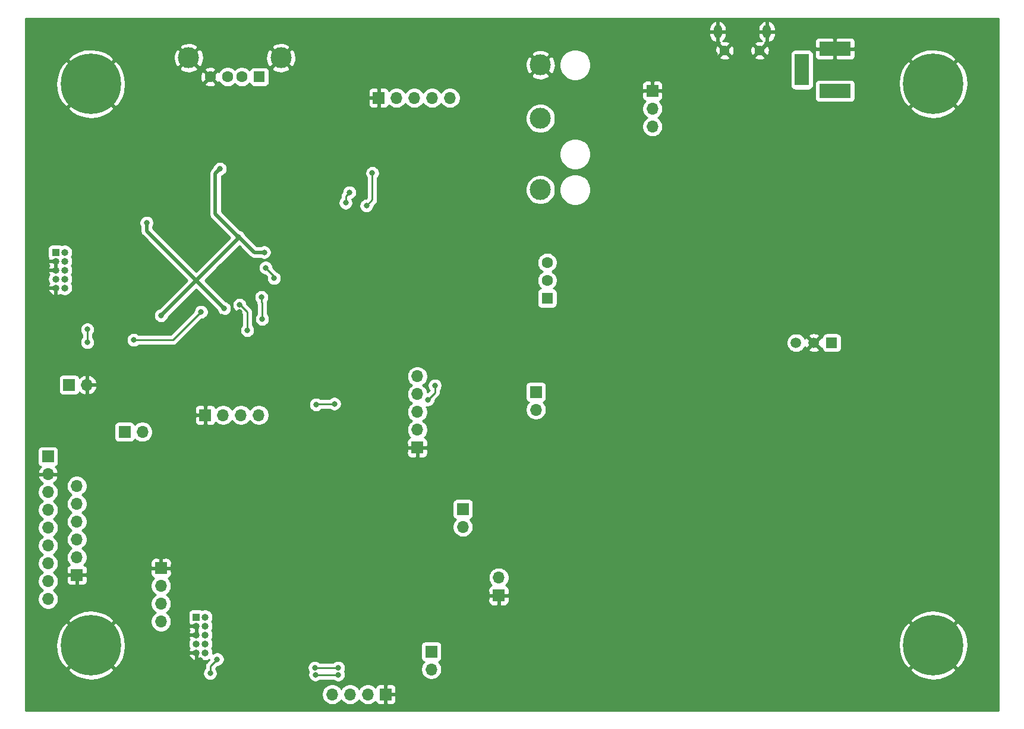
<source format=gbr>
%TF.GenerationSoftware,KiCad,Pcbnew,5.1.9*%
%TF.CreationDate,2021-03-19T17:19:50-04:00*%
%TF.ProjectId,digidraw,64696769-6472-4617-972e-6b696361645f,rev?*%
%TF.SameCoordinates,Original*%
%TF.FileFunction,Copper,L2,Bot*%
%TF.FilePolarity,Positive*%
%FSLAX46Y46*%
G04 Gerber Fmt 4.6, Leading zero omitted, Abs format (unit mm)*
G04 Created by KiCad (PCBNEW 5.1.9) date 2021-03-19 17:19:50*
%MOMM*%
%LPD*%
G01*
G04 APERTURE LIST*
%TA.AperFunction,ComponentPad*%
%ADD10O,1.700000X1.700000*%
%TD*%
%TA.AperFunction,ComponentPad*%
%ADD11R,1.700000X1.700000*%
%TD*%
%TA.AperFunction,ComponentPad*%
%ADD12O,1.000000X1.000000*%
%TD*%
%TA.AperFunction,ComponentPad*%
%ADD13R,1.000000X1.000000*%
%TD*%
%TA.AperFunction,ComponentPad*%
%ADD14C,1.508000*%
%TD*%
%TA.AperFunction,ComponentPad*%
%ADD15R,1.508000X1.508000*%
%TD*%
%TA.AperFunction,ComponentPad*%
%ADD16C,0.900000*%
%TD*%
%TA.AperFunction,ComponentPad*%
%ADD17C,8.600000*%
%TD*%
%TA.AperFunction,ComponentPad*%
%ADD18C,1.599999*%
%TD*%
%TA.AperFunction,ComponentPad*%
%ADD19R,1.599999X1.599999*%
%TD*%
%TA.AperFunction,ComponentPad*%
%ADD20C,3.000000*%
%TD*%
%TA.AperFunction,ComponentPad*%
%ADD21C,1.450000*%
%TD*%
%TA.AperFunction,ComponentPad*%
%ADD22O,1.200000X1.900000*%
%TD*%
%TA.AperFunction,ComponentPad*%
%ADD23R,2.000000X4.500000*%
%TD*%
%TA.AperFunction,ComponentPad*%
%ADD24R,4.500000X2.000000*%
%TD*%
%TA.AperFunction,ComponentPad*%
%ADD25C,1.600000*%
%TD*%
%TA.AperFunction,ComponentPad*%
%ADD26R,1.600000X1.500000*%
%TD*%
%TA.AperFunction,ViaPad*%
%ADD27C,0.800000*%
%TD*%
%TA.AperFunction,Conductor*%
%ADD28C,0.250000*%
%TD*%
%TA.AperFunction,Conductor*%
%ADD29C,0.508000*%
%TD*%
%TA.AperFunction,Conductor*%
%ADD30C,0.254000*%
%TD*%
%TA.AperFunction,Conductor*%
%ADD31C,0.100000*%
%TD*%
G04 APERTURE END LIST*
D10*
%TO.P,J19,2*%
%TO.N,/user_io/NRST*%
X127100000Y-144360000D03*
D11*
%TO.P,J19,1*%
%TO.N,GND*%
X127100000Y-146900000D03*
%TD*%
D10*
%TO.P,J18,2*%
%TO.N,+3V3*%
X132400000Y-120440000D03*
D11*
%TO.P,J18,1*%
%TO.N,/midi_dac/BOOT1*%
X132400000Y-117900000D03*
%TD*%
D10*
%TO.P,J17,2*%
%TO.N,+3V3*%
X76340000Y-123600000D03*
D11*
%TO.P,J17,1*%
%TO.N,/midi_dac/BOOT0*%
X73800000Y-123600000D03*
%TD*%
D10*
%TO.P,J16,2*%
%TO.N,GND*%
X68440000Y-116900000D03*
D11*
%TO.P,J16,1*%
%TO.N,/midi_dac/NRST*%
X65900000Y-116900000D03*
%TD*%
D10*
%TO.P,J15,2*%
%TO.N,+3V3*%
X122000000Y-137140000D03*
D11*
%TO.P,J15,1*%
%TO.N,/user_io/USR_PUSHBTN*%
X122000000Y-134600000D03*
%TD*%
D10*
%TO.P,J14,2*%
%TO.N,+3V3*%
X117500000Y-157440000D03*
D11*
%TO.P,J14,1*%
%TO.N,/user_io/BOOT0*%
X117500000Y-154900000D03*
%TD*%
D12*
%TO.P,J11,10*%
%TO.N,/midi_dac/NRST*%
X65270000Y-103080000D03*
%TO.P,J11,9*%
%TO.N,GND*%
X64000000Y-103080000D03*
%TO.P,J11,8*%
%TO.N,Net-(J11-Pad8)*%
X65270000Y-101810000D03*
%TO.P,J11,7*%
%TO.N,Net-(J11-Pad7)*%
X64000000Y-101810000D03*
%TO.P,J11,6*%
%TO.N,/midi_dac/SWO*%
X65270000Y-100540000D03*
%TO.P,J11,5*%
%TO.N,GND*%
X64000000Y-100540000D03*
%TO.P,J11,4*%
%TO.N,/midi_dac/SWCLK*%
X65270000Y-99270000D03*
%TO.P,J11,3*%
%TO.N,GND*%
X64000000Y-99270000D03*
%TO.P,J11,2*%
%TO.N,/midi_dac/SWDIO*%
X65270000Y-98000000D03*
D13*
%TO.P,J11,1*%
%TO.N,+3V3*%
X64000000Y-98000000D03*
%TD*%
D12*
%TO.P,J3,10*%
%TO.N,/user_io/NRST*%
X85270000Y-155080000D03*
%TO.P,J3,9*%
%TO.N,GND*%
X84000000Y-155080000D03*
%TO.P,J3,8*%
%TO.N,Net-(J3-Pad8)*%
X85270000Y-153810000D03*
%TO.P,J3,7*%
%TO.N,Net-(J3-Pad7)*%
X84000000Y-153810000D03*
%TO.P,J3,6*%
%TO.N,Net-(J3-Pad6)*%
X85270000Y-152540000D03*
%TO.P,J3,5*%
%TO.N,GND*%
X84000000Y-152540000D03*
%TO.P,J3,4*%
%TO.N,/user_io/SWCLK*%
X85270000Y-151270000D03*
%TO.P,J3,3*%
%TO.N,GND*%
X84000000Y-151270000D03*
%TO.P,J3,2*%
%TO.N,/user_io/SWDIO*%
X85270000Y-150000000D03*
D13*
%TO.P,J3,1*%
%TO.N,+3V3*%
X84000000Y-150000000D03*
%TD*%
D14*
%TO.P,U2,3*%
%TO.N,Net-(C53-Pad1)*%
X169460000Y-110900000D03*
%TO.P,U2,2*%
%TO.N,GND*%
X172000000Y-110900000D03*
D15*
%TO.P,U2,1*%
%TO.N,Net-(C48-Pad1)*%
X174540000Y-110900000D03*
%TD*%
D10*
%TO.P,J8,4*%
%TO.N,+3V3*%
X79000000Y-150620000D03*
%TO.P,J8,3*%
%TO.N,/user_io/USART_RX*%
X79000000Y-148080000D03*
%TO.P,J8,2*%
%TO.N,/user_io/USART_TX*%
X79000000Y-145540000D03*
D11*
%TO.P,J8,1*%
%TO.N,GND*%
X79000000Y-143000000D03*
%TD*%
D10*
%TO.P,J9,5*%
%TO.N,Net-(J9-Pad5)*%
X120160000Y-76000000D03*
%TO.P,J9,4*%
%TO.N,/midi_dac/I2S_CK*%
X117620000Y-76000000D03*
%TO.P,J9,3*%
%TO.N,/midi_dac/I2S_SD*%
X115080000Y-76000000D03*
%TO.P,J9,2*%
%TO.N,/midi_dac/I2S_WS*%
X112540000Y-76000000D03*
D11*
%TO.P,J9,1*%
%TO.N,GND*%
X110000000Y-76000000D03*
%TD*%
D16*
%TO.P,H4,1*%
%TO.N,GND*%
X191280419Y-151719581D03*
X189000000Y-150775000D03*
X186719581Y-151719581D03*
X185775000Y-154000000D03*
X186719581Y-156280419D03*
X189000000Y-157225000D03*
X191280419Y-156280419D03*
X192225000Y-154000000D03*
D17*
X189000000Y-154000000D03*
%TD*%
D16*
%TO.P,H3,1*%
%TO.N,GND*%
X71280419Y-151719581D03*
X69000000Y-150775000D03*
X66719581Y-151719581D03*
X65775000Y-154000000D03*
X66719581Y-156280419D03*
X69000000Y-157225000D03*
X71280419Y-156280419D03*
X72225000Y-154000000D03*
D17*
X69000000Y-154000000D03*
%TD*%
D16*
%TO.P,H2,1*%
%TO.N,GND*%
X71280419Y-71719581D03*
X69000000Y-70775000D03*
X66719581Y-71719581D03*
X65775000Y-74000000D03*
X66719581Y-76280419D03*
X69000000Y-77225000D03*
X71280419Y-76280419D03*
X72225000Y-74000000D03*
D17*
X69000000Y-74000000D03*
%TD*%
D16*
%TO.P,H1,1*%
%TO.N,GND*%
X191280419Y-71719581D03*
X189000000Y-70775000D03*
X186719581Y-71719581D03*
X185775000Y-74000000D03*
X186719581Y-76280419D03*
X189000000Y-77225000D03*
X191280419Y-76280419D03*
X192225000Y-74000000D03*
D17*
X189000000Y-74000000D03*
%TD*%
D10*
%TO.P,J7,9*%
%TO.N,/user_io/RA8875_INT*%
X62900000Y-147420000D03*
%TO.P,J7,8*%
%TO.N,/user_io/RA8875_WAIT*%
X62900000Y-144880000D03*
%TO.P,J7,7*%
%TO.N,/user_io/RA8875_NRST*%
X62900000Y-142340000D03*
%TO.P,J7,6*%
%TO.N,/user_io/RA8875_NSS*%
X62900000Y-139800000D03*
%TO.P,J7,5*%
%TO.N,/user_io/RA8875_MOSI*%
X62900000Y-137260000D03*
%TO.P,J7,4*%
%TO.N,/user_io/RA8875_MISO*%
X62900000Y-134720000D03*
%TO.P,J7,3*%
%TO.N,/user_io/RA8875_SCK*%
X62900000Y-132180000D03*
%TO.P,J7,2*%
%TO.N,GND*%
X62900000Y-129640000D03*
D11*
%TO.P,J7,1*%
%TO.N,+3V3*%
X62900000Y-127100000D03*
%TD*%
D18*
%TO.P,U8,3*%
%TO.N,Net-(C48-Pad1)*%
X134000000Y-99460000D03*
%TO.P,U8,2*%
%TO.N,+3.3VDAC*%
X134000000Y-102000000D03*
D19*
%TO.P,U8,1*%
%TO.N,Net-(R48-Pad1)*%
X134000000Y-104540000D03*
%TD*%
D10*
%TO.P,J13,4*%
%TO.N,+3V3*%
X92920000Y-121200000D03*
%TO.P,J13,3*%
%TO.N,/midi_dac/UART4_RX*%
X90380000Y-121200000D03*
%TO.P,J13,2*%
%TO.N,/midi_dac/UART4_TX*%
X87840000Y-121200000D03*
D11*
%TO.P,J13,1*%
%TO.N,GND*%
X85300000Y-121200000D03*
%TD*%
D10*
%TO.P,J12,3*%
%TO.N,/midi_dac/ANALOG_L*%
X149000000Y-80080000D03*
%TO.P,J12,2*%
%TO.N,/midi_dac/ANALOG_R*%
X149000000Y-77540000D03*
D11*
%TO.P,J12,1*%
%TO.N,GND*%
X149000000Y-75000000D03*
%TD*%
D10*
%TO.P,J6,4*%
%TO.N,+3V3*%
X103380000Y-161000000D03*
%TO.P,J6,3*%
%TO.N,/user_io/MEMORY_SCL*%
X105920000Y-161000000D03*
%TO.P,J6,2*%
%TO.N,/user_io/MEMORY_SDA*%
X108460000Y-161000000D03*
D11*
%TO.P,J6,1*%
%TO.N,GND*%
X111000000Y-161000000D03*
%TD*%
D10*
%TO.P,J5,5*%
%TO.N,+3V3*%
X115500000Y-115680000D03*
%TO.P,J5,4*%
%TO.N,/midi_dac/SPI_NSS*%
X115500000Y-118220000D03*
%TO.P,J5,3*%
%TO.N,/midi_dac/SPI_SCK*%
X115500000Y-120760000D03*
%TO.P,J5,2*%
%TO.N,/midi_dac/SPI_MOSI*%
X115500000Y-123300000D03*
D11*
%TO.P,J5,1*%
%TO.N,GND*%
X115500000Y-125840000D03*
%TD*%
D10*
%TO.P,J4,6*%
%TO.N,+3V3*%
X67000000Y-131300000D03*
%TO.P,J4,5*%
%TO.N,/user_io/RA8875_SCK*%
X67000000Y-133840000D03*
%TO.P,J4,4*%
%TO.N,/user_io/RA8875_MISO*%
X67000000Y-136380000D03*
%TO.P,J4,3*%
%TO.N,/user_io/RA8875_MOSI*%
X67000000Y-138920000D03*
%TO.P,J4,2*%
%TO.N,/user_io/RA8875_NSS*%
X67000000Y-141460000D03*
D11*
%TO.P,J4,1*%
%TO.N,GND*%
X67000000Y-144000000D03*
%TD*%
D20*
%TO.P,CON1,S*%
%TO.N,GND*%
X133045000Y-71300000D03*
%TO.P,CON1,R*%
%TO.N,/midi_dac/ANALOG_R*%
X133045000Y-78920000D03*
%TO.P,CON1,T*%
%TO.N,/midi_dac/ANALOG_L*%
X133045000Y-89080000D03*
%TD*%
D21*
%TO.P,J1,6*%
%TO.N,GND*%
X164300000Y-69262500D03*
X159300000Y-69262500D03*
D22*
X165300000Y-66562500D03*
X158300000Y-66562500D03*
%TD*%
D23*
%TO.P,J2,3*%
%TO.N,N/C*%
X170300000Y-72000000D03*
D24*
%TO.P,J2,1*%
%TO.N,Net-(J2-Pad1)*%
X175000000Y-75000000D03*
%TO.P,J2,2*%
%TO.N,GND*%
X175000000Y-69000000D03*
%TD*%
D25*
%TO.P,J10,4*%
%TO.N,GND*%
X86000000Y-73000000D03*
%TO.P,J10,3*%
%TO.N,/midi_dac/USB_DP*%
X88500000Y-73000000D03*
%TO.P,J10,2*%
%TO.N,/midi_dac/USB_DM*%
X90500000Y-73000000D03*
D26*
%TO.P,J10,1*%
%TO.N,/midi_dac/USB_FS_VBUS*%
X93000000Y-73000000D03*
D20*
%TO.P,J10,5*%
%TO.N,GND*%
X82930000Y-70290000D03*
X96070000Y-70290000D03*
%TD*%
D27*
%TO.N,GND*%
X103300000Y-138800000D03*
X97100000Y-147100000D03*
X99700000Y-144000000D03*
X102400000Y-142900000D03*
X100500000Y-141100000D03*
X145100000Y-118900000D03*
X146800000Y-94800000D03*
X172100000Y-112900000D03*
X175300000Y-101400000D03*
X182500000Y-98100000D03*
X182500000Y-102200000D03*
X179000000Y-94100000D03*
X172900000Y-87100000D03*
X172600000Y-95200000D03*
X164500000Y-92200000D03*
X165200000Y-94200000D03*
X148900000Y-88200000D03*
X149400000Y-85500000D03*
X151400000Y-74600000D03*
X155100000Y-74700000D03*
X177700000Y-70900000D03*
X165200000Y-70800000D03*
X157900000Y-69800000D03*
X156700000Y-67000000D03*
X166800000Y-66800000D03*
X131400000Y-73100000D03*
X109700000Y-73500000D03*
X112400000Y-81200000D03*
X107700000Y-84100000D03*
X104300000Y-89500000D03*
X98500000Y-82400000D03*
X98600000Y-78900000D03*
X84600000Y-73900000D03*
X85300000Y-78400000D03*
X83100000Y-85100000D03*
X94000000Y-80400000D03*
X95200000Y-91800000D03*
X107300000Y-96200000D03*
X108600000Y-96400000D03*
X117100000Y-95900000D03*
X117000000Y-93400000D03*
X120000000Y-91400000D03*
X123500000Y-91200000D03*
X119900000Y-87000000D03*
X119800000Y-82900000D03*
X152500000Y-94300000D03*
X127500000Y-99700000D03*
X122600000Y-99500000D03*
X136400000Y-107500000D03*
X85000000Y-118800000D03*
X96800000Y-94200000D03*
X77600000Y-88600000D03*
X73400000Y-88600000D03*
X74400000Y-93000000D03*
X69600000Y-106000000D03*
X72800000Y-106000000D03*
X77800000Y-106500000D03*
X87600000Y-107200000D03*
X90200000Y-106500000D03*
X78700000Y-94800000D03*
X82500000Y-107200000D03*
X76700000Y-111600000D03*
X74700000Y-114800000D03*
X61700000Y-120300000D03*
X60200000Y-116600000D03*
X60100000Y-109200000D03*
X77100000Y-118000000D03*
X137700000Y-121100000D03*
X97600000Y-131900000D03*
X98500000Y-134400000D03*
X73800000Y-148500000D03*
X100100000Y-121300000D03*
X97700000Y-138800000D03*
X104200000Y-147200000D03*
X105200000Y-141200000D03*
X107000000Y-149200000D03*
X110600000Y-150000000D03*
X116100000Y-143800000D03*
X112600000Y-141700000D03*
X110200000Y-140000000D03*
X115800000Y-137800000D03*
X124900000Y-147100000D03*
X129000000Y-147400000D03*
X110700000Y-155100000D03*
X103100000Y-153800000D03*
X94100000Y-153400000D03*
X92700000Y-158400000D03*
X96800000Y-159100000D03*
X98300000Y-160600000D03*
X99600000Y-160600000D03*
X110500000Y-158800000D03*
X76700000Y-143300000D03*
X69400000Y-144700000D03*
X85100000Y-113700000D03*
X81500000Y-116900000D03*
X92800000Y-115100000D03*
X99200000Y-109000000D03*
X96000000Y-109100000D03*
X85900000Y-116500000D03*
X160900000Y-73800000D03*
X158800000Y-74900000D03*
X173600000Y-92900000D03*
X173600000Y-89100000D03*
X177600000Y-91000000D03*
X103900000Y-83900000D03*
X157700000Y-95900000D03*
X112400000Y-145400000D03*
X104000000Y-150600000D03*
X117525000Y-126950000D03*
X91700000Y-87200000D03*
X110800000Y-89100000D03*
X63000000Y-104000000D03*
X84600000Y-156100000D03*
X83200000Y-142400000D03*
X83200000Y-140000000D03*
X87700000Y-95600000D03*
X88900000Y-104400000D03*
X81700000Y-102000000D03*
X84000000Y-99500000D03*
X86400000Y-102000000D03*
X84000000Y-104200000D03*
X68900000Y-118600000D03*
X127200000Y-105100000D03*
X129600000Y-105900000D03*
%TO.N,/user_io/NRST*%
X86000000Y-158000000D03*
X87000000Y-156000000D03*
%TO.N,/midi_dac/NRST*%
X75100000Y-110500000D03*
X84700000Y-106500000D03*
%TO.N,/midi_dac/BOOT0*%
X68500000Y-110845000D03*
X68500000Y-109000000D03*
%TO.N,/midi_dac/BOOT1*%
X95100000Y-101700000D03*
X93900000Y-100200000D03*
%TO.N,/midi_dac/SPI_NSS*%
X118011041Y-116988959D03*
X117000000Y-119000000D03*
%TO.N,/midi_dac/SPI_SCK*%
X93300000Y-104400000D03*
X93400000Y-107500000D03*
%TO.N,/midi_dac/SPI_MOSI*%
X103700000Y-119600000D03*
X101100000Y-119700000D03*
%TO.N,/user_io/MEMORY_SDA*%
X104230000Y-157200000D03*
X100900000Y-157200000D03*
%TO.N,/user_io/MEMORY_SCL*%
X104230000Y-158200000D03*
X100975000Y-158200000D03*
%TO.N,/midi_dac/SPI_INT*%
X91287347Y-109112653D03*
X90199999Y-105499999D03*
%TO.N,/midi_dac/SOFT_MUTE*%
X105825000Y-89475000D03*
X105300000Y-90950001D03*
%TO.N,+3V3*%
X93700000Y-98000000D03*
X89992238Y-95801976D03*
X87400000Y-86100000D03*
X109100000Y-86700000D03*
X108262124Y-91362124D03*
X79000000Y-107000000D03*
X88000000Y-106000000D03*
X76948248Y-93799990D03*
%TD*%
D28*
%TO.N,GND*%
X104900000Y-88900000D02*
X104300000Y-89500000D01*
%TO.N,/user_io/NRST*%
X86000000Y-157000000D02*
X87000000Y-156000000D01*
X86000000Y-158000000D02*
X86000000Y-157000000D01*
%TO.N,/midi_dac/NRST*%
X80700000Y-110500000D02*
X84700000Y-106500000D01*
X75100000Y-110500000D02*
X80700000Y-110500000D01*
%TO.N,/midi_dac/BOOT0*%
X68500000Y-110845000D02*
X68500000Y-109000000D01*
%TO.N,/midi_dac/BOOT1*%
X95100000Y-101400000D02*
X93900000Y-100200000D01*
X95100000Y-101700000D02*
X95100000Y-101400000D01*
%TO.N,/midi_dac/SPI_NSS*%
X118011041Y-117988959D02*
X117000000Y-119000000D01*
X118011041Y-116988959D02*
X118011041Y-117988959D01*
%TO.N,/midi_dac/SPI_SCK*%
X93300000Y-104400000D02*
X93300000Y-105100000D01*
X93400000Y-107500000D02*
X93400000Y-105200000D01*
X93300000Y-105100000D02*
X93400000Y-105200000D01*
%TO.N,/midi_dac/SPI_MOSI*%
X101200000Y-119600000D02*
X101100000Y-119700000D01*
X103700000Y-119600000D02*
X101200000Y-119600000D01*
%TO.N,/user_io/MEMORY_SDA*%
X100900000Y-157200000D02*
X104230000Y-157200000D01*
%TO.N,/user_io/MEMORY_SCL*%
X104230000Y-158200000D02*
X100975000Y-158200000D01*
%TO.N,/midi_dac/SPI_INT*%
X90273001Y-105499999D02*
X90199999Y-105499999D01*
X91287347Y-106514345D02*
X90273001Y-105499999D01*
X91287347Y-109112653D02*
X91287347Y-106514345D01*
%TO.N,/midi_dac/SOFT_MUTE*%
X105300000Y-90000000D02*
X105825000Y-89475000D01*
X105300000Y-90950001D02*
X105300000Y-90000000D01*
D29*
%TO.N,+3V3*%
X93700000Y-98000000D02*
X92300000Y-98000000D01*
X90101976Y-95801976D02*
X89992238Y-95801976D01*
X92300000Y-98000000D02*
X90101976Y-95801976D01*
X86745999Y-92555737D02*
X89992238Y-95801976D01*
X86745999Y-86754001D02*
X86745999Y-92555737D01*
X87400000Y-86100000D02*
X86745999Y-86754001D01*
D28*
X109100000Y-90524248D02*
X109100000Y-86700000D01*
X108262124Y-91362124D02*
X109100000Y-90524248D01*
D29*
X89992238Y-96007762D02*
X89992238Y-95801976D01*
X79000000Y-107000000D02*
X89992238Y-96007762D01*
X76948248Y-94948248D02*
X76948248Y-93799990D01*
X88000000Y-106000000D02*
X76948248Y-94948248D01*
%TD*%
D30*
%TO.N,GND*%
X198340001Y-163340000D02*
X59660000Y-163340000D01*
X59660000Y-160853740D01*
X101895000Y-160853740D01*
X101895000Y-161146260D01*
X101952068Y-161433158D01*
X102064010Y-161703411D01*
X102226525Y-161946632D01*
X102433368Y-162153475D01*
X102676589Y-162315990D01*
X102946842Y-162427932D01*
X103233740Y-162485000D01*
X103526260Y-162485000D01*
X103813158Y-162427932D01*
X104083411Y-162315990D01*
X104326632Y-162153475D01*
X104533475Y-161946632D01*
X104650000Y-161772240D01*
X104766525Y-161946632D01*
X104973368Y-162153475D01*
X105216589Y-162315990D01*
X105486842Y-162427932D01*
X105773740Y-162485000D01*
X106066260Y-162485000D01*
X106353158Y-162427932D01*
X106623411Y-162315990D01*
X106866632Y-162153475D01*
X107073475Y-161946632D01*
X107190000Y-161772240D01*
X107306525Y-161946632D01*
X107513368Y-162153475D01*
X107756589Y-162315990D01*
X108026842Y-162427932D01*
X108313740Y-162485000D01*
X108606260Y-162485000D01*
X108893158Y-162427932D01*
X109163411Y-162315990D01*
X109406632Y-162153475D01*
X109538487Y-162021620D01*
X109560498Y-162094180D01*
X109619463Y-162204494D01*
X109698815Y-162301185D01*
X109795506Y-162380537D01*
X109905820Y-162439502D01*
X110025518Y-162475812D01*
X110150000Y-162488072D01*
X110714250Y-162485000D01*
X110873000Y-162326250D01*
X110873000Y-161127000D01*
X111127000Y-161127000D01*
X111127000Y-162326250D01*
X111285750Y-162485000D01*
X111850000Y-162488072D01*
X111974482Y-162475812D01*
X112094180Y-162439502D01*
X112204494Y-162380537D01*
X112301185Y-162301185D01*
X112380537Y-162204494D01*
X112439502Y-162094180D01*
X112475812Y-161974482D01*
X112488072Y-161850000D01*
X112485000Y-161285750D01*
X112326250Y-161127000D01*
X111127000Y-161127000D01*
X110873000Y-161127000D01*
X110853000Y-161127000D01*
X110853000Y-160873000D01*
X110873000Y-160873000D01*
X110873000Y-159673750D01*
X111127000Y-159673750D01*
X111127000Y-160873000D01*
X112326250Y-160873000D01*
X112485000Y-160714250D01*
X112488072Y-160150000D01*
X112475812Y-160025518D01*
X112439502Y-159905820D01*
X112380537Y-159795506D01*
X112301185Y-159698815D01*
X112204494Y-159619463D01*
X112094180Y-159560498D01*
X111974482Y-159524188D01*
X111850000Y-159511928D01*
X111285750Y-159515000D01*
X111127000Y-159673750D01*
X110873000Y-159673750D01*
X110714250Y-159515000D01*
X110150000Y-159511928D01*
X110025518Y-159524188D01*
X109905820Y-159560498D01*
X109795506Y-159619463D01*
X109698815Y-159698815D01*
X109619463Y-159795506D01*
X109560498Y-159905820D01*
X109538487Y-159978380D01*
X109406632Y-159846525D01*
X109163411Y-159684010D01*
X108893158Y-159572068D01*
X108606260Y-159515000D01*
X108313740Y-159515000D01*
X108026842Y-159572068D01*
X107756589Y-159684010D01*
X107513368Y-159846525D01*
X107306525Y-160053368D01*
X107190000Y-160227760D01*
X107073475Y-160053368D01*
X106866632Y-159846525D01*
X106623411Y-159684010D01*
X106353158Y-159572068D01*
X106066260Y-159515000D01*
X105773740Y-159515000D01*
X105486842Y-159572068D01*
X105216589Y-159684010D01*
X104973368Y-159846525D01*
X104766525Y-160053368D01*
X104650000Y-160227760D01*
X104533475Y-160053368D01*
X104326632Y-159846525D01*
X104083411Y-159684010D01*
X103813158Y-159572068D01*
X103526260Y-159515000D01*
X103233740Y-159515000D01*
X102946842Y-159572068D01*
X102676589Y-159684010D01*
X102433368Y-159846525D01*
X102226525Y-160053368D01*
X102064010Y-160296589D01*
X101952068Y-160566842D01*
X101895000Y-160853740D01*
X59660000Y-160853740D01*
X59660000Y-157482818D01*
X65696787Y-157482818D01*
X66188946Y-158085149D01*
X67039933Y-158555063D01*
X67966243Y-158849929D01*
X68932281Y-158958414D01*
X69900921Y-158876351D01*
X70834938Y-158606893D01*
X71698440Y-158160394D01*
X71811054Y-158085149D01*
X72303213Y-157482818D01*
X69000000Y-154179605D01*
X65696787Y-157482818D01*
X59660000Y-157482818D01*
X59660000Y-153932281D01*
X64041586Y-153932281D01*
X64123649Y-154900921D01*
X64393107Y-155834938D01*
X64839606Y-156698440D01*
X64914851Y-156811054D01*
X65517182Y-157303213D01*
X68820395Y-154000000D01*
X69179605Y-154000000D01*
X72482818Y-157303213D01*
X73085149Y-156811054D01*
X73555063Y-155960067D01*
X73739115Y-155381874D01*
X82905881Y-155381874D01*
X82922554Y-155436864D01*
X83012877Y-155640206D01*
X83141135Y-155822020D01*
X83302399Y-155975318D01*
X83490471Y-156094210D01*
X83698124Y-156174126D01*
X83873000Y-156049129D01*
X83873000Y-155207000D01*
X83032046Y-155207000D01*
X82905881Y-155381874D01*
X73739115Y-155381874D01*
X73849929Y-155033757D01*
X73958414Y-154067719D01*
X73876351Y-153099079D01*
X73606893Y-152165062D01*
X73160394Y-151301560D01*
X73085149Y-151188946D01*
X72482818Y-150696787D01*
X69179605Y-154000000D01*
X68820395Y-154000000D01*
X65517182Y-150696787D01*
X64914851Y-151188946D01*
X64444937Y-152039933D01*
X64150071Y-152966243D01*
X64041586Y-153932281D01*
X59660000Y-153932281D01*
X59660000Y-150517182D01*
X65696787Y-150517182D01*
X69000000Y-153820395D01*
X72303213Y-150517182D01*
X71811054Y-149914851D01*
X70960067Y-149444937D01*
X70033757Y-149150071D01*
X69067719Y-149041586D01*
X68099079Y-149123649D01*
X67165062Y-149393107D01*
X66301560Y-149839606D01*
X66188946Y-149914851D01*
X65696787Y-150517182D01*
X59660000Y-150517182D01*
X59660000Y-132033740D01*
X61415000Y-132033740D01*
X61415000Y-132326260D01*
X61472068Y-132613158D01*
X61584010Y-132883411D01*
X61746525Y-133126632D01*
X61953368Y-133333475D01*
X62127760Y-133450000D01*
X61953368Y-133566525D01*
X61746525Y-133773368D01*
X61584010Y-134016589D01*
X61472068Y-134286842D01*
X61415000Y-134573740D01*
X61415000Y-134866260D01*
X61472068Y-135153158D01*
X61584010Y-135423411D01*
X61746525Y-135666632D01*
X61953368Y-135873475D01*
X62127760Y-135990000D01*
X61953368Y-136106525D01*
X61746525Y-136313368D01*
X61584010Y-136556589D01*
X61472068Y-136826842D01*
X61415000Y-137113740D01*
X61415000Y-137406260D01*
X61472068Y-137693158D01*
X61584010Y-137963411D01*
X61746525Y-138206632D01*
X61953368Y-138413475D01*
X62127760Y-138530000D01*
X61953368Y-138646525D01*
X61746525Y-138853368D01*
X61584010Y-139096589D01*
X61472068Y-139366842D01*
X61415000Y-139653740D01*
X61415000Y-139946260D01*
X61472068Y-140233158D01*
X61584010Y-140503411D01*
X61746525Y-140746632D01*
X61953368Y-140953475D01*
X62127760Y-141070000D01*
X61953368Y-141186525D01*
X61746525Y-141393368D01*
X61584010Y-141636589D01*
X61472068Y-141906842D01*
X61415000Y-142193740D01*
X61415000Y-142486260D01*
X61472068Y-142773158D01*
X61584010Y-143043411D01*
X61746525Y-143286632D01*
X61953368Y-143493475D01*
X62127760Y-143610000D01*
X61953368Y-143726525D01*
X61746525Y-143933368D01*
X61584010Y-144176589D01*
X61472068Y-144446842D01*
X61415000Y-144733740D01*
X61415000Y-145026260D01*
X61472068Y-145313158D01*
X61584010Y-145583411D01*
X61746525Y-145826632D01*
X61953368Y-146033475D01*
X62127760Y-146150000D01*
X61953368Y-146266525D01*
X61746525Y-146473368D01*
X61584010Y-146716589D01*
X61472068Y-146986842D01*
X61415000Y-147273740D01*
X61415000Y-147566260D01*
X61472068Y-147853158D01*
X61584010Y-148123411D01*
X61746525Y-148366632D01*
X61953368Y-148573475D01*
X62196589Y-148735990D01*
X62466842Y-148847932D01*
X62753740Y-148905000D01*
X63046260Y-148905000D01*
X63333158Y-148847932D01*
X63603411Y-148735990D01*
X63846632Y-148573475D01*
X64053475Y-148366632D01*
X64215990Y-148123411D01*
X64327932Y-147853158D01*
X64385000Y-147566260D01*
X64385000Y-147273740D01*
X64327932Y-146986842D01*
X64215990Y-146716589D01*
X64053475Y-146473368D01*
X63846632Y-146266525D01*
X63672240Y-146150000D01*
X63846632Y-146033475D01*
X64053475Y-145826632D01*
X64215990Y-145583411D01*
X64327932Y-145313158D01*
X64385000Y-145026260D01*
X64385000Y-144850000D01*
X65511928Y-144850000D01*
X65524188Y-144974482D01*
X65560498Y-145094180D01*
X65619463Y-145204494D01*
X65698815Y-145301185D01*
X65795506Y-145380537D01*
X65905820Y-145439502D01*
X66025518Y-145475812D01*
X66150000Y-145488072D01*
X66714250Y-145485000D01*
X66873000Y-145326250D01*
X66873000Y-144127000D01*
X67127000Y-144127000D01*
X67127000Y-145326250D01*
X67285750Y-145485000D01*
X67850000Y-145488072D01*
X67974482Y-145475812D01*
X68094180Y-145439502D01*
X68204494Y-145380537D01*
X68301185Y-145301185D01*
X68380537Y-145204494D01*
X68439502Y-145094180D01*
X68475812Y-144974482D01*
X68488072Y-144850000D01*
X68485000Y-144285750D01*
X68326250Y-144127000D01*
X67127000Y-144127000D01*
X66873000Y-144127000D01*
X65673750Y-144127000D01*
X65515000Y-144285750D01*
X65511928Y-144850000D01*
X64385000Y-144850000D01*
X64385000Y-144733740D01*
X64327932Y-144446842D01*
X64215990Y-144176589D01*
X64053475Y-143933368D01*
X63846632Y-143726525D01*
X63672240Y-143610000D01*
X63846632Y-143493475D01*
X64053475Y-143286632D01*
X64144769Y-143150000D01*
X65511928Y-143150000D01*
X65515000Y-143714250D01*
X65673750Y-143873000D01*
X66873000Y-143873000D01*
X66873000Y-143853000D01*
X67127000Y-143853000D01*
X67127000Y-143873000D01*
X68326250Y-143873000D01*
X68349250Y-143850000D01*
X77511928Y-143850000D01*
X77524188Y-143974482D01*
X77560498Y-144094180D01*
X77619463Y-144204494D01*
X77698815Y-144301185D01*
X77795506Y-144380537D01*
X77905820Y-144439502D01*
X77978380Y-144461513D01*
X77846525Y-144593368D01*
X77684010Y-144836589D01*
X77572068Y-145106842D01*
X77515000Y-145393740D01*
X77515000Y-145686260D01*
X77572068Y-145973158D01*
X77684010Y-146243411D01*
X77846525Y-146486632D01*
X78053368Y-146693475D01*
X78227760Y-146810000D01*
X78053368Y-146926525D01*
X77846525Y-147133368D01*
X77684010Y-147376589D01*
X77572068Y-147646842D01*
X77515000Y-147933740D01*
X77515000Y-148226260D01*
X77572068Y-148513158D01*
X77684010Y-148783411D01*
X77846525Y-149026632D01*
X78053368Y-149233475D01*
X78227760Y-149350000D01*
X78053368Y-149466525D01*
X77846525Y-149673368D01*
X77684010Y-149916589D01*
X77572068Y-150186842D01*
X77515000Y-150473740D01*
X77515000Y-150766260D01*
X77572068Y-151053158D01*
X77684010Y-151323411D01*
X77846525Y-151566632D01*
X78053368Y-151773475D01*
X78296589Y-151935990D01*
X78566842Y-152047932D01*
X78853740Y-152105000D01*
X79146260Y-152105000D01*
X79433158Y-152047932D01*
X79703411Y-151935990D01*
X79946632Y-151773475D01*
X80148233Y-151571874D01*
X82905881Y-151571874D01*
X82922554Y-151626864D01*
X83012877Y-151830206D01*
X83065639Y-151905000D01*
X83012877Y-151979794D01*
X82922554Y-152183136D01*
X82905881Y-152238126D01*
X83032046Y-152413000D01*
X83873000Y-152413000D01*
X83873000Y-151397000D01*
X83032046Y-151397000D01*
X82905881Y-151571874D01*
X80148233Y-151571874D01*
X80153475Y-151566632D01*
X80315990Y-151323411D01*
X80427932Y-151053158D01*
X80485000Y-150766260D01*
X80485000Y-150473740D01*
X80427932Y-150186842D01*
X80315990Y-149916589D01*
X80153475Y-149673368D01*
X79980107Y-149500000D01*
X82861928Y-149500000D01*
X82861928Y-150500000D01*
X82874188Y-150624482D01*
X82910498Y-150744180D01*
X82958070Y-150833180D01*
X82922554Y-150913136D01*
X82905881Y-150968126D01*
X83032046Y-151143000D01*
X83873000Y-151143000D01*
X83873000Y-151138072D01*
X84127000Y-151138072D01*
X84127000Y-151143000D01*
X84138026Y-151143000D01*
X84135000Y-151158212D01*
X84135000Y-151381788D01*
X84138026Y-151397000D01*
X84127000Y-151397000D01*
X84127000Y-152413000D01*
X84138026Y-152413000D01*
X84135000Y-152428212D01*
X84135000Y-152651788D01*
X84138026Y-152667000D01*
X84127000Y-152667000D01*
X84127000Y-152678026D01*
X84111788Y-152675000D01*
X83888212Y-152675000D01*
X83873000Y-152678026D01*
X83873000Y-152667000D01*
X83032046Y-152667000D01*
X82905881Y-152841874D01*
X82922554Y-152896864D01*
X83012877Y-153100206D01*
X83062353Y-153170342D01*
X82994176Y-153272376D01*
X82908617Y-153478933D01*
X82865000Y-153698212D01*
X82865000Y-153921788D01*
X82908617Y-154141067D01*
X82994176Y-154347624D01*
X83062353Y-154449658D01*
X83012877Y-154519794D01*
X82922554Y-154723136D01*
X82905881Y-154778126D01*
X83032046Y-154953000D01*
X83873000Y-154953000D01*
X83873000Y-154941974D01*
X83888212Y-154945000D01*
X84111788Y-154945000D01*
X84127000Y-154941974D01*
X84127000Y-154953000D01*
X84138026Y-154953000D01*
X84135000Y-154968212D01*
X84135000Y-155191788D01*
X84138026Y-155207000D01*
X84127000Y-155207000D01*
X84127000Y-156049129D01*
X84301876Y-156174126D01*
X84509529Y-156094210D01*
X84630488Y-156017744D01*
X84732376Y-156085824D01*
X84938933Y-156171383D01*
X85158212Y-156215000D01*
X85381788Y-156215000D01*
X85601067Y-156171383D01*
X85807624Y-156085824D01*
X85903310Y-156021888D01*
X85488998Y-156436201D01*
X85460000Y-156459999D01*
X85436202Y-156488997D01*
X85436201Y-156488998D01*
X85365026Y-156575724D01*
X85294454Y-156707754D01*
X85250998Y-156851015D01*
X85236324Y-157000000D01*
X85240001Y-157037332D01*
X85240001Y-157296288D01*
X85196063Y-157340226D01*
X85082795Y-157509744D01*
X85004774Y-157698102D01*
X84965000Y-157898061D01*
X84965000Y-158101939D01*
X85004774Y-158301898D01*
X85082795Y-158490256D01*
X85196063Y-158659774D01*
X85340226Y-158803937D01*
X85509744Y-158917205D01*
X85698102Y-158995226D01*
X85898061Y-159035000D01*
X86101939Y-159035000D01*
X86301898Y-158995226D01*
X86490256Y-158917205D01*
X86659774Y-158803937D01*
X86803937Y-158659774D01*
X86917205Y-158490256D01*
X86995226Y-158301898D01*
X87035000Y-158101939D01*
X87035000Y-157898061D01*
X86995226Y-157698102D01*
X86917205Y-157509744D01*
X86803937Y-157340226D01*
X86769256Y-157305545D01*
X86976740Y-157098061D01*
X99865000Y-157098061D01*
X99865000Y-157301939D01*
X99904774Y-157501898D01*
X99982795Y-157690256D01*
X100034077Y-157767005D01*
X99979774Y-157898102D01*
X99940000Y-158098061D01*
X99940000Y-158301939D01*
X99979774Y-158501898D01*
X100057795Y-158690256D01*
X100171063Y-158859774D01*
X100315226Y-159003937D01*
X100484744Y-159117205D01*
X100673102Y-159195226D01*
X100873061Y-159235000D01*
X101076939Y-159235000D01*
X101276898Y-159195226D01*
X101465256Y-159117205D01*
X101634774Y-159003937D01*
X101678711Y-158960000D01*
X103526289Y-158960000D01*
X103570226Y-159003937D01*
X103739744Y-159117205D01*
X103928102Y-159195226D01*
X104128061Y-159235000D01*
X104331939Y-159235000D01*
X104531898Y-159195226D01*
X104720256Y-159117205D01*
X104889774Y-159003937D01*
X105033937Y-158859774D01*
X105147205Y-158690256D01*
X105225226Y-158501898D01*
X105265000Y-158301939D01*
X105265000Y-158098061D01*
X105225226Y-157898102D01*
X105147205Y-157709744D01*
X105140694Y-157700000D01*
X105147205Y-157690256D01*
X105225226Y-157501898D01*
X105265000Y-157301939D01*
X105265000Y-157098061D01*
X105225226Y-156898102D01*
X105147205Y-156709744D01*
X105033937Y-156540226D01*
X104889774Y-156396063D01*
X104720256Y-156282795D01*
X104531898Y-156204774D01*
X104331939Y-156165000D01*
X104128061Y-156165000D01*
X103928102Y-156204774D01*
X103739744Y-156282795D01*
X103570226Y-156396063D01*
X103526289Y-156440000D01*
X101603711Y-156440000D01*
X101559774Y-156396063D01*
X101390256Y-156282795D01*
X101201898Y-156204774D01*
X101001939Y-156165000D01*
X100798061Y-156165000D01*
X100598102Y-156204774D01*
X100409744Y-156282795D01*
X100240226Y-156396063D01*
X100096063Y-156540226D01*
X99982795Y-156709744D01*
X99904774Y-156898102D01*
X99865000Y-157098061D01*
X86976740Y-157098061D01*
X87039802Y-157035000D01*
X87101939Y-157035000D01*
X87301898Y-156995226D01*
X87490256Y-156917205D01*
X87659774Y-156803937D01*
X87803937Y-156659774D01*
X87917205Y-156490256D01*
X87995226Y-156301898D01*
X88035000Y-156101939D01*
X88035000Y-155898061D01*
X87995226Y-155698102D01*
X87917205Y-155509744D01*
X87803937Y-155340226D01*
X87659774Y-155196063D01*
X87490256Y-155082795D01*
X87301898Y-155004774D01*
X87101939Y-154965000D01*
X86898061Y-154965000D01*
X86698102Y-155004774D01*
X86509744Y-155082795D01*
X86405000Y-155152783D01*
X86405000Y-154968212D01*
X86361383Y-154748933D01*
X86275824Y-154542376D01*
X86210759Y-154445000D01*
X86275824Y-154347624D01*
X86361383Y-154141067D01*
X86379497Y-154050000D01*
X116011928Y-154050000D01*
X116011928Y-155750000D01*
X116024188Y-155874482D01*
X116060498Y-155994180D01*
X116119463Y-156104494D01*
X116198815Y-156201185D01*
X116295506Y-156280537D01*
X116405820Y-156339502D01*
X116478380Y-156361513D01*
X116346525Y-156493368D01*
X116184010Y-156736589D01*
X116072068Y-157006842D01*
X116015000Y-157293740D01*
X116015000Y-157586260D01*
X116072068Y-157873158D01*
X116184010Y-158143411D01*
X116346525Y-158386632D01*
X116553368Y-158593475D01*
X116796589Y-158755990D01*
X117066842Y-158867932D01*
X117353740Y-158925000D01*
X117646260Y-158925000D01*
X117933158Y-158867932D01*
X118203411Y-158755990D01*
X118446632Y-158593475D01*
X118653475Y-158386632D01*
X118815990Y-158143411D01*
X118927932Y-157873158D01*
X118985000Y-157586260D01*
X118985000Y-157482818D01*
X185696787Y-157482818D01*
X186188946Y-158085149D01*
X187039933Y-158555063D01*
X187966243Y-158849929D01*
X188932281Y-158958414D01*
X189900921Y-158876351D01*
X190834938Y-158606893D01*
X191698440Y-158160394D01*
X191811054Y-158085149D01*
X192303213Y-157482818D01*
X189000000Y-154179605D01*
X185696787Y-157482818D01*
X118985000Y-157482818D01*
X118985000Y-157293740D01*
X118927932Y-157006842D01*
X118815990Y-156736589D01*
X118653475Y-156493368D01*
X118521620Y-156361513D01*
X118594180Y-156339502D01*
X118704494Y-156280537D01*
X118801185Y-156201185D01*
X118880537Y-156104494D01*
X118939502Y-155994180D01*
X118975812Y-155874482D01*
X118988072Y-155750000D01*
X118988072Y-154050000D01*
X118976479Y-153932281D01*
X184041586Y-153932281D01*
X184123649Y-154900921D01*
X184393107Y-155834938D01*
X184839606Y-156698440D01*
X184914851Y-156811054D01*
X185517182Y-157303213D01*
X188820395Y-154000000D01*
X189179605Y-154000000D01*
X192482818Y-157303213D01*
X193085149Y-156811054D01*
X193555063Y-155960067D01*
X193849929Y-155033757D01*
X193958414Y-154067719D01*
X193876351Y-153099079D01*
X193606893Y-152165062D01*
X193160394Y-151301560D01*
X193085149Y-151188946D01*
X192482818Y-150696787D01*
X189179605Y-154000000D01*
X188820395Y-154000000D01*
X185517182Y-150696787D01*
X184914851Y-151188946D01*
X184444937Y-152039933D01*
X184150071Y-152966243D01*
X184041586Y-153932281D01*
X118976479Y-153932281D01*
X118975812Y-153925518D01*
X118939502Y-153805820D01*
X118880537Y-153695506D01*
X118801185Y-153598815D01*
X118704494Y-153519463D01*
X118594180Y-153460498D01*
X118474482Y-153424188D01*
X118350000Y-153411928D01*
X116650000Y-153411928D01*
X116525518Y-153424188D01*
X116405820Y-153460498D01*
X116295506Y-153519463D01*
X116198815Y-153598815D01*
X116119463Y-153695506D01*
X116060498Y-153805820D01*
X116024188Y-153925518D01*
X116011928Y-154050000D01*
X86379497Y-154050000D01*
X86405000Y-153921788D01*
X86405000Y-153698212D01*
X86361383Y-153478933D01*
X86275824Y-153272376D01*
X86210759Y-153175000D01*
X86275824Y-153077624D01*
X86361383Y-152871067D01*
X86405000Y-152651788D01*
X86405000Y-152428212D01*
X86361383Y-152208933D01*
X86275824Y-152002376D01*
X86210759Y-151905000D01*
X86275824Y-151807624D01*
X86361383Y-151601067D01*
X86405000Y-151381788D01*
X86405000Y-151158212D01*
X86361383Y-150938933D01*
X86275824Y-150732376D01*
X86210759Y-150635000D01*
X86275824Y-150537624D01*
X86284291Y-150517182D01*
X185696787Y-150517182D01*
X189000000Y-153820395D01*
X192303213Y-150517182D01*
X191811054Y-149914851D01*
X190960067Y-149444937D01*
X190033757Y-149150071D01*
X189067719Y-149041586D01*
X188099079Y-149123649D01*
X187165062Y-149393107D01*
X186301560Y-149839606D01*
X186188946Y-149914851D01*
X185696787Y-150517182D01*
X86284291Y-150517182D01*
X86361383Y-150331067D01*
X86405000Y-150111788D01*
X86405000Y-149888212D01*
X86361383Y-149668933D01*
X86275824Y-149462376D01*
X86151612Y-149276480D01*
X85993520Y-149118388D01*
X85807624Y-148994176D01*
X85601067Y-148908617D01*
X85381788Y-148865000D01*
X85158212Y-148865000D01*
X84938933Y-148908617D01*
X84827226Y-148954888D01*
X84744180Y-148910498D01*
X84624482Y-148874188D01*
X84500000Y-148861928D01*
X83500000Y-148861928D01*
X83375518Y-148874188D01*
X83255820Y-148910498D01*
X83145506Y-148969463D01*
X83048815Y-149048815D01*
X82969463Y-149145506D01*
X82910498Y-149255820D01*
X82874188Y-149375518D01*
X82861928Y-149500000D01*
X79980107Y-149500000D01*
X79946632Y-149466525D01*
X79772240Y-149350000D01*
X79946632Y-149233475D01*
X80153475Y-149026632D01*
X80315990Y-148783411D01*
X80427932Y-148513158D01*
X80485000Y-148226260D01*
X80485000Y-147933740D01*
X80448452Y-147750000D01*
X125611928Y-147750000D01*
X125624188Y-147874482D01*
X125660498Y-147994180D01*
X125719463Y-148104494D01*
X125798815Y-148201185D01*
X125895506Y-148280537D01*
X126005820Y-148339502D01*
X126125518Y-148375812D01*
X126250000Y-148388072D01*
X126814250Y-148385000D01*
X126973000Y-148226250D01*
X126973000Y-147027000D01*
X127227000Y-147027000D01*
X127227000Y-148226250D01*
X127385750Y-148385000D01*
X127950000Y-148388072D01*
X128074482Y-148375812D01*
X128194180Y-148339502D01*
X128304494Y-148280537D01*
X128401185Y-148201185D01*
X128480537Y-148104494D01*
X128539502Y-147994180D01*
X128575812Y-147874482D01*
X128588072Y-147750000D01*
X128585000Y-147185750D01*
X128426250Y-147027000D01*
X127227000Y-147027000D01*
X126973000Y-147027000D01*
X125773750Y-147027000D01*
X125615000Y-147185750D01*
X125611928Y-147750000D01*
X80448452Y-147750000D01*
X80427932Y-147646842D01*
X80315990Y-147376589D01*
X80153475Y-147133368D01*
X79946632Y-146926525D01*
X79772240Y-146810000D01*
X79946632Y-146693475D01*
X80153475Y-146486632D01*
X80315990Y-146243411D01*
X80396103Y-146050000D01*
X125611928Y-146050000D01*
X125615000Y-146614250D01*
X125773750Y-146773000D01*
X126973000Y-146773000D01*
X126973000Y-146753000D01*
X127227000Y-146753000D01*
X127227000Y-146773000D01*
X128426250Y-146773000D01*
X128585000Y-146614250D01*
X128588072Y-146050000D01*
X128575812Y-145925518D01*
X128539502Y-145805820D01*
X128480537Y-145695506D01*
X128401185Y-145598815D01*
X128304494Y-145519463D01*
X128194180Y-145460498D01*
X128121620Y-145438487D01*
X128253475Y-145306632D01*
X128415990Y-145063411D01*
X128527932Y-144793158D01*
X128585000Y-144506260D01*
X128585000Y-144213740D01*
X128527932Y-143926842D01*
X128415990Y-143656589D01*
X128253475Y-143413368D01*
X128046632Y-143206525D01*
X127803411Y-143044010D01*
X127533158Y-142932068D01*
X127246260Y-142875000D01*
X126953740Y-142875000D01*
X126666842Y-142932068D01*
X126396589Y-143044010D01*
X126153368Y-143206525D01*
X125946525Y-143413368D01*
X125784010Y-143656589D01*
X125672068Y-143926842D01*
X125615000Y-144213740D01*
X125615000Y-144506260D01*
X125672068Y-144793158D01*
X125784010Y-145063411D01*
X125946525Y-145306632D01*
X126078380Y-145438487D01*
X126005820Y-145460498D01*
X125895506Y-145519463D01*
X125798815Y-145598815D01*
X125719463Y-145695506D01*
X125660498Y-145805820D01*
X125624188Y-145925518D01*
X125611928Y-146050000D01*
X80396103Y-146050000D01*
X80427932Y-145973158D01*
X80485000Y-145686260D01*
X80485000Y-145393740D01*
X80427932Y-145106842D01*
X80315990Y-144836589D01*
X80153475Y-144593368D01*
X80021620Y-144461513D01*
X80094180Y-144439502D01*
X80204494Y-144380537D01*
X80301185Y-144301185D01*
X80380537Y-144204494D01*
X80439502Y-144094180D01*
X80475812Y-143974482D01*
X80488072Y-143850000D01*
X80485000Y-143285750D01*
X80326250Y-143127000D01*
X79127000Y-143127000D01*
X79127000Y-143147000D01*
X78873000Y-143147000D01*
X78873000Y-143127000D01*
X77673750Y-143127000D01*
X77515000Y-143285750D01*
X77511928Y-143850000D01*
X68349250Y-143850000D01*
X68485000Y-143714250D01*
X68488072Y-143150000D01*
X68475812Y-143025518D01*
X68439502Y-142905820D01*
X68380537Y-142795506D01*
X68301185Y-142698815D01*
X68204494Y-142619463D01*
X68094180Y-142560498D01*
X68021620Y-142538487D01*
X68153475Y-142406632D01*
X68315990Y-142163411D01*
X68321544Y-142150000D01*
X77511928Y-142150000D01*
X77515000Y-142714250D01*
X77673750Y-142873000D01*
X78873000Y-142873000D01*
X78873000Y-141673750D01*
X79127000Y-141673750D01*
X79127000Y-142873000D01*
X80326250Y-142873000D01*
X80485000Y-142714250D01*
X80488072Y-142150000D01*
X80475812Y-142025518D01*
X80439502Y-141905820D01*
X80380537Y-141795506D01*
X80301185Y-141698815D01*
X80204494Y-141619463D01*
X80094180Y-141560498D01*
X79974482Y-141524188D01*
X79850000Y-141511928D01*
X79285750Y-141515000D01*
X79127000Y-141673750D01*
X78873000Y-141673750D01*
X78714250Y-141515000D01*
X78150000Y-141511928D01*
X78025518Y-141524188D01*
X77905820Y-141560498D01*
X77795506Y-141619463D01*
X77698815Y-141698815D01*
X77619463Y-141795506D01*
X77560498Y-141905820D01*
X77524188Y-142025518D01*
X77511928Y-142150000D01*
X68321544Y-142150000D01*
X68427932Y-141893158D01*
X68485000Y-141606260D01*
X68485000Y-141313740D01*
X68427932Y-141026842D01*
X68315990Y-140756589D01*
X68153475Y-140513368D01*
X67946632Y-140306525D01*
X67772240Y-140190000D01*
X67946632Y-140073475D01*
X68153475Y-139866632D01*
X68315990Y-139623411D01*
X68427932Y-139353158D01*
X68485000Y-139066260D01*
X68485000Y-138773740D01*
X68427932Y-138486842D01*
X68315990Y-138216589D01*
X68153475Y-137973368D01*
X67946632Y-137766525D01*
X67772240Y-137650000D01*
X67946632Y-137533475D01*
X68153475Y-137326632D01*
X68315990Y-137083411D01*
X68427932Y-136813158D01*
X68485000Y-136526260D01*
X68485000Y-136233740D01*
X68427932Y-135946842D01*
X68315990Y-135676589D01*
X68153475Y-135433368D01*
X67946632Y-135226525D01*
X67772240Y-135110000D01*
X67946632Y-134993475D01*
X68153475Y-134786632D01*
X68315990Y-134543411D01*
X68427932Y-134273158D01*
X68485000Y-133986260D01*
X68485000Y-133750000D01*
X120511928Y-133750000D01*
X120511928Y-135450000D01*
X120524188Y-135574482D01*
X120560498Y-135694180D01*
X120619463Y-135804494D01*
X120698815Y-135901185D01*
X120795506Y-135980537D01*
X120905820Y-136039502D01*
X120978380Y-136061513D01*
X120846525Y-136193368D01*
X120684010Y-136436589D01*
X120572068Y-136706842D01*
X120515000Y-136993740D01*
X120515000Y-137286260D01*
X120572068Y-137573158D01*
X120684010Y-137843411D01*
X120846525Y-138086632D01*
X121053368Y-138293475D01*
X121296589Y-138455990D01*
X121566842Y-138567932D01*
X121853740Y-138625000D01*
X122146260Y-138625000D01*
X122433158Y-138567932D01*
X122703411Y-138455990D01*
X122946632Y-138293475D01*
X123153475Y-138086632D01*
X123315990Y-137843411D01*
X123427932Y-137573158D01*
X123485000Y-137286260D01*
X123485000Y-136993740D01*
X123427932Y-136706842D01*
X123315990Y-136436589D01*
X123153475Y-136193368D01*
X123021620Y-136061513D01*
X123094180Y-136039502D01*
X123204494Y-135980537D01*
X123301185Y-135901185D01*
X123380537Y-135804494D01*
X123439502Y-135694180D01*
X123475812Y-135574482D01*
X123488072Y-135450000D01*
X123488072Y-133750000D01*
X123475812Y-133625518D01*
X123439502Y-133505820D01*
X123380537Y-133395506D01*
X123301185Y-133298815D01*
X123204494Y-133219463D01*
X123094180Y-133160498D01*
X122974482Y-133124188D01*
X122850000Y-133111928D01*
X121150000Y-133111928D01*
X121025518Y-133124188D01*
X120905820Y-133160498D01*
X120795506Y-133219463D01*
X120698815Y-133298815D01*
X120619463Y-133395506D01*
X120560498Y-133505820D01*
X120524188Y-133625518D01*
X120511928Y-133750000D01*
X68485000Y-133750000D01*
X68485000Y-133693740D01*
X68427932Y-133406842D01*
X68315990Y-133136589D01*
X68153475Y-132893368D01*
X67946632Y-132686525D01*
X67772240Y-132570000D01*
X67946632Y-132453475D01*
X68153475Y-132246632D01*
X68315990Y-132003411D01*
X68427932Y-131733158D01*
X68485000Y-131446260D01*
X68485000Y-131153740D01*
X68427932Y-130866842D01*
X68315990Y-130596589D01*
X68153475Y-130353368D01*
X67946632Y-130146525D01*
X67703411Y-129984010D01*
X67433158Y-129872068D01*
X67146260Y-129815000D01*
X66853740Y-129815000D01*
X66566842Y-129872068D01*
X66296589Y-129984010D01*
X66053368Y-130146525D01*
X65846525Y-130353368D01*
X65684010Y-130596589D01*
X65572068Y-130866842D01*
X65515000Y-131153740D01*
X65515000Y-131446260D01*
X65572068Y-131733158D01*
X65684010Y-132003411D01*
X65846525Y-132246632D01*
X66053368Y-132453475D01*
X66227760Y-132570000D01*
X66053368Y-132686525D01*
X65846525Y-132893368D01*
X65684010Y-133136589D01*
X65572068Y-133406842D01*
X65515000Y-133693740D01*
X65515000Y-133986260D01*
X65572068Y-134273158D01*
X65684010Y-134543411D01*
X65846525Y-134786632D01*
X66053368Y-134993475D01*
X66227760Y-135110000D01*
X66053368Y-135226525D01*
X65846525Y-135433368D01*
X65684010Y-135676589D01*
X65572068Y-135946842D01*
X65515000Y-136233740D01*
X65515000Y-136526260D01*
X65572068Y-136813158D01*
X65684010Y-137083411D01*
X65846525Y-137326632D01*
X66053368Y-137533475D01*
X66227760Y-137650000D01*
X66053368Y-137766525D01*
X65846525Y-137973368D01*
X65684010Y-138216589D01*
X65572068Y-138486842D01*
X65515000Y-138773740D01*
X65515000Y-139066260D01*
X65572068Y-139353158D01*
X65684010Y-139623411D01*
X65846525Y-139866632D01*
X66053368Y-140073475D01*
X66227760Y-140190000D01*
X66053368Y-140306525D01*
X65846525Y-140513368D01*
X65684010Y-140756589D01*
X65572068Y-141026842D01*
X65515000Y-141313740D01*
X65515000Y-141606260D01*
X65572068Y-141893158D01*
X65684010Y-142163411D01*
X65846525Y-142406632D01*
X65978380Y-142538487D01*
X65905820Y-142560498D01*
X65795506Y-142619463D01*
X65698815Y-142698815D01*
X65619463Y-142795506D01*
X65560498Y-142905820D01*
X65524188Y-143025518D01*
X65511928Y-143150000D01*
X64144769Y-143150000D01*
X64215990Y-143043411D01*
X64327932Y-142773158D01*
X64385000Y-142486260D01*
X64385000Y-142193740D01*
X64327932Y-141906842D01*
X64215990Y-141636589D01*
X64053475Y-141393368D01*
X63846632Y-141186525D01*
X63672240Y-141070000D01*
X63846632Y-140953475D01*
X64053475Y-140746632D01*
X64215990Y-140503411D01*
X64327932Y-140233158D01*
X64385000Y-139946260D01*
X64385000Y-139653740D01*
X64327932Y-139366842D01*
X64215990Y-139096589D01*
X64053475Y-138853368D01*
X63846632Y-138646525D01*
X63672240Y-138530000D01*
X63846632Y-138413475D01*
X64053475Y-138206632D01*
X64215990Y-137963411D01*
X64327932Y-137693158D01*
X64385000Y-137406260D01*
X64385000Y-137113740D01*
X64327932Y-136826842D01*
X64215990Y-136556589D01*
X64053475Y-136313368D01*
X63846632Y-136106525D01*
X63672240Y-135990000D01*
X63846632Y-135873475D01*
X64053475Y-135666632D01*
X64215990Y-135423411D01*
X64327932Y-135153158D01*
X64385000Y-134866260D01*
X64385000Y-134573740D01*
X64327932Y-134286842D01*
X64215990Y-134016589D01*
X64053475Y-133773368D01*
X63846632Y-133566525D01*
X63672240Y-133450000D01*
X63846632Y-133333475D01*
X64053475Y-133126632D01*
X64215990Y-132883411D01*
X64327932Y-132613158D01*
X64385000Y-132326260D01*
X64385000Y-132033740D01*
X64327932Y-131746842D01*
X64215990Y-131476589D01*
X64053475Y-131233368D01*
X63846632Y-131026525D01*
X63664466Y-130904805D01*
X63781355Y-130835178D01*
X63997588Y-130640269D01*
X64171641Y-130406920D01*
X64296825Y-130144099D01*
X64341476Y-129996890D01*
X64220155Y-129767000D01*
X63027000Y-129767000D01*
X63027000Y-129787000D01*
X62773000Y-129787000D01*
X62773000Y-129767000D01*
X61579845Y-129767000D01*
X61458524Y-129996890D01*
X61503175Y-130144099D01*
X61628359Y-130406920D01*
X61802412Y-130640269D01*
X62018645Y-130835178D01*
X62135534Y-130904805D01*
X61953368Y-131026525D01*
X61746525Y-131233368D01*
X61584010Y-131476589D01*
X61472068Y-131746842D01*
X61415000Y-132033740D01*
X59660000Y-132033740D01*
X59660000Y-126250000D01*
X61411928Y-126250000D01*
X61411928Y-127950000D01*
X61424188Y-128074482D01*
X61460498Y-128194180D01*
X61519463Y-128304494D01*
X61598815Y-128401185D01*
X61695506Y-128480537D01*
X61805820Y-128539502D01*
X61886466Y-128563966D01*
X61802412Y-128639731D01*
X61628359Y-128873080D01*
X61503175Y-129135901D01*
X61458524Y-129283110D01*
X61579845Y-129513000D01*
X62773000Y-129513000D01*
X62773000Y-129493000D01*
X63027000Y-129493000D01*
X63027000Y-129513000D01*
X64220155Y-129513000D01*
X64341476Y-129283110D01*
X64296825Y-129135901D01*
X64171641Y-128873080D01*
X63997588Y-128639731D01*
X63913534Y-128563966D01*
X63994180Y-128539502D01*
X64104494Y-128480537D01*
X64201185Y-128401185D01*
X64280537Y-128304494D01*
X64339502Y-128194180D01*
X64375812Y-128074482D01*
X64388072Y-127950000D01*
X64388072Y-126690000D01*
X114011928Y-126690000D01*
X114024188Y-126814482D01*
X114060498Y-126934180D01*
X114119463Y-127044494D01*
X114198815Y-127141185D01*
X114295506Y-127220537D01*
X114405820Y-127279502D01*
X114525518Y-127315812D01*
X114650000Y-127328072D01*
X115214250Y-127325000D01*
X115373000Y-127166250D01*
X115373000Y-125967000D01*
X115627000Y-125967000D01*
X115627000Y-127166250D01*
X115785750Y-127325000D01*
X116350000Y-127328072D01*
X116474482Y-127315812D01*
X116594180Y-127279502D01*
X116704494Y-127220537D01*
X116801185Y-127141185D01*
X116880537Y-127044494D01*
X116939502Y-126934180D01*
X116975812Y-126814482D01*
X116988072Y-126690000D01*
X116985000Y-126125750D01*
X116826250Y-125967000D01*
X115627000Y-125967000D01*
X115373000Y-125967000D01*
X114173750Y-125967000D01*
X114015000Y-126125750D01*
X114011928Y-126690000D01*
X64388072Y-126690000D01*
X64388072Y-126250000D01*
X64375812Y-126125518D01*
X64339502Y-126005820D01*
X64280537Y-125895506D01*
X64201185Y-125798815D01*
X64104494Y-125719463D01*
X63994180Y-125660498D01*
X63874482Y-125624188D01*
X63750000Y-125611928D01*
X62050000Y-125611928D01*
X61925518Y-125624188D01*
X61805820Y-125660498D01*
X61695506Y-125719463D01*
X61598815Y-125798815D01*
X61519463Y-125895506D01*
X61460498Y-126005820D01*
X61424188Y-126125518D01*
X61411928Y-126250000D01*
X59660000Y-126250000D01*
X59660000Y-122750000D01*
X72311928Y-122750000D01*
X72311928Y-124450000D01*
X72324188Y-124574482D01*
X72360498Y-124694180D01*
X72419463Y-124804494D01*
X72498815Y-124901185D01*
X72595506Y-124980537D01*
X72705820Y-125039502D01*
X72825518Y-125075812D01*
X72950000Y-125088072D01*
X74650000Y-125088072D01*
X74774482Y-125075812D01*
X74894180Y-125039502D01*
X75004494Y-124980537D01*
X75101185Y-124901185D01*
X75180537Y-124804494D01*
X75239502Y-124694180D01*
X75261513Y-124621620D01*
X75393368Y-124753475D01*
X75636589Y-124915990D01*
X75906842Y-125027932D01*
X76193740Y-125085000D01*
X76486260Y-125085000D01*
X76773158Y-125027932D01*
X76864734Y-124990000D01*
X114011928Y-124990000D01*
X114015000Y-125554250D01*
X114173750Y-125713000D01*
X115373000Y-125713000D01*
X115373000Y-125693000D01*
X115627000Y-125693000D01*
X115627000Y-125713000D01*
X116826250Y-125713000D01*
X116985000Y-125554250D01*
X116988072Y-124990000D01*
X116975812Y-124865518D01*
X116939502Y-124745820D01*
X116880537Y-124635506D01*
X116801185Y-124538815D01*
X116704494Y-124459463D01*
X116594180Y-124400498D01*
X116521620Y-124378487D01*
X116653475Y-124246632D01*
X116815990Y-124003411D01*
X116927932Y-123733158D01*
X116985000Y-123446260D01*
X116985000Y-123153740D01*
X116927932Y-122866842D01*
X116815990Y-122596589D01*
X116653475Y-122353368D01*
X116446632Y-122146525D01*
X116272240Y-122030000D01*
X116446632Y-121913475D01*
X116653475Y-121706632D01*
X116815990Y-121463411D01*
X116927932Y-121193158D01*
X116985000Y-120906260D01*
X116985000Y-120613740D01*
X116927932Y-120326842D01*
X116815990Y-120056589D01*
X116786774Y-120012864D01*
X116898061Y-120035000D01*
X117101939Y-120035000D01*
X117301898Y-119995226D01*
X117490256Y-119917205D01*
X117659774Y-119803937D01*
X117803937Y-119659774D01*
X117917205Y-119490256D01*
X117995226Y-119301898D01*
X118035000Y-119101939D01*
X118035000Y-119039801D01*
X118522044Y-118552758D01*
X118551042Y-118528960D01*
X118583838Y-118488998D01*
X118646015Y-118413236D01*
X118716587Y-118281206D01*
X118735106Y-118220155D01*
X118760044Y-118137945D01*
X118771041Y-118026292D01*
X118771041Y-118026282D01*
X118774717Y-117988959D01*
X118771041Y-117951636D01*
X118771041Y-117692670D01*
X118814978Y-117648733D01*
X118928246Y-117479215D01*
X119006267Y-117290857D01*
X119046041Y-117090898D01*
X119046041Y-117050000D01*
X130911928Y-117050000D01*
X130911928Y-118750000D01*
X130924188Y-118874482D01*
X130960498Y-118994180D01*
X131019463Y-119104494D01*
X131098815Y-119201185D01*
X131195506Y-119280537D01*
X131305820Y-119339502D01*
X131378380Y-119361513D01*
X131246525Y-119493368D01*
X131084010Y-119736589D01*
X130972068Y-120006842D01*
X130915000Y-120293740D01*
X130915000Y-120586260D01*
X130972068Y-120873158D01*
X131084010Y-121143411D01*
X131246525Y-121386632D01*
X131453368Y-121593475D01*
X131696589Y-121755990D01*
X131966842Y-121867932D01*
X132253740Y-121925000D01*
X132546260Y-121925000D01*
X132833158Y-121867932D01*
X133103411Y-121755990D01*
X133346632Y-121593475D01*
X133553475Y-121386632D01*
X133715990Y-121143411D01*
X133827932Y-120873158D01*
X133885000Y-120586260D01*
X133885000Y-120293740D01*
X133827932Y-120006842D01*
X133715990Y-119736589D01*
X133553475Y-119493368D01*
X133421620Y-119361513D01*
X133494180Y-119339502D01*
X133604494Y-119280537D01*
X133701185Y-119201185D01*
X133780537Y-119104494D01*
X133839502Y-118994180D01*
X133875812Y-118874482D01*
X133888072Y-118750000D01*
X133888072Y-117050000D01*
X133875812Y-116925518D01*
X133839502Y-116805820D01*
X133780537Y-116695506D01*
X133701185Y-116598815D01*
X133604494Y-116519463D01*
X133494180Y-116460498D01*
X133374482Y-116424188D01*
X133250000Y-116411928D01*
X131550000Y-116411928D01*
X131425518Y-116424188D01*
X131305820Y-116460498D01*
X131195506Y-116519463D01*
X131098815Y-116598815D01*
X131019463Y-116695506D01*
X130960498Y-116805820D01*
X130924188Y-116925518D01*
X130911928Y-117050000D01*
X119046041Y-117050000D01*
X119046041Y-116887020D01*
X119006267Y-116687061D01*
X118928246Y-116498703D01*
X118814978Y-116329185D01*
X118670815Y-116185022D01*
X118501297Y-116071754D01*
X118312939Y-115993733D01*
X118112980Y-115953959D01*
X117909102Y-115953959D01*
X117709143Y-115993733D01*
X117520785Y-116071754D01*
X117351267Y-116185022D01*
X117207104Y-116329185D01*
X117093836Y-116498703D01*
X117015815Y-116687061D01*
X116976041Y-116887020D01*
X116976041Y-117090898D01*
X117015815Y-117290857D01*
X117093836Y-117479215D01*
X117207104Y-117648733D01*
X117241785Y-117683414D01*
X116962844Y-117962355D01*
X116927932Y-117786842D01*
X116815990Y-117516589D01*
X116653475Y-117273368D01*
X116446632Y-117066525D01*
X116272240Y-116950000D01*
X116446632Y-116833475D01*
X116653475Y-116626632D01*
X116815990Y-116383411D01*
X116927932Y-116113158D01*
X116985000Y-115826260D01*
X116985000Y-115533740D01*
X116927932Y-115246842D01*
X116815990Y-114976589D01*
X116653475Y-114733368D01*
X116446632Y-114526525D01*
X116203411Y-114364010D01*
X115933158Y-114252068D01*
X115646260Y-114195000D01*
X115353740Y-114195000D01*
X115066842Y-114252068D01*
X114796589Y-114364010D01*
X114553368Y-114526525D01*
X114346525Y-114733368D01*
X114184010Y-114976589D01*
X114072068Y-115246842D01*
X114015000Y-115533740D01*
X114015000Y-115826260D01*
X114072068Y-116113158D01*
X114184010Y-116383411D01*
X114346525Y-116626632D01*
X114553368Y-116833475D01*
X114727760Y-116950000D01*
X114553368Y-117066525D01*
X114346525Y-117273368D01*
X114184010Y-117516589D01*
X114072068Y-117786842D01*
X114015000Y-118073740D01*
X114015000Y-118366260D01*
X114072068Y-118653158D01*
X114184010Y-118923411D01*
X114346525Y-119166632D01*
X114553368Y-119373475D01*
X114727760Y-119490000D01*
X114553368Y-119606525D01*
X114346525Y-119813368D01*
X114184010Y-120056589D01*
X114072068Y-120326842D01*
X114015000Y-120613740D01*
X114015000Y-120906260D01*
X114072068Y-121193158D01*
X114184010Y-121463411D01*
X114346525Y-121706632D01*
X114553368Y-121913475D01*
X114727760Y-122030000D01*
X114553368Y-122146525D01*
X114346525Y-122353368D01*
X114184010Y-122596589D01*
X114072068Y-122866842D01*
X114015000Y-123153740D01*
X114015000Y-123446260D01*
X114072068Y-123733158D01*
X114184010Y-124003411D01*
X114346525Y-124246632D01*
X114478380Y-124378487D01*
X114405820Y-124400498D01*
X114295506Y-124459463D01*
X114198815Y-124538815D01*
X114119463Y-124635506D01*
X114060498Y-124745820D01*
X114024188Y-124865518D01*
X114011928Y-124990000D01*
X76864734Y-124990000D01*
X77043411Y-124915990D01*
X77286632Y-124753475D01*
X77493475Y-124546632D01*
X77655990Y-124303411D01*
X77767932Y-124033158D01*
X77825000Y-123746260D01*
X77825000Y-123453740D01*
X77767932Y-123166842D01*
X77655990Y-122896589D01*
X77493475Y-122653368D01*
X77286632Y-122446525D01*
X77043411Y-122284010D01*
X76773158Y-122172068D01*
X76486260Y-122115000D01*
X76193740Y-122115000D01*
X75906842Y-122172068D01*
X75636589Y-122284010D01*
X75393368Y-122446525D01*
X75261513Y-122578380D01*
X75239502Y-122505820D01*
X75180537Y-122395506D01*
X75101185Y-122298815D01*
X75004494Y-122219463D01*
X74894180Y-122160498D01*
X74774482Y-122124188D01*
X74650000Y-122111928D01*
X72950000Y-122111928D01*
X72825518Y-122124188D01*
X72705820Y-122160498D01*
X72595506Y-122219463D01*
X72498815Y-122298815D01*
X72419463Y-122395506D01*
X72360498Y-122505820D01*
X72324188Y-122625518D01*
X72311928Y-122750000D01*
X59660000Y-122750000D01*
X59660000Y-122050000D01*
X83811928Y-122050000D01*
X83824188Y-122174482D01*
X83860498Y-122294180D01*
X83919463Y-122404494D01*
X83998815Y-122501185D01*
X84095506Y-122580537D01*
X84205820Y-122639502D01*
X84325518Y-122675812D01*
X84450000Y-122688072D01*
X85014250Y-122685000D01*
X85173000Y-122526250D01*
X85173000Y-121327000D01*
X83973750Y-121327000D01*
X83815000Y-121485750D01*
X83811928Y-122050000D01*
X59660000Y-122050000D01*
X59660000Y-120350000D01*
X83811928Y-120350000D01*
X83815000Y-120914250D01*
X83973750Y-121073000D01*
X85173000Y-121073000D01*
X85173000Y-119873750D01*
X85427000Y-119873750D01*
X85427000Y-121073000D01*
X85447000Y-121073000D01*
X85447000Y-121327000D01*
X85427000Y-121327000D01*
X85427000Y-122526250D01*
X85585750Y-122685000D01*
X86150000Y-122688072D01*
X86274482Y-122675812D01*
X86394180Y-122639502D01*
X86504494Y-122580537D01*
X86601185Y-122501185D01*
X86680537Y-122404494D01*
X86739502Y-122294180D01*
X86761513Y-122221620D01*
X86893368Y-122353475D01*
X87136589Y-122515990D01*
X87406842Y-122627932D01*
X87693740Y-122685000D01*
X87986260Y-122685000D01*
X88273158Y-122627932D01*
X88543411Y-122515990D01*
X88786632Y-122353475D01*
X88993475Y-122146632D01*
X89110000Y-121972240D01*
X89226525Y-122146632D01*
X89433368Y-122353475D01*
X89676589Y-122515990D01*
X89946842Y-122627932D01*
X90233740Y-122685000D01*
X90526260Y-122685000D01*
X90813158Y-122627932D01*
X91083411Y-122515990D01*
X91326632Y-122353475D01*
X91533475Y-122146632D01*
X91650000Y-121972240D01*
X91766525Y-122146632D01*
X91973368Y-122353475D01*
X92216589Y-122515990D01*
X92486842Y-122627932D01*
X92773740Y-122685000D01*
X93066260Y-122685000D01*
X93353158Y-122627932D01*
X93623411Y-122515990D01*
X93866632Y-122353475D01*
X94073475Y-122146632D01*
X94235990Y-121903411D01*
X94347932Y-121633158D01*
X94405000Y-121346260D01*
X94405000Y-121053740D01*
X94347932Y-120766842D01*
X94235990Y-120496589D01*
X94073475Y-120253368D01*
X93866632Y-120046525D01*
X93623411Y-119884010D01*
X93353158Y-119772068D01*
X93066260Y-119715000D01*
X92773740Y-119715000D01*
X92486842Y-119772068D01*
X92216589Y-119884010D01*
X91973368Y-120046525D01*
X91766525Y-120253368D01*
X91650000Y-120427760D01*
X91533475Y-120253368D01*
X91326632Y-120046525D01*
X91083411Y-119884010D01*
X90813158Y-119772068D01*
X90526260Y-119715000D01*
X90233740Y-119715000D01*
X89946842Y-119772068D01*
X89676589Y-119884010D01*
X89433368Y-120046525D01*
X89226525Y-120253368D01*
X89110000Y-120427760D01*
X88993475Y-120253368D01*
X88786632Y-120046525D01*
X88543411Y-119884010D01*
X88273158Y-119772068D01*
X87986260Y-119715000D01*
X87693740Y-119715000D01*
X87406842Y-119772068D01*
X87136589Y-119884010D01*
X86893368Y-120046525D01*
X86761513Y-120178380D01*
X86739502Y-120105820D01*
X86680537Y-119995506D01*
X86601185Y-119898815D01*
X86504494Y-119819463D01*
X86394180Y-119760498D01*
X86274482Y-119724188D01*
X86150000Y-119711928D01*
X85585750Y-119715000D01*
X85427000Y-119873750D01*
X85173000Y-119873750D01*
X85014250Y-119715000D01*
X84450000Y-119711928D01*
X84325518Y-119724188D01*
X84205820Y-119760498D01*
X84095506Y-119819463D01*
X83998815Y-119898815D01*
X83919463Y-119995506D01*
X83860498Y-120105820D01*
X83824188Y-120225518D01*
X83811928Y-120350000D01*
X59660000Y-120350000D01*
X59660000Y-119598061D01*
X100065000Y-119598061D01*
X100065000Y-119801939D01*
X100104774Y-120001898D01*
X100182795Y-120190256D01*
X100296063Y-120359774D01*
X100440226Y-120503937D01*
X100609744Y-120617205D01*
X100798102Y-120695226D01*
X100998061Y-120735000D01*
X101201939Y-120735000D01*
X101401898Y-120695226D01*
X101590256Y-120617205D01*
X101759774Y-120503937D01*
X101903711Y-120360000D01*
X102996289Y-120360000D01*
X103040226Y-120403937D01*
X103209744Y-120517205D01*
X103398102Y-120595226D01*
X103598061Y-120635000D01*
X103801939Y-120635000D01*
X104001898Y-120595226D01*
X104190256Y-120517205D01*
X104359774Y-120403937D01*
X104503937Y-120259774D01*
X104617205Y-120090256D01*
X104695226Y-119901898D01*
X104735000Y-119701939D01*
X104735000Y-119498061D01*
X104695226Y-119298102D01*
X104617205Y-119109744D01*
X104503937Y-118940226D01*
X104359774Y-118796063D01*
X104190256Y-118682795D01*
X104001898Y-118604774D01*
X103801939Y-118565000D01*
X103598061Y-118565000D01*
X103398102Y-118604774D01*
X103209744Y-118682795D01*
X103040226Y-118796063D01*
X102996289Y-118840000D01*
X101675870Y-118840000D01*
X101590256Y-118782795D01*
X101401898Y-118704774D01*
X101201939Y-118665000D01*
X100998061Y-118665000D01*
X100798102Y-118704774D01*
X100609744Y-118782795D01*
X100440226Y-118896063D01*
X100296063Y-119040226D01*
X100182795Y-119209744D01*
X100104774Y-119398102D01*
X100065000Y-119598061D01*
X59660000Y-119598061D01*
X59660000Y-116050000D01*
X64411928Y-116050000D01*
X64411928Y-117750000D01*
X64424188Y-117874482D01*
X64460498Y-117994180D01*
X64519463Y-118104494D01*
X64598815Y-118201185D01*
X64695506Y-118280537D01*
X64805820Y-118339502D01*
X64925518Y-118375812D01*
X65050000Y-118388072D01*
X66750000Y-118388072D01*
X66874482Y-118375812D01*
X66994180Y-118339502D01*
X67104494Y-118280537D01*
X67201185Y-118201185D01*
X67280537Y-118104494D01*
X67339502Y-117994180D01*
X67363966Y-117913534D01*
X67439731Y-117997588D01*
X67673080Y-118171641D01*
X67935901Y-118296825D01*
X68083110Y-118341476D01*
X68313000Y-118220155D01*
X68313000Y-117027000D01*
X68567000Y-117027000D01*
X68567000Y-118220155D01*
X68796890Y-118341476D01*
X68944099Y-118296825D01*
X69206920Y-118171641D01*
X69440269Y-117997588D01*
X69635178Y-117781355D01*
X69784157Y-117531252D01*
X69881481Y-117256891D01*
X69760814Y-117027000D01*
X68567000Y-117027000D01*
X68313000Y-117027000D01*
X68293000Y-117027000D01*
X68293000Y-116773000D01*
X68313000Y-116773000D01*
X68313000Y-115579845D01*
X68567000Y-115579845D01*
X68567000Y-116773000D01*
X69760814Y-116773000D01*
X69881481Y-116543109D01*
X69784157Y-116268748D01*
X69635178Y-116018645D01*
X69440269Y-115802412D01*
X69206920Y-115628359D01*
X68944099Y-115503175D01*
X68796890Y-115458524D01*
X68567000Y-115579845D01*
X68313000Y-115579845D01*
X68083110Y-115458524D01*
X67935901Y-115503175D01*
X67673080Y-115628359D01*
X67439731Y-115802412D01*
X67363966Y-115886466D01*
X67339502Y-115805820D01*
X67280537Y-115695506D01*
X67201185Y-115598815D01*
X67104494Y-115519463D01*
X66994180Y-115460498D01*
X66874482Y-115424188D01*
X66750000Y-115411928D01*
X65050000Y-115411928D01*
X64925518Y-115424188D01*
X64805820Y-115460498D01*
X64695506Y-115519463D01*
X64598815Y-115598815D01*
X64519463Y-115695506D01*
X64460498Y-115805820D01*
X64424188Y-115925518D01*
X64411928Y-116050000D01*
X59660000Y-116050000D01*
X59660000Y-108898061D01*
X67465000Y-108898061D01*
X67465000Y-109101939D01*
X67504774Y-109301898D01*
X67582795Y-109490256D01*
X67696063Y-109659774D01*
X67740001Y-109703712D01*
X67740000Y-110141289D01*
X67696063Y-110185226D01*
X67582795Y-110354744D01*
X67504774Y-110543102D01*
X67465000Y-110743061D01*
X67465000Y-110946939D01*
X67504774Y-111146898D01*
X67582795Y-111335256D01*
X67696063Y-111504774D01*
X67840226Y-111648937D01*
X68009744Y-111762205D01*
X68198102Y-111840226D01*
X68398061Y-111880000D01*
X68601939Y-111880000D01*
X68801898Y-111840226D01*
X68990256Y-111762205D01*
X69159774Y-111648937D01*
X69303937Y-111504774D01*
X69417205Y-111335256D01*
X69495226Y-111146898D01*
X69535000Y-110946939D01*
X69535000Y-110743061D01*
X69495226Y-110543102D01*
X69435148Y-110398061D01*
X74065000Y-110398061D01*
X74065000Y-110601939D01*
X74104774Y-110801898D01*
X74182795Y-110990256D01*
X74296063Y-111159774D01*
X74440226Y-111303937D01*
X74609744Y-111417205D01*
X74798102Y-111495226D01*
X74998061Y-111535000D01*
X75201939Y-111535000D01*
X75401898Y-111495226D01*
X75590256Y-111417205D01*
X75759774Y-111303937D01*
X75803711Y-111260000D01*
X80662678Y-111260000D01*
X80700000Y-111263676D01*
X80737322Y-111260000D01*
X80737333Y-111260000D01*
X80848986Y-111249003D01*
X80992247Y-111205546D01*
X81124276Y-111134974D01*
X81240001Y-111040001D01*
X81263804Y-111010997D01*
X81511606Y-110763195D01*
X168071000Y-110763195D01*
X168071000Y-111036805D01*
X168124378Y-111305156D01*
X168229084Y-111557938D01*
X168381093Y-111785436D01*
X168574564Y-111978907D01*
X168802062Y-112130916D01*
X169054844Y-112235622D01*
X169323195Y-112289000D01*
X169596805Y-112289000D01*
X169865156Y-112235622D01*
X170117938Y-112130916D01*
X170345436Y-111978907D01*
X170464492Y-111859851D01*
X171219754Y-111859851D01*
X171285765Y-112099127D01*
X171533426Y-112215426D01*
X171799018Y-112281174D01*
X172072334Y-112293845D01*
X172342870Y-112252951D01*
X172600229Y-112160063D01*
X172714235Y-112099127D01*
X172780246Y-111859851D01*
X172000000Y-111079605D01*
X171219754Y-111859851D01*
X170464492Y-111859851D01*
X170538907Y-111785436D01*
X170690916Y-111557938D01*
X170728242Y-111467826D01*
X170739937Y-111500229D01*
X170800873Y-111614235D01*
X171040149Y-111680246D01*
X171820395Y-110900000D01*
X172179605Y-110900000D01*
X172959851Y-111680246D01*
X173147928Y-111628360D01*
X173147928Y-111654000D01*
X173160188Y-111778482D01*
X173196498Y-111898180D01*
X173255463Y-112008494D01*
X173334815Y-112105185D01*
X173431506Y-112184537D01*
X173541820Y-112243502D01*
X173661518Y-112279812D01*
X173786000Y-112292072D01*
X175294000Y-112292072D01*
X175418482Y-112279812D01*
X175538180Y-112243502D01*
X175648494Y-112184537D01*
X175745185Y-112105185D01*
X175824537Y-112008494D01*
X175883502Y-111898180D01*
X175919812Y-111778482D01*
X175932072Y-111654000D01*
X175932072Y-110146000D01*
X175919812Y-110021518D01*
X175883502Y-109901820D01*
X175824537Y-109791506D01*
X175745185Y-109694815D01*
X175648494Y-109615463D01*
X175538180Y-109556498D01*
X175418482Y-109520188D01*
X175294000Y-109507928D01*
X173786000Y-109507928D01*
X173661518Y-109520188D01*
X173541820Y-109556498D01*
X173431506Y-109615463D01*
X173334815Y-109694815D01*
X173255463Y-109791506D01*
X173196498Y-109901820D01*
X173160188Y-110021518D01*
X173147928Y-110146000D01*
X173147928Y-110171640D01*
X172959851Y-110119754D01*
X172179605Y-110900000D01*
X171820395Y-110900000D01*
X171040149Y-110119754D01*
X170800873Y-110185765D01*
X170730060Y-110336563D01*
X170690916Y-110242062D01*
X170538907Y-110014564D01*
X170464492Y-109940149D01*
X171219754Y-109940149D01*
X172000000Y-110720395D01*
X172780246Y-109940149D01*
X172714235Y-109700873D01*
X172466574Y-109584574D01*
X172200982Y-109518826D01*
X171927666Y-109506155D01*
X171657130Y-109547049D01*
X171399771Y-109639937D01*
X171285765Y-109700873D01*
X171219754Y-109940149D01*
X170464492Y-109940149D01*
X170345436Y-109821093D01*
X170117938Y-109669084D01*
X169865156Y-109564378D01*
X169596805Y-109511000D01*
X169323195Y-109511000D01*
X169054844Y-109564378D01*
X168802062Y-109669084D01*
X168574564Y-109821093D01*
X168381093Y-110014564D01*
X168229084Y-110242062D01*
X168124378Y-110494844D01*
X168071000Y-110763195D01*
X81511606Y-110763195D01*
X84739802Y-107535000D01*
X84801939Y-107535000D01*
X85001898Y-107495226D01*
X85190256Y-107417205D01*
X85359774Y-107303937D01*
X85503937Y-107159774D01*
X85617205Y-106990256D01*
X85695226Y-106801898D01*
X85735000Y-106601939D01*
X85735000Y-106398061D01*
X85695226Y-106198102D01*
X85617205Y-106009744D01*
X85503937Y-105840226D01*
X85359774Y-105696063D01*
X85190256Y-105582795D01*
X85001898Y-105504774D01*
X84801939Y-105465000D01*
X84598061Y-105465000D01*
X84398102Y-105504774D01*
X84209744Y-105582795D01*
X84040226Y-105696063D01*
X83896063Y-105840226D01*
X83782795Y-106009744D01*
X83704774Y-106198102D01*
X83665000Y-106398061D01*
X83665000Y-106460198D01*
X80385199Y-109740000D01*
X75803711Y-109740000D01*
X75759774Y-109696063D01*
X75590256Y-109582795D01*
X75401898Y-109504774D01*
X75201939Y-109465000D01*
X74998061Y-109465000D01*
X74798102Y-109504774D01*
X74609744Y-109582795D01*
X74440226Y-109696063D01*
X74296063Y-109840226D01*
X74182795Y-110009744D01*
X74104774Y-110198102D01*
X74065000Y-110398061D01*
X69435148Y-110398061D01*
X69417205Y-110354744D01*
X69303937Y-110185226D01*
X69260000Y-110141289D01*
X69260000Y-109703711D01*
X69303937Y-109659774D01*
X69417205Y-109490256D01*
X69495226Y-109301898D01*
X69535000Y-109101939D01*
X69535000Y-108898061D01*
X69495226Y-108698102D01*
X69417205Y-108509744D01*
X69303937Y-108340226D01*
X69159774Y-108196063D01*
X68990256Y-108082795D01*
X68801898Y-108004774D01*
X68601939Y-107965000D01*
X68398061Y-107965000D01*
X68198102Y-108004774D01*
X68009744Y-108082795D01*
X67840226Y-108196063D01*
X67696063Y-108340226D01*
X67582795Y-108509744D01*
X67504774Y-108698102D01*
X67465000Y-108898061D01*
X59660000Y-108898061D01*
X59660000Y-103381874D01*
X62905881Y-103381874D01*
X62922554Y-103436864D01*
X63012877Y-103640206D01*
X63141135Y-103822020D01*
X63302399Y-103975318D01*
X63490471Y-104094210D01*
X63698124Y-104174126D01*
X63873000Y-104049129D01*
X63873000Y-103207000D01*
X63032046Y-103207000D01*
X62905881Y-103381874D01*
X59660000Y-103381874D01*
X59660000Y-99571874D01*
X62905881Y-99571874D01*
X62922554Y-99626864D01*
X63012877Y-99830206D01*
X63065639Y-99905000D01*
X63012877Y-99979794D01*
X62922554Y-100183136D01*
X62905881Y-100238126D01*
X63032046Y-100413000D01*
X63873000Y-100413000D01*
X63873000Y-99397000D01*
X63032046Y-99397000D01*
X62905881Y-99571874D01*
X59660000Y-99571874D01*
X59660000Y-97500000D01*
X62861928Y-97500000D01*
X62861928Y-98500000D01*
X62874188Y-98624482D01*
X62910498Y-98744180D01*
X62958070Y-98833180D01*
X62922554Y-98913136D01*
X62905881Y-98968126D01*
X63032046Y-99143000D01*
X63873000Y-99143000D01*
X63873000Y-99138072D01*
X64127000Y-99138072D01*
X64127000Y-99143000D01*
X64138026Y-99143000D01*
X64135000Y-99158212D01*
X64135000Y-99381788D01*
X64138026Y-99397000D01*
X64127000Y-99397000D01*
X64127000Y-100413000D01*
X64138026Y-100413000D01*
X64135000Y-100428212D01*
X64135000Y-100651788D01*
X64138026Y-100667000D01*
X64127000Y-100667000D01*
X64127000Y-100678026D01*
X64111788Y-100675000D01*
X63888212Y-100675000D01*
X63873000Y-100678026D01*
X63873000Y-100667000D01*
X63032046Y-100667000D01*
X62905881Y-100841874D01*
X62922554Y-100896864D01*
X63012877Y-101100206D01*
X63062353Y-101170342D01*
X62994176Y-101272376D01*
X62908617Y-101478933D01*
X62865000Y-101698212D01*
X62865000Y-101921788D01*
X62908617Y-102141067D01*
X62994176Y-102347624D01*
X63062353Y-102449658D01*
X63012877Y-102519794D01*
X62922554Y-102723136D01*
X62905881Y-102778126D01*
X63032046Y-102953000D01*
X63873000Y-102953000D01*
X63873000Y-102941974D01*
X63888212Y-102945000D01*
X64111788Y-102945000D01*
X64127000Y-102941974D01*
X64127000Y-102953000D01*
X64138026Y-102953000D01*
X64135000Y-102968212D01*
X64135000Y-103191788D01*
X64138026Y-103207000D01*
X64127000Y-103207000D01*
X64127000Y-104049129D01*
X64301876Y-104174126D01*
X64509529Y-104094210D01*
X64630488Y-104017744D01*
X64732376Y-104085824D01*
X64938933Y-104171383D01*
X65158212Y-104215000D01*
X65381788Y-104215000D01*
X65601067Y-104171383D01*
X65807624Y-104085824D01*
X65993520Y-103961612D01*
X66151612Y-103803520D01*
X66275824Y-103617624D01*
X66361383Y-103411067D01*
X66405000Y-103191788D01*
X66405000Y-102968212D01*
X66361383Y-102748933D01*
X66275824Y-102542376D01*
X66210759Y-102445000D01*
X66275824Y-102347624D01*
X66361383Y-102141067D01*
X66405000Y-101921788D01*
X66405000Y-101698212D01*
X66361383Y-101478933D01*
X66275824Y-101272376D01*
X66210759Y-101175000D01*
X66275824Y-101077624D01*
X66361383Y-100871067D01*
X66405000Y-100651788D01*
X66405000Y-100428212D01*
X66361383Y-100208933D01*
X66275824Y-100002376D01*
X66210759Y-99905000D01*
X66275824Y-99807624D01*
X66361383Y-99601067D01*
X66405000Y-99381788D01*
X66405000Y-99158212D01*
X66361383Y-98938933D01*
X66275824Y-98732376D01*
X66210759Y-98635000D01*
X66275824Y-98537624D01*
X66361383Y-98331067D01*
X66405000Y-98111788D01*
X66405000Y-97888212D01*
X66361383Y-97668933D01*
X66275824Y-97462376D01*
X66151612Y-97276480D01*
X65993520Y-97118388D01*
X65807624Y-96994176D01*
X65601067Y-96908617D01*
X65381788Y-96865000D01*
X65158212Y-96865000D01*
X64938933Y-96908617D01*
X64827226Y-96954888D01*
X64744180Y-96910498D01*
X64624482Y-96874188D01*
X64500000Y-96861928D01*
X63500000Y-96861928D01*
X63375518Y-96874188D01*
X63255820Y-96910498D01*
X63145506Y-96969463D01*
X63048815Y-97048815D01*
X62969463Y-97145506D01*
X62910498Y-97255820D01*
X62874188Y-97375518D01*
X62861928Y-97500000D01*
X59660000Y-97500000D01*
X59660000Y-93698051D01*
X75913248Y-93698051D01*
X75913248Y-93901929D01*
X75953022Y-94101888D01*
X76031043Y-94290246D01*
X76059249Y-94332459D01*
X76059248Y-94904587D01*
X76054948Y-94948248D01*
X76059248Y-94991908D01*
X76059248Y-94991914D01*
X76065878Y-95059223D01*
X76072112Y-95122522D01*
X76086610Y-95170317D01*
X76122945Y-95290098D01*
X76205495Y-95444538D01*
X76316589Y-95579907D01*
X76350512Y-95607747D01*
X82742765Y-102000000D01*
X78747895Y-105994870D01*
X78698102Y-106004774D01*
X78509744Y-106082795D01*
X78340226Y-106196063D01*
X78196063Y-106340226D01*
X78082795Y-106509744D01*
X78004774Y-106698102D01*
X77965000Y-106898061D01*
X77965000Y-107101939D01*
X78004774Y-107301898D01*
X78082795Y-107490256D01*
X78196063Y-107659774D01*
X78340226Y-107803937D01*
X78509744Y-107917205D01*
X78698102Y-107995226D01*
X78898061Y-108035000D01*
X79101939Y-108035000D01*
X79301898Y-107995226D01*
X79490256Y-107917205D01*
X79659774Y-107803937D01*
X79803937Y-107659774D01*
X79917205Y-107490256D01*
X79995226Y-107301898D01*
X80005130Y-107252105D01*
X84000000Y-103257236D01*
X86994870Y-106252106D01*
X87004774Y-106301898D01*
X87082795Y-106490256D01*
X87196063Y-106659774D01*
X87340226Y-106803937D01*
X87509744Y-106917205D01*
X87698102Y-106995226D01*
X87898061Y-107035000D01*
X88101939Y-107035000D01*
X88301898Y-106995226D01*
X88490256Y-106917205D01*
X88659774Y-106803937D01*
X88803937Y-106659774D01*
X88917205Y-106490256D01*
X88995226Y-106301898D01*
X89035000Y-106101939D01*
X89035000Y-105898061D01*
X88995226Y-105698102D01*
X88917205Y-105509744D01*
X88842581Y-105398060D01*
X89164999Y-105398060D01*
X89164999Y-105601938D01*
X89204773Y-105801897D01*
X89282794Y-105990255D01*
X89396062Y-106159773D01*
X89540225Y-106303936D01*
X89709743Y-106417204D01*
X89898101Y-106495225D01*
X90098060Y-106534999D01*
X90233200Y-106534999D01*
X90527348Y-106829148D01*
X90527347Y-108408942D01*
X90483410Y-108452879D01*
X90370142Y-108622397D01*
X90292121Y-108810755D01*
X90252347Y-109010714D01*
X90252347Y-109214592D01*
X90292121Y-109414551D01*
X90370142Y-109602909D01*
X90483410Y-109772427D01*
X90627573Y-109916590D01*
X90797091Y-110029858D01*
X90985449Y-110107879D01*
X91185408Y-110147653D01*
X91389286Y-110147653D01*
X91589245Y-110107879D01*
X91777603Y-110029858D01*
X91947121Y-109916590D01*
X92091284Y-109772427D01*
X92204552Y-109602909D01*
X92282573Y-109414551D01*
X92322347Y-109214592D01*
X92322347Y-109010714D01*
X92282573Y-108810755D01*
X92204552Y-108622397D01*
X92091284Y-108452879D01*
X92047347Y-108408942D01*
X92047347Y-106551668D01*
X92051023Y-106514345D01*
X92047347Y-106477022D01*
X92047347Y-106477012D01*
X92036350Y-106365359D01*
X91992893Y-106222098D01*
X91922321Y-106090069D01*
X91827348Y-105974344D01*
X91798350Y-105950546D01*
X91232301Y-105384498D01*
X91195225Y-105198101D01*
X91117204Y-105009743D01*
X91003936Y-104840225D01*
X90859773Y-104696062D01*
X90690255Y-104582794D01*
X90501897Y-104504773D01*
X90301938Y-104464999D01*
X90098060Y-104464999D01*
X89898101Y-104504773D01*
X89709743Y-104582794D01*
X89540225Y-104696062D01*
X89396062Y-104840225D01*
X89282794Y-105009743D01*
X89204773Y-105198101D01*
X89164999Y-105398060D01*
X88842581Y-105398060D01*
X88803937Y-105340226D01*
X88659774Y-105196063D01*
X88490256Y-105082795D01*
X88301898Y-105004774D01*
X88252106Y-104994870D01*
X87555297Y-104298061D01*
X92265000Y-104298061D01*
X92265000Y-104501939D01*
X92304774Y-104701898D01*
X92382795Y-104890256D01*
X92496063Y-105059774D01*
X92536328Y-105100039D01*
X92540000Y-105137322D01*
X92540000Y-105137333D01*
X92550997Y-105248986D01*
X92571691Y-105317205D01*
X92594454Y-105392246D01*
X92640001Y-105477458D01*
X92640000Y-106796289D01*
X92596063Y-106840226D01*
X92482795Y-107009744D01*
X92404774Y-107198102D01*
X92365000Y-107398061D01*
X92365000Y-107601939D01*
X92404774Y-107801898D01*
X92482795Y-107990256D01*
X92596063Y-108159774D01*
X92740226Y-108303937D01*
X92909744Y-108417205D01*
X93098102Y-108495226D01*
X93298061Y-108535000D01*
X93501939Y-108535000D01*
X93701898Y-108495226D01*
X93890256Y-108417205D01*
X94059774Y-108303937D01*
X94203937Y-108159774D01*
X94317205Y-107990256D01*
X94395226Y-107801898D01*
X94435000Y-107601939D01*
X94435000Y-107398061D01*
X94395226Y-107198102D01*
X94317205Y-107009744D01*
X94203937Y-106840226D01*
X94160000Y-106796289D01*
X94160000Y-105237322D01*
X94163676Y-105199999D01*
X94160000Y-105162677D01*
X94160000Y-105162667D01*
X94149003Y-105051014D01*
X94136759Y-105010652D01*
X94217205Y-104890256D01*
X94295226Y-104701898D01*
X94335000Y-104501939D01*
X94335000Y-104298061D01*
X94295226Y-104098102D01*
X94217205Y-103909744D01*
X94103937Y-103740226D01*
X94103712Y-103740001D01*
X132561929Y-103740001D01*
X132561929Y-105339999D01*
X132574189Y-105464481D01*
X132610499Y-105584179D01*
X132669464Y-105694493D01*
X132748816Y-105791184D01*
X132845507Y-105870536D01*
X132955821Y-105929501D01*
X133075519Y-105965811D01*
X133200001Y-105978071D01*
X134799999Y-105978071D01*
X134924481Y-105965811D01*
X135044179Y-105929501D01*
X135154493Y-105870536D01*
X135251184Y-105791184D01*
X135330536Y-105694493D01*
X135389501Y-105584179D01*
X135425811Y-105464481D01*
X135438071Y-105339999D01*
X135438071Y-103740001D01*
X135425811Y-103615519D01*
X135389501Y-103495821D01*
X135330536Y-103385507D01*
X135251184Y-103288816D01*
X135154493Y-103209464D01*
X135044179Y-103150499D01*
X134924481Y-103114189D01*
X134916037Y-103113357D01*
X135114636Y-102914758D01*
X135271679Y-102679727D01*
X135379852Y-102418574D01*
X135434999Y-102141335D01*
X135434999Y-101858665D01*
X135379852Y-101581426D01*
X135271679Y-101320273D01*
X135114636Y-101085242D01*
X134914758Y-100885364D01*
X134682240Y-100730000D01*
X134914758Y-100574636D01*
X135114636Y-100374758D01*
X135271679Y-100139727D01*
X135379852Y-99878574D01*
X135434999Y-99601335D01*
X135434999Y-99318665D01*
X135379852Y-99041426D01*
X135271679Y-98780273D01*
X135114636Y-98545242D01*
X134914758Y-98345364D01*
X134679727Y-98188321D01*
X134418574Y-98080148D01*
X134141335Y-98025001D01*
X133858665Y-98025001D01*
X133581426Y-98080148D01*
X133320273Y-98188321D01*
X133085242Y-98345364D01*
X132885364Y-98545242D01*
X132728321Y-98780273D01*
X132620148Y-99041426D01*
X132565001Y-99318665D01*
X132565001Y-99601335D01*
X132620148Y-99878574D01*
X132728321Y-100139727D01*
X132885364Y-100374758D01*
X133085242Y-100574636D01*
X133317760Y-100730000D01*
X133085242Y-100885364D01*
X132885364Y-101085242D01*
X132728321Y-101320273D01*
X132620148Y-101581426D01*
X132565001Y-101858665D01*
X132565001Y-102141335D01*
X132620148Y-102418574D01*
X132728321Y-102679727D01*
X132885364Y-102914758D01*
X133083963Y-103113357D01*
X133075519Y-103114189D01*
X132955821Y-103150499D01*
X132845507Y-103209464D01*
X132748816Y-103288816D01*
X132669464Y-103385507D01*
X132610499Y-103495821D01*
X132574189Y-103615519D01*
X132561929Y-103740001D01*
X94103712Y-103740001D01*
X93959774Y-103596063D01*
X93790256Y-103482795D01*
X93601898Y-103404774D01*
X93401939Y-103365000D01*
X93198061Y-103365000D01*
X92998102Y-103404774D01*
X92809744Y-103482795D01*
X92640226Y-103596063D01*
X92496063Y-103740226D01*
X92382795Y-103909744D01*
X92304774Y-104098102D01*
X92265000Y-104298061D01*
X87555297Y-104298061D01*
X85257236Y-102000000D01*
X87159174Y-100098061D01*
X92865000Y-100098061D01*
X92865000Y-100301939D01*
X92904774Y-100501898D01*
X92982795Y-100690256D01*
X93096063Y-100859774D01*
X93240226Y-101003937D01*
X93409744Y-101117205D01*
X93598102Y-101195226D01*
X93798061Y-101235000D01*
X93860199Y-101235000D01*
X94091257Y-101466058D01*
X94065000Y-101598061D01*
X94065000Y-101801939D01*
X94104774Y-102001898D01*
X94182795Y-102190256D01*
X94296063Y-102359774D01*
X94440226Y-102503937D01*
X94609744Y-102617205D01*
X94798102Y-102695226D01*
X94998061Y-102735000D01*
X95201939Y-102735000D01*
X95401898Y-102695226D01*
X95590256Y-102617205D01*
X95759774Y-102503937D01*
X95903937Y-102359774D01*
X96017205Y-102190256D01*
X96095226Y-102001898D01*
X96135000Y-101801939D01*
X96135000Y-101598061D01*
X96095226Y-101398102D01*
X96017205Y-101209744D01*
X95903937Y-101040226D01*
X95759774Y-100896063D01*
X95590256Y-100782795D01*
X95534503Y-100759701D01*
X94935000Y-100160199D01*
X94935000Y-100098061D01*
X94895226Y-99898102D01*
X94817205Y-99709744D01*
X94703937Y-99540226D01*
X94559774Y-99396063D01*
X94390256Y-99282795D01*
X94201898Y-99204774D01*
X94001939Y-99165000D01*
X93798061Y-99165000D01*
X93598102Y-99204774D01*
X93409744Y-99282795D01*
X93240226Y-99396063D01*
X93096063Y-99540226D01*
X92982795Y-99709744D01*
X92904774Y-99898102D01*
X92865000Y-100098061D01*
X87159174Y-100098061D01*
X90150000Y-97107235D01*
X91640501Y-98597736D01*
X91668341Y-98631659D01*
X91803709Y-98742753D01*
X91958149Y-98825303D01*
X92024058Y-98845296D01*
X92125724Y-98876136D01*
X92158924Y-98879406D01*
X92256333Y-98889000D01*
X92256339Y-98889000D01*
X92299999Y-98893300D01*
X92343659Y-98889000D01*
X93167532Y-98889000D01*
X93209744Y-98917205D01*
X93398102Y-98995226D01*
X93598061Y-99035000D01*
X93801939Y-99035000D01*
X94001898Y-98995226D01*
X94190256Y-98917205D01*
X94359774Y-98803937D01*
X94503937Y-98659774D01*
X94617205Y-98490256D01*
X94695226Y-98301898D01*
X94735000Y-98101939D01*
X94735000Y-97898061D01*
X94695226Y-97698102D01*
X94617205Y-97509744D01*
X94503937Y-97340226D01*
X94359774Y-97196063D01*
X94190256Y-97082795D01*
X94001898Y-97004774D01*
X93801939Y-96965000D01*
X93598061Y-96965000D01*
X93398102Y-97004774D01*
X93209744Y-97082795D01*
X93167532Y-97111000D01*
X92668235Y-97111000D01*
X90938073Y-95380838D01*
X90909443Y-95311720D01*
X90796175Y-95142202D01*
X90652012Y-94998039D01*
X90482494Y-94884771D01*
X90294136Y-94806750D01*
X90244344Y-94796846D01*
X87634999Y-92187502D01*
X87634999Y-90848062D01*
X104265000Y-90848062D01*
X104265000Y-91051940D01*
X104304774Y-91251899D01*
X104382795Y-91440257D01*
X104496063Y-91609775D01*
X104640226Y-91753938D01*
X104809744Y-91867206D01*
X104998102Y-91945227D01*
X105198061Y-91985001D01*
X105401939Y-91985001D01*
X105601898Y-91945227D01*
X105790256Y-91867206D01*
X105959774Y-91753938D01*
X106103937Y-91609775D01*
X106217205Y-91440257D01*
X106291793Y-91260185D01*
X107227124Y-91260185D01*
X107227124Y-91464063D01*
X107266898Y-91664022D01*
X107344919Y-91852380D01*
X107458187Y-92021898D01*
X107602350Y-92166061D01*
X107771868Y-92279329D01*
X107960226Y-92357350D01*
X108160185Y-92397124D01*
X108364063Y-92397124D01*
X108564022Y-92357350D01*
X108752380Y-92279329D01*
X108921898Y-92166061D01*
X109066061Y-92021898D01*
X109179329Y-91852380D01*
X109257350Y-91664022D01*
X109297124Y-91464063D01*
X109297124Y-91401926D01*
X109611004Y-91088046D01*
X109640001Y-91064249D01*
X109734974Y-90948524D01*
X109805546Y-90816495D01*
X109849003Y-90673234D01*
X109860000Y-90561581D01*
X109860000Y-90561580D01*
X109863677Y-90524248D01*
X109860000Y-90486915D01*
X109860000Y-88869721D01*
X130910000Y-88869721D01*
X130910000Y-89290279D01*
X130992047Y-89702756D01*
X131152988Y-90091302D01*
X131386637Y-90440983D01*
X131684017Y-90738363D01*
X132033698Y-90972012D01*
X132422244Y-91132953D01*
X132834721Y-91215000D01*
X133255279Y-91215000D01*
X133667756Y-91132953D01*
X134056302Y-90972012D01*
X134405983Y-90738363D01*
X134703363Y-90440983D01*
X134937012Y-90091302D01*
X135097953Y-89702756D01*
X135180000Y-89290279D01*
X135180000Y-88869721D01*
X135177551Y-88857409D01*
X135740000Y-88857409D01*
X135740000Y-89302591D01*
X135826851Y-89739218D01*
X135997214Y-90150511D01*
X136244544Y-90520666D01*
X136559334Y-90835456D01*
X136929489Y-91082786D01*
X137340782Y-91253149D01*
X137777409Y-91340000D01*
X138222591Y-91340000D01*
X138659218Y-91253149D01*
X139070511Y-91082786D01*
X139440666Y-90835456D01*
X139755456Y-90520666D01*
X140002786Y-90150511D01*
X140173149Y-89739218D01*
X140260000Y-89302591D01*
X140260000Y-88857409D01*
X140173149Y-88420782D01*
X140002786Y-88009489D01*
X139755456Y-87639334D01*
X139440666Y-87324544D01*
X139070511Y-87077214D01*
X138659218Y-86906851D01*
X138222591Y-86820000D01*
X137777409Y-86820000D01*
X137340782Y-86906851D01*
X136929489Y-87077214D01*
X136559334Y-87324544D01*
X136244544Y-87639334D01*
X135997214Y-88009489D01*
X135826851Y-88420782D01*
X135740000Y-88857409D01*
X135177551Y-88857409D01*
X135097953Y-88457244D01*
X134937012Y-88068698D01*
X134703363Y-87719017D01*
X134405983Y-87421637D01*
X134056302Y-87187988D01*
X133667756Y-87027047D01*
X133255279Y-86945000D01*
X132834721Y-86945000D01*
X132422244Y-87027047D01*
X132033698Y-87187988D01*
X131684017Y-87421637D01*
X131386637Y-87719017D01*
X131152988Y-88068698D01*
X130992047Y-88457244D01*
X130910000Y-88869721D01*
X109860000Y-88869721D01*
X109860000Y-87403711D01*
X109903937Y-87359774D01*
X110017205Y-87190256D01*
X110095226Y-87001898D01*
X110135000Y-86801939D01*
X110135000Y-86598061D01*
X110095226Y-86398102D01*
X110017205Y-86209744D01*
X109903937Y-86040226D01*
X109759774Y-85896063D01*
X109590256Y-85782795D01*
X109401898Y-85704774D01*
X109201939Y-85665000D01*
X108998061Y-85665000D01*
X108798102Y-85704774D01*
X108609744Y-85782795D01*
X108440226Y-85896063D01*
X108296063Y-86040226D01*
X108182795Y-86209744D01*
X108104774Y-86398102D01*
X108065000Y-86598061D01*
X108065000Y-86801939D01*
X108104774Y-87001898D01*
X108182795Y-87190256D01*
X108296063Y-87359774D01*
X108340001Y-87403712D01*
X108340000Y-90209446D01*
X108222322Y-90327124D01*
X108160185Y-90327124D01*
X107960226Y-90366898D01*
X107771868Y-90444919D01*
X107602350Y-90558187D01*
X107458187Y-90702350D01*
X107344919Y-90871868D01*
X107266898Y-91060226D01*
X107227124Y-91260185D01*
X106291793Y-91260185D01*
X106295226Y-91251899D01*
X106335000Y-91051940D01*
X106335000Y-90848062D01*
X106295226Y-90648103D01*
X106217205Y-90459745D01*
X106203114Y-90438656D01*
X106315256Y-90392205D01*
X106484774Y-90278937D01*
X106628937Y-90134774D01*
X106742205Y-89965256D01*
X106820226Y-89776898D01*
X106860000Y-89576939D01*
X106860000Y-89373061D01*
X106820226Y-89173102D01*
X106742205Y-88984744D01*
X106628937Y-88815226D01*
X106484774Y-88671063D01*
X106315256Y-88557795D01*
X106126898Y-88479774D01*
X105926939Y-88440000D01*
X105723061Y-88440000D01*
X105523102Y-88479774D01*
X105334744Y-88557795D01*
X105165226Y-88671063D01*
X105021063Y-88815226D01*
X104907795Y-88984744D01*
X104829774Y-89173102D01*
X104790000Y-89373061D01*
X104790000Y-89435199D01*
X104788998Y-89436201D01*
X104760000Y-89459999D01*
X104736202Y-89488997D01*
X104736201Y-89488998D01*
X104665026Y-89575724D01*
X104594454Y-89707754D01*
X104584910Y-89739218D01*
X104550998Y-89851014D01*
X104540001Y-89962667D01*
X104536324Y-90000000D01*
X104540001Y-90037332D01*
X104540001Y-90246289D01*
X104496063Y-90290227D01*
X104382795Y-90459745D01*
X104304774Y-90648103D01*
X104265000Y-90848062D01*
X87634999Y-90848062D01*
X87634999Y-87122236D01*
X87652105Y-87105130D01*
X87701898Y-87095226D01*
X87890256Y-87017205D01*
X88059774Y-86903937D01*
X88203937Y-86759774D01*
X88317205Y-86590256D01*
X88395226Y-86401898D01*
X88435000Y-86201939D01*
X88435000Y-85998061D01*
X88395226Y-85798102D01*
X88317205Y-85609744D01*
X88203937Y-85440226D01*
X88059774Y-85296063D01*
X87890256Y-85182795D01*
X87701898Y-85104774D01*
X87501939Y-85065000D01*
X87298061Y-85065000D01*
X87098102Y-85104774D01*
X86909744Y-85182795D01*
X86740226Y-85296063D01*
X86596063Y-85440226D01*
X86482795Y-85609744D01*
X86404774Y-85798102D01*
X86394870Y-85847895D01*
X86148262Y-86094503D01*
X86114340Y-86122342D01*
X86003246Y-86257711D01*
X85920696Y-86412151D01*
X85869863Y-86579728D01*
X85856999Y-86710335D01*
X85856999Y-86710341D01*
X85852699Y-86754001D01*
X85856999Y-86797661D01*
X85857000Y-92512067D01*
X85852699Y-92555737D01*
X85869863Y-92730011D01*
X85920697Y-92897589D01*
X85934736Y-92923854D01*
X86003247Y-93052028D01*
X86114341Y-93187396D01*
X86148258Y-93215231D01*
X88837895Y-95904869D01*
X84000000Y-100742764D01*
X77837248Y-94580013D01*
X77837248Y-94332458D01*
X77865453Y-94290246D01*
X77943474Y-94101888D01*
X77983248Y-93901929D01*
X77983248Y-93698051D01*
X77943474Y-93498092D01*
X77865453Y-93309734D01*
X77752185Y-93140216D01*
X77608022Y-92996053D01*
X77438504Y-92882785D01*
X77250146Y-92804764D01*
X77050187Y-92764990D01*
X76846309Y-92764990D01*
X76646350Y-92804764D01*
X76457992Y-92882785D01*
X76288474Y-92996053D01*
X76144311Y-93140216D01*
X76031043Y-93309734D01*
X75953022Y-93498092D01*
X75913248Y-93698051D01*
X59660000Y-93698051D01*
X59660000Y-83777409D01*
X135740000Y-83777409D01*
X135740000Y-84222591D01*
X135826851Y-84659218D01*
X135997214Y-85070511D01*
X136244544Y-85440666D01*
X136559334Y-85755456D01*
X136929489Y-86002786D01*
X137340782Y-86173149D01*
X137777409Y-86260000D01*
X138222591Y-86260000D01*
X138659218Y-86173149D01*
X139070511Y-86002786D01*
X139440666Y-85755456D01*
X139755456Y-85440666D01*
X140002786Y-85070511D01*
X140173149Y-84659218D01*
X140260000Y-84222591D01*
X140260000Y-83777409D01*
X140173149Y-83340782D01*
X140002786Y-82929489D01*
X139755456Y-82559334D01*
X139440666Y-82244544D01*
X139070511Y-81997214D01*
X138659218Y-81826851D01*
X138222591Y-81740000D01*
X137777409Y-81740000D01*
X137340782Y-81826851D01*
X136929489Y-81997214D01*
X136559334Y-82244544D01*
X136244544Y-82559334D01*
X135997214Y-82929489D01*
X135826851Y-83340782D01*
X135740000Y-83777409D01*
X59660000Y-83777409D01*
X59660000Y-77482818D01*
X65696787Y-77482818D01*
X66188946Y-78085149D01*
X67039933Y-78555063D01*
X67966243Y-78849929D01*
X68932281Y-78958414D01*
X69900921Y-78876351D01*
X70478507Y-78709721D01*
X130910000Y-78709721D01*
X130910000Y-79130279D01*
X130992047Y-79542756D01*
X131152988Y-79931302D01*
X131386637Y-80280983D01*
X131684017Y-80578363D01*
X132033698Y-80812012D01*
X132422244Y-80972953D01*
X132834721Y-81055000D01*
X133255279Y-81055000D01*
X133667756Y-80972953D01*
X134056302Y-80812012D01*
X134405983Y-80578363D01*
X134703363Y-80280983D01*
X134937012Y-79931302D01*
X135097953Y-79542756D01*
X135180000Y-79130279D01*
X135180000Y-78709721D01*
X135097953Y-78297244D01*
X134937012Y-77908698D01*
X134703363Y-77559017D01*
X134405983Y-77261637D01*
X134056302Y-77027988D01*
X133667756Y-76867047D01*
X133255279Y-76785000D01*
X132834721Y-76785000D01*
X132422244Y-76867047D01*
X132033698Y-77027988D01*
X131684017Y-77261637D01*
X131386637Y-77559017D01*
X131152988Y-77908698D01*
X130992047Y-78297244D01*
X130910000Y-78709721D01*
X70478507Y-78709721D01*
X70834938Y-78606893D01*
X71698440Y-78160394D01*
X71811054Y-78085149D01*
X72303213Y-77482818D01*
X69000000Y-74179605D01*
X65696787Y-77482818D01*
X59660000Y-77482818D01*
X59660000Y-73932281D01*
X64041586Y-73932281D01*
X64123649Y-74900921D01*
X64393107Y-75834938D01*
X64839606Y-76698440D01*
X64914851Y-76811054D01*
X65517182Y-77303213D01*
X68820395Y-74000000D01*
X69179605Y-74000000D01*
X72482818Y-77303213D01*
X73037484Y-76850000D01*
X108511928Y-76850000D01*
X108524188Y-76974482D01*
X108560498Y-77094180D01*
X108619463Y-77204494D01*
X108698815Y-77301185D01*
X108795506Y-77380537D01*
X108905820Y-77439502D01*
X109025518Y-77475812D01*
X109150000Y-77488072D01*
X109714250Y-77485000D01*
X109873000Y-77326250D01*
X109873000Y-76127000D01*
X108673750Y-76127000D01*
X108515000Y-76285750D01*
X108511928Y-76850000D01*
X73037484Y-76850000D01*
X73085149Y-76811054D01*
X73555063Y-75960067D01*
X73812926Y-75150000D01*
X108511928Y-75150000D01*
X108515000Y-75714250D01*
X108673750Y-75873000D01*
X109873000Y-75873000D01*
X109873000Y-74673750D01*
X110127000Y-74673750D01*
X110127000Y-75873000D01*
X110147000Y-75873000D01*
X110147000Y-76127000D01*
X110127000Y-76127000D01*
X110127000Y-77326250D01*
X110285750Y-77485000D01*
X110850000Y-77488072D01*
X110974482Y-77475812D01*
X111094180Y-77439502D01*
X111204494Y-77380537D01*
X111301185Y-77301185D01*
X111380537Y-77204494D01*
X111439502Y-77094180D01*
X111461513Y-77021620D01*
X111593368Y-77153475D01*
X111836589Y-77315990D01*
X112106842Y-77427932D01*
X112393740Y-77485000D01*
X112686260Y-77485000D01*
X112973158Y-77427932D01*
X113243411Y-77315990D01*
X113486632Y-77153475D01*
X113693475Y-76946632D01*
X113810000Y-76772240D01*
X113926525Y-76946632D01*
X114133368Y-77153475D01*
X114376589Y-77315990D01*
X114646842Y-77427932D01*
X114933740Y-77485000D01*
X115226260Y-77485000D01*
X115513158Y-77427932D01*
X115783411Y-77315990D01*
X116026632Y-77153475D01*
X116233475Y-76946632D01*
X116350000Y-76772240D01*
X116466525Y-76946632D01*
X116673368Y-77153475D01*
X116916589Y-77315990D01*
X117186842Y-77427932D01*
X117473740Y-77485000D01*
X117766260Y-77485000D01*
X118053158Y-77427932D01*
X118323411Y-77315990D01*
X118566632Y-77153475D01*
X118773475Y-76946632D01*
X118890000Y-76772240D01*
X119006525Y-76946632D01*
X119213368Y-77153475D01*
X119456589Y-77315990D01*
X119726842Y-77427932D01*
X120013740Y-77485000D01*
X120306260Y-77485000D01*
X120593158Y-77427932D01*
X120863411Y-77315990D01*
X121106632Y-77153475D01*
X121313475Y-76946632D01*
X121475990Y-76703411D01*
X121587932Y-76433158D01*
X121645000Y-76146260D01*
X121645000Y-75853740D01*
X121644257Y-75850000D01*
X147511928Y-75850000D01*
X147524188Y-75974482D01*
X147560498Y-76094180D01*
X147619463Y-76204494D01*
X147698815Y-76301185D01*
X147795506Y-76380537D01*
X147905820Y-76439502D01*
X147978380Y-76461513D01*
X147846525Y-76593368D01*
X147684010Y-76836589D01*
X147572068Y-77106842D01*
X147515000Y-77393740D01*
X147515000Y-77686260D01*
X147572068Y-77973158D01*
X147684010Y-78243411D01*
X147846525Y-78486632D01*
X148053368Y-78693475D01*
X148227760Y-78810000D01*
X148053368Y-78926525D01*
X147846525Y-79133368D01*
X147684010Y-79376589D01*
X147572068Y-79646842D01*
X147515000Y-79933740D01*
X147515000Y-80226260D01*
X147572068Y-80513158D01*
X147684010Y-80783411D01*
X147846525Y-81026632D01*
X148053368Y-81233475D01*
X148296589Y-81395990D01*
X148566842Y-81507932D01*
X148853740Y-81565000D01*
X149146260Y-81565000D01*
X149433158Y-81507932D01*
X149703411Y-81395990D01*
X149946632Y-81233475D01*
X150153475Y-81026632D01*
X150315990Y-80783411D01*
X150427932Y-80513158D01*
X150485000Y-80226260D01*
X150485000Y-79933740D01*
X150427932Y-79646842D01*
X150315990Y-79376589D01*
X150153475Y-79133368D01*
X149946632Y-78926525D01*
X149772240Y-78810000D01*
X149946632Y-78693475D01*
X150153475Y-78486632D01*
X150315990Y-78243411D01*
X150427932Y-77973158D01*
X150485000Y-77686260D01*
X150485000Y-77482818D01*
X185696787Y-77482818D01*
X186188946Y-78085149D01*
X187039933Y-78555063D01*
X187966243Y-78849929D01*
X188932281Y-78958414D01*
X189900921Y-78876351D01*
X190834938Y-78606893D01*
X191698440Y-78160394D01*
X191811054Y-78085149D01*
X192303213Y-77482818D01*
X189000000Y-74179605D01*
X185696787Y-77482818D01*
X150485000Y-77482818D01*
X150485000Y-77393740D01*
X150427932Y-77106842D01*
X150315990Y-76836589D01*
X150153475Y-76593368D01*
X150021620Y-76461513D01*
X150094180Y-76439502D01*
X150204494Y-76380537D01*
X150301185Y-76301185D01*
X150380537Y-76204494D01*
X150439502Y-76094180D01*
X150475812Y-75974482D01*
X150488072Y-75850000D01*
X150485000Y-75285750D01*
X150326250Y-75127000D01*
X149127000Y-75127000D01*
X149127000Y-75147000D01*
X148873000Y-75147000D01*
X148873000Y-75127000D01*
X147673750Y-75127000D01*
X147515000Y-75285750D01*
X147511928Y-75850000D01*
X121644257Y-75850000D01*
X121587932Y-75566842D01*
X121475990Y-75296589D01*
X121313475Y-75053368D01*
X121106632Y-74846525D01*
X120863411Y-74684010D01*
X120593158Y-74572068D01*
X120306260Y-74515000D01*
X120013740Y-74515000D01*
X119726842Y-74572068D01*
X119456589Y-74684010D01*
X119213368Y-74846525D01*
X119006525Y-75053368D01*
X118890000Y-75227760D01*
X118773475Y-75053368D01*
X118566632Y-74846525D01*
X118323411Y-74684010D01*
X118053158Y-74572068D01*
X117766260Y-74515000D01*
X117473740Y-74515000D01*
X117186842Y-74572068D01*
X116916589Y-74684010D01*
X116673368Y-74846525D01*
X116466525Y-75053368D01*
X116350000Y-75227760D01*
X116233475Y-75053368D01*
X116026632Y-74846525D01*
X115783411Y-74684010D01*
X115513158Y-74572068D01*
X115226260Y-74515000D01*
X114933740Y-74515000D01*
X114646842Y-74572068D01*
X114376589Y-74684010D01*
X114133368Y-74846525D01*
X113926525Y-75053368D01*
X113810000Y-75227760D01*
X113693475Y-75053368D01*
X113486632Y-74846525D01*
X113243411Y-74684010D01*
X112973158Y-74572068D01*
X112686260Y-74515000D01*
X112393740Y-74515000D01*
X112106842Y-74572068D01*
X111836589Y-74684010D01*
X111593368Y-74846525D01*
X111461513Y-74978380D01*
X111439502Y-74905820D01*
X111380537Y-74795506D01*
X111301185Y-74698815D01*
X111204494Y-74619463D01*
X111094180Y-74560498D01*
X110974482Y-74524188D01*
X110850000Y-74511928D01*
X110285750Y-74515000D01*
X110127000Y-74673750D01*
X109873000Y-74673750D01*
X109714250Y-74515000D01*
X109150000Y-74511928D01*
X109025518Y-74524188D01*
X108905820Y-74560498D01*
X108795506Y-74619463D01*
X108698815Y-74698815D01*
X108619463Y-74795506D01*
X108560498Y-74905820D01*
X108524188Y-75025518D01*
X108511928Y-75150000D01*
X73812926Y-75150000D01*
X73849929Y-75033757D01*
X73958414Y-74067719D01*
X73952059Y-73992702D01*
X85186903Y-73992702D01*
X85258486Y-74236671D01*
X85513996Y-74357571D01*
X85788184Y-74426300D01*
X86070512Y-74440217D01*
X86350130Y-74398787D01*
X86616292Y-74303603D01*
X86741514Y-74236671D01*
X86813097Y-73992702D01*
X86000000Y-73179605D01*
X85186903Y-73992702D01*
X73952059Y-73992702D01*
X73876351Y-73099079D01*
X73868110Y-73070512D01*
X84559783Y-73070512D01*
X84601213Y-73350130D01*
X84696397Y-73616292D01*
X84763329Y-73741514D01*
X85007298Y-73813097D01*
X85820395Y-73000000D01*
X86179605Y-73000000D01*
X86992702Y-73813097D01*
X87236671Y-73741514D01*
X87250324Y-73712659D01*
X87385363Y-73914759D01*
X87585241Y-74114637D01*
X87820273Y-74271680D01*
X88081426Y-74379853D01*
X88358665Y-74435000D01*
X88641335Y-74435000D01*
X88918574Y-74379853D01*
X89179727Y-74271680D01*
X89414759Y-74114637D01*
X89500000Y-74029396D01*
X89585241Y-74114637D01*
X89820273Y-74271680D01*
X90081426Y-74379853D01*
X90358665Y-74435000D01*
X90641335Y-74435000D01*
X90918574Y-74379853D01*
X91179727Y-74271680D01*
X91414759Y-74114637D01*
X91592977Y-73936419D01*
X91610498Y-73994180D01*
X91669463Y-74104494D01*
X91748815Y-74201185D01*
X91845506Y-74280537D01*
X91955820Y-74339502D01*
X92075518Y-74375812D01*
X92200000Y-74388072D01*
X93800000Y-74388072D01*
X93924482Y-74375812D01*
X94044180Y-74339502D01*
X94154494Y-74280537D01*
X94251185Y-74201185D01*
X94293191Y-74150000D01*
X147511928Y-74150000D01*
X147515000Y-74714250D01*
X147673750Y-74873000D01*
X148873000Y-74873000D01*
X148873000Y-73673750D01*
X149127000Y-73673750D01*
X149127000Y-74873000D01*
X150326250Y-74873000D01*
X150485000Y-74714250D01*
X150488072Y-74150000D01*
X150475812Y-74025518D01*
X150439502Y-73905820D01*
X150380537Y-73795506D01*
X150301185Y-73698815D01*
X150204494Y-73619463D01*
X150094180Y-73560498D01*
X149974482Y-73524188D01*
X149850000Y-73511928D01*
X149285750Y-73515000D01*
X149127000Y-73673750D01*
X148873000Y-73673750D01*
X148714250Y-73515000D01*
X148150000Y-73511928D01*
X148025518Y-73524188D01*
X147905820Y-73560498D01*
X147795506Y-73619463D01*
X147698815Y-73698815D01*
X147619463Y-73795506D01*
X147560498Y-73905820D01*
X147524188Y-74025518D01*
X147511928Y-74150000D01*
X94293191Y-74150000D01*
X94330537Y-74104494D01*
X94389502Y-73994180D01*
X94425812Y-73874482D01*
X94438072Y-73750000D01*
X94438072Y-72791653D01*
X131732952Y-72791653D01*
X131888962Y-73107214D01*
X132263745Y-73298020D01*
X132668551Y-73412044D01*
X133087824Y-73444902D01*
X133505451Y-73395334D01*
X133905383Y-73265243D01*
X134201038Y-73107214D01*
X134357048Y-72791653D01*
X133045000Y-71479605D01*
X131732952Y-72791653D01*
X94438072Y-72791653D01*
X94438072Y-72250000D01*
X94425812Y-72125518D01*
X94389502Y-72005820D01*
X94330537Y-71895506D01*
X94251185Y-71798815D01*
X94230273Y-71781653D01*
X94757952Y-71781653D01*
X94913962Y-72097214D01*
X95288745Y-72288020D01*
X95693551Y-72402044D01*
X96112824Y-72434902D01*
X96530451Y-72385334D01*
X96930383Y-72255243D01*
X97226038Y-72097214D01*
X97382048Y-71781653D01*
X96070000Y-70469605D01*
X94757952Y-71781653D01*
X94230273Y-71781653D01*
X94154494Y-71719463D01*
X94044180Y-71660498D01*
X93924482Y-71624188D01*
X93800000Y-71611928D01*
X92200000Y-71611928D01*
X92075518Y-71624188D01*
X91955820Y-71660498D01*
X91845506Y-71719463D01*
X91748815Y-71798815D01*
X91669463Y-71895506D01*
X91610498Y-72005820D01*
X91592977Y-72063581D01*
X91414759Y-71885363D01*
X91179727Y-71728320D01*
X90918574Y-71620147D01*
X90641335Y-71565000D01*
X90358665Y-71565000D01*
X90081426Y-71620147D01*
X89820273Y-71728320D01*
X89585241Y-71885363D01*
X89500000Y-71970604D01*
X89414759Y-71885363D01*
X89179727Y-71728320D01*
X88918574Y-71620147D01*
X88641335Y-71565000D01*
X88358665Y-71565000D01*
X88081426Y-71620147D01*
X87820273Y-71728320D01*
X87585241Y-71885363D01*
X87385363Y-72085241D01*
X87251308Y-72285869D01*
X87236671Y-72258486D01*
X86992702Y-72186903D01*
X86179605Y-73000000D01*
X85820395Y-73000000D01*
X85007298Y-72186903D01*
X84763329Y-72258486D01*
X84642429Y-72513996D01*
X84573700Y-72788184D01*
X84559783Y-73070512D01*
X73868110Y-73070512D01*
X73606893Y-72165062D01*
X73408641Y-71781653D01*
X81617952Y-71781653D01*
X81773962Y-72097214D01*
X82148745Y-72288020D01*
X82553551Y-72402044D01*
X82972824Y-72434902D01*
X83390451Y-72385334D01*
X83790383Y-72255243D01*
X84086038Y-72097214D01*
X84130491Y-72007298D01*
X85186903Y-72007298D01*
X86000000Y-72820395D01*
X86813097Y-72007298D01*
X86741514Y-71763329D01*
X86486004Y-71642429D01*
X86211816Y-71573700D01*
X85929488Y-71559783D01*
X85649870Y-71601213D01*
X85383708Y-71696397D01*
X85258486Y-71763329D01*
X85186903Y-72007298D01*
X84130491Y-72007298D01*
X84242048Y-71781653D01*
X82930000Y-70469605D01*
X81617952Y-71781653D01*
X73408641Y-71781653D01*
X73160394Y-71301560D01*
X73085149Y-71188946D01*
X72482818Y-70696787D01*
X69179605Y-74000000D01*
X68820395Y-74000000D01*
X65517182Y-70696787D01*
X64914851Y-71188946D01*
X64444937Y-72039933D01*
X64150071Y-72966243D01*
X64041586Y-73932281D01*
X59660000Y-73932281D01*
X59660000Y-70517182D01*
X65696787Y-70517182D01*
X69000000Y-73820395D01*
X72303213Y-70517182D01*
X72152576Y-70332824D01*
X80785098Y-70332824D01*
X80834666Y-70750451D01*
X80964757Y-71150383D01*
X81122786Y-71446038D01*
X81438347Y-71602048D01*
X82750395Y-70290000D01*
X83109605Y-70290000D01*
X84421653Y-71602048D01*
X84737214Y-71446038D01*
X84928020Y-71071255D01*
X85042044Y-70666449D01*
X85068189Y-70332824D01*
X93925098Y-70332824D01*
X93974666Y-70750451D01*
X94104757Y-71150383D01*
X94262786Y-71446038D01*
X94578347Y-71602048D01*
X95890395Y-70290000D01*
X96249605Y-70290000D01*
X97561653Y-71602048D01*
X97877214Y-71446038D01*
X97929761Y-71342824D01*
X130900098Y-71342824D01*
X130949666Y-71760451D01*
X131079757Y-72160383D01*
X131237786Y-72456038D01*
X131553347Y-72612048D01*
X132865395Y-71300000D01*
X133224605Y-71300000D01*
X134536653Y-72612048D01*
X134852214Y-72456038D01*
X135043020Y-72081255D01*
X135157044Y-71676449D01*
X135189902Y-71257176D01*
X135168566Y-71077409D01*
X135740000Y-71077409D01*
X135740000Y-71522591D01*
X135826851Y-71959218D01*
X135997214Y-72370511D01*
X136244544Y-72740666D01*
X136559334Y-73055456D01*
X136929489Y-73302786D01*
X137340782Y-73473149D01*
X137777409Y-73560000D01*
X138222591Y-73560000D01*
X138659218Y-73473149D01*
X139070511Y-73302786D01*
X139440666Y-73055456D01*
X139755456Y-72740666D01*
X140002786Y-72370511D01*
X140173149Y-71959218D01*
X140260000Y-71522591D01*
X140260000Y-71077409D01*
X140173149Y-70640782D01*
X140002786Y-70229489D01*
X139984174Y-70201633D01*
X158540472Y-70201633D01*
X158602965Y-70437950D01*
X158845678Y-70551350D01*
X159105849Y-70615219D01*
X159373482Y-70627104D01*
X159638291Y-70586548D01*
X159890100Y-70495109D01*
X159997035Y-70437950D01*
X160059528Y-70201633D01*
X163540472Y-70201633D01*
X163602965Y-70437950D01*
X163845678Y-70551350D01*
X164105849Y-70615219D01*
X164373482Y-70627104D01*
X164638291Y-70586548D01*
X164890100Y-70495109D01*
X164997035Y-70437950D01*
X165059528Y-70201633D01*
X164300000Y-69442105D01*
X163540472Y-70201633D01*
X160059528Y-70201633D01*
X159300000Y-69442105D01*
X158540472Y-70201633D01*
X139984174Y-70201633D01*
X139755456Y-69859334D01*
X139440666Y-69544544D01*
X139128532Y-69335982D01*
X157935396Y-69335982D01*
X157975952Y-69600791D01*
X158067391Y-69852600D01*
X158124550Y-69959535D01*
X158360867Y-70022028D01*
X159120395Y-69262500D01*
X159479605Y-69262500D01*
X160239133Y-70022028D01*
X160475450Y-69959535D01*
X160588850Y-69716822D01*
X160652719Y-69456651D01*
X160658077Y-69335982D01*
X162935396Y-69335982D01*
X162975952Y-69600791D01*
X163067391Y-69852600D01*
X163124550Y-69959535D01*
X163360867Y-70022028D01*
X164120395Y-69262500D01*
X164479605Y-69262500D01*
X165239133Y-70022028D01*
X165475450Y-69959535D01*
X165573348Y-69750000D01*
X168661928Y-69750000D01*
X168661928Y-74250000D01*
X168674188Y-74374482D01*
X168710498Y-74494180D01*
X168769463Y-74604494D01*
X168848815Y-74701185D01*
X168945506Y-74780537D01*
X169055820Y-74839502D01*
X169175518Y-74875812D01*
X169300000Y-74888072D01*
X171300000Y-74888072D01*
X171424482Y-74875812D01*
X171544180Y-74839502D01*
X171654494Y-74780537D01*
X171751185Y-74701185D01*
X171830537Y-74604494D01*
X171889502Y-74494180D01*
X171925812Y-74374482D01*
X171938072Y-74250000D01*
X171938072Y-74000000D01*
X172111928Y-74000000D01*
X172111928Y-76000000D01*
X172124188Y-76124482D01*
X172160498Y-76244180D01*
X172219463Y-76354494D01*
X172298815Y-76451185D01*
X172395506Y-76530537D01*
X172505820Y-76589502D01*
X172625518Y-76625812D01*
X172750000Y-76638072D01*
X177250000Y-76638072D01*
X177374482Y-76625812D01*
X177494180Y-76589502D01*
X177604494Y-76530537D01*
X177701185Y-76451185D01*
X177780537Y-76354494D01*
X177839502Y-76244180D01*
X177875812Y-76124482D01*
X177888072Y-76000000D01*
X177888072Y-74000000D01*
X177881403Y-73932281D01*
X184041586Y-73932281D01*
X184123649Y-74900921D01*
X184393107Y-75834938D01*
X184839606Y-76698440D01*
X184914851Y-76811054D01*
X185517182Y-77303213D01*
X188820395Y-74000000D01*
X189179605Y-74000000D01*
X192482818Y-77303213D01*
X193085149Y-76811054D01*
X193555063Y-75960067D01*
X193849929Y-75033757D01*
X193958414Y-74067719D01*
X193876351Y-73099079D01*
X193606893Y-72165062D01*
X193160394Y-71301560D01*
X193085149Y-71188946D01*
X192482818Y-70696787D01*
X189179605Y-74000000D01*
X188820395Y-74000000D01*
X185517182Y-70696787D01*
X184914851Y-71188946D01*
X184444937Y-72039933D01*
X184150071Y-72966243D01*
X184041586Y-73932281D01*
X177881403Y-73932281D01*
X177875812Y-73875518D01*
X177839502Y-73755820D01*
X177780537Y-73645506D01*
X177701185Y-73548815D01*
X177604494Y-73469463D01*
X177494180Y-73410498D01*
X177374482Y-73374188D01*
X177250000Y-73361928D01*
X172750000Y-73361928D01*
X172625518Y-73374188D01*
X172505820Y-73410498D01*
X172395506Y-73469463D01*
X172298815Y-73548815D01*
X172219463Y-73645506D01*
X172160498Y-73755820D01*
X172124188Y-73875518D01*
X172111928Y-74000000D01*
X171938072Y-74000000D01*
X171938072Y-70000000D01*
X172111928Y-70000000D01*
X172124188Y-70124482D01*
X172160498Y-70244180D01*
X172219463Y-70354494D01*
X172298815Y-70451185D01*
X172395506Y-70530537D01*
X172505820Y-70589502D01*
X172625518Y-70625812D01*
X172750000Y-70638072D01*
X174714250Y-70635000D01*
X174873000Y-70476250D01*
X174873000Y-69127000D01*
X175127000Y-69127000D01*
X175127000Y-70476250D01*
X175285750Y-70635000D01*
X177250000Y-70638072D01*
X177374482Y-70625812D01*
X177494180Y-70589502D01*
X177604494Y-70530537D01*
X177620767Y-70517182D01*
X185696787Y-70517182D01*
X189000000Y-73820395D01*
X192303213Y-70517182D01*
X191811054Y-69914851D01*
X190960067Y-69444937D01*
X190033757Y-69150071D01*
X189067719Y-69041586D01*
X188099079Y-69123649D01*
X187165062Y-69393107D01*
X186301560Y-69839606D01*
X186188946Y-69914851D01*
X185696787Y-70517182D01*
X177620767Y-70517182D01*
X177701185Y-70451185D01*
X177780537Y-70354494D01*
X177839502Y-70244180D01*
X177875812Y-70124482D01*
X177888072Y-70000000D01*
X177885000Y-69285750D01*
X177726250Y-69127000D01*
X175127000Y-69127000D01*
X174873000Y-69127000D01*
X172273750Y-69127000D01*
X172115000Y-69285750D01*
X172111928Y-70000000D01*
X171938072Y-70000000D01*
X171938072Y-69750000D01*
X171925812Y-69625518D01*
X171889502Y-69505820D01*
X171830537Y-69395506D01*
X171751185Y-69298815D01*
X171654494Y-69219463D01*
X171544180Y-69160498D01*
X171424482Y-69124188D01*
X171300000Y-69111928D01*
X169300000Y-69111928D01*
X169175518Y-69124188D01*
X169055820Y-69160498D01*
X168945506Y-69219463D01*
X168848815Y-69298815D01*
X168769463Y-69395506D01*
X168710498Y-69505820D01*
X168674188Y-69625518D01*
X168661928Y-69750000D01*
X165573348Y-69750000D01*
X165588850Y-69716822D01*
X165652719Y-69456651D01*
X165664604Y-69189018D01*
X165624048Y-68924209D01*
X165532609Y-68672400D01*
X165475450Y-68565465D01*
X165239133Y-68502972D01*
X164479605Y-69262500D01*
X164120395Y-69262500D01*
X163360867Y-68502972D01*
X163124550Y-68565465D01*
X163011150Y-68808178D01*
X162947281Y-69068349D01*
X162935396Y-69335982D01*
X160658077Y-69335982D01*
X160664604Y-69189018D01*
X160624048Y-68924209D01*
X160532609Y-68672400D01*
X160475450Y-68565465D01*
X160239133Y-68502972D01*
X159479605Y-69262500D01*
X159120395Y-69262500D01*
X158360867Y-68502972D01*
X158124550Y-68565465D01*
X158011150Y-68808178D01*
X157947281Y-69068349D01*
X157935396Y-69335982D01*
X139128532Y-69335982D01*
X139070511Y-69297214D01*
X138659218Y-69126851D01*
X138222591Y-69040000D01*
X137777409Y-69040000D01*
X137340782Y-69126851D01*
X136929489Y-69297214D01*
X136559334Y-69544544D01*
X136244544Y-69859334D01*
X135997214Y-70229489D01*
X135826851Y-70640782D01*
X135740000Y-71077409D01*
X135168566Y-71077409D01*
X135140334Y-70839549D01*
X135010243Y-70439617D01*
X134852214Y-70143962D01*
X134536653Y-69987952D01*
X133224605Y-71300000D01*
X132865395Y-71300000D01*
X131553347Y-69987952D01*
X131237786Y-70143962D01*
X131046980Y-70518745D01*
X130932956Y-70923551D01*
X130900098Y-71342824D01*
X97929761Y-71342824D01*
X98068020Y-71071255D01*
X98182044Y-70666449D01*
X98214902Y-70247176D01*
X98165334Y-69829549D01*
X98158438Y-69808347D01*
X131732952Y-69808347D01*
X133045000Y-71120395D01*
X134357048Y-69808347D01*
X134201038Y-69492786D01*
X133826255Y-69301980D01*
X133421449Y-69187956D01*
X133002176Y-69155098D01*
X132584549Y-69204666D01*
X132184617Y-69334757D01*
X131888962Y-69492786D01*
X131732952Y-69808347D01*
X98158438Y-69808347D01*
X98035243Y-69429617D01*
X97877214Y-69133962D01*
X97561653Y-68977952D01*
X96249605Y-70290000D01*
X95890395Y-70290000D01*
X94578347Y-68977952D01*
X94262786Y-69133962D01*
X94071980Y-69508745D01*
X93957956Y-69913551D01*
X93925098Y-70332824D01*
X85068189Y-70332824D01*
X85074902Y-70247176D01*
X85025334Y-69829549D01*
X84895243Y-69429617D01*
X84737214Y-69133962D01*
X84421653Y-68977952D01*
X83109605Y-70290000D01*
X82750395Y-70290000D01*
X81438347Y-68977952D01*
X81122786Y-69133962D01*
X80931980Y-69508745D01*
X80817956Y-69913551D01*
X80785098Y-70332824D01*
X72152576Y-70332824D01*
X71811054Y-69914851D01*
X70960067Y-69444937D01*
X70033757Y-69150071D01*
X69067719Y-69041586D01*
X68099079Y-69123649D01*
X67165062Y-69393107D01*
X66301560Y-69839606D01*
X66188946Y-69914851D01*
X65696787Y-70517182D01*
X59660000Y-70517182D01*
X59660000Y-68798347D01*
X81617952Y-68798347D01*
X82930000Y-70110395D01*
X84242048Y-68798347D01*
X94757952Y-68798347D01*
X96070000Y-70110395D01*
X97382048Y-68798347D01*
X97226038Y-68482786D01*
X96851255Y-68291980D01*
X96446449Y-68177956D01*
X96027176Y-68145098D01*
X95609549Y-68194666D01*
X95209617Y-68324757D01*
X94913962Y-68482786D01*
X94757952Y-68798347D01*
X84242048Y-68798347D01*
X84086038Y-68482786D01*
X83711255Y-68291980D01*
X83306449Y-68177956D01*
X82887176Y-68145098D01*
X82469549Y-68194666D01*
X82069617Y-68324757D01*
X81773962Y-68482786D01*
X81617952Y-68798347D01*
X59660000Y-68798347D01*
X59660000Y-66689500D01*
X157065000Y-66689500D01*
X157065000Y-67039500D01*
X157113507Y-67277996D01*
X157207610Y-67502446D01*
X157343693Y-67704225D01*
X157516526Y-67875578D01*
X157719467Y-68009921D01*
X157944718Y-68102091D01*
X157982391Y-68105962D01*
X158173000Y-67981231D01*
X158173000Y-66689500D01*
X158427000Y-66689500D01*
X158427000Y-67981231D01*
X158600862Y-68095003D01*
X158540472Y-68323367D01*
X159300000Y-69082895D01*
X160059528Y-68323367D01*
X163540472Y-68323367D01*
X164300000Y-69082895D01*
X165059528Y-68323367D01*
X164999138Y-68095003D01*
X165173000Y-67981231D01*
X165173000Y-66689500D01*
X165427000Y-66689500D01*
X165427000Y-67981231D01*
X165617609Y-68105962D01*
X165655282Y-68102091D01*
X165880533Y-68009921D01*
X165895519Y-68000000D01*
X172111928Y-68000000D01*
X172115000Y-68714250D01*
X172273750Y-68873000D01*
X174873000Y-68873000D01*
X174873000Y-67523750D01*
X175127000Y-67523750D01*
X175127000Y-68873000D01*
X177726250Y-68873000D01*
X177885000Y-68714250D01*
X177888072Y-68000000D01*
X177875812Y-67875518D01*
X177839502Y-67755820D01*
X177780537Y-67645506D01*
X177701185Y-67548815D01*
X177604494Y-67469463D01*
X177494180Y-67410498D01*
X177374482Y-67374188D01*
X177250000Y-67361928D01*
X175285750Y-67365000D01*
X175127000Y-67523750D01*
X174873000Y-67523750D01*
X174714250Y-67365000D01*
X172750000Y-67361928D01*
X172625518Y-67374188D01*
X172505820Y-67410498D01*
X172395506Y-67469463D01*
X172298815Y-67548815D01*
X172219463Y-67645506D01*
X172160498Y-67755820D01*
X172124188Y-67875518D01*
X172111928Y-68000000D01*
X165895519Y-68000000D01*
X166083474Y-67875578D01*
X166256307Y-67704225D01*
X166392390Y-67502446D01*
X166486493Y-67277996D01*
X166535000Y-67039500D01*
X166535000Y-66689500D01*
X165427000Y-66689500D01*
X165173000Y-66689500D01*
X164065000Y-66689500D01*
X164065000Y-67039500D01*
X164113507Y-67277996D01*
X164207610Y-67502446D01*
X164343693Y-67704225D01*
X164516526Y-67875578D01*
X164611836Y-67938671D01*
X164494151Y-67909781D01*
X164226518Y-67897896D01*
X163961709Y-67938452D01*
X163709900Y-68029891D01*
X163602965Y-68087050D01*
X163540472Y-68323367D01*
X160059528Y-68323367D01*
X159997035Y-68087050D01*
X159754322Y-67973650D01*
X159494151Y-67909781D01*
X159226518Y-67897896D01*
X158996558Y-67933115D01*
X159083474Y-67875578D01*
X159256307Y-67704225D01*
X159392390Y-67502446D01*
X159486493Y-67277996D01*
X159535000Y-67039500D01*
X159535000Y-66689500D01*
X158427000Y-66689500D01*
X158173000Y-66689500D01*
X157065000Y-66689500D01*
X59660000Y-66689500D01*
X59660000Y-66085500D01*
X157065000Y-66085500D01*
X157065000Y-66435500D01*
X158173000Y-66435500D01*
X158173000Y-65143769D01*
X158427000Y-65143769D01*
X158427000Y-66435500D01*
X159535000Y-66435500D01*
X159535000Y-66085500D01*
X164065000Y-66085500D01*
X164065000Y-66435500D01*
X165173000Y-66435500D01*
X165173000Y-65143769D01*
X165427000Y-65143769D01*
X165427000Y-66435500D01*
X166535000Y-66435500D01*
X166535000Y-66085500D01*
X166486493Y-65847004D01*
X166392390Y-65622554D01*
X166256307Y-65420775D01*
X166083474Y-65249422D01*
X165880533Y-65115079D01*
X165655282Y-65022909D01*
X165617609Y-65019038D01*
X165427000Y-65143769D01*
X165173000Y-65143769D01*
X164982391Y-65019038D01*
X164944718Y-65022909D01*
X164719467Y-65115079D01*
X164516526Y-65249422D01*
X164343693Y-65420775D01*
X164207610Y-65622554D01*
X164113507Y-65847004D01*
X164065000Y-66085500D01*
X159535000Y-66085500D01*
X159486493Y-65847004D01*
X159392390Y-65622554D01*
X159256307Y-65420775D01*
X159083474Y-65249422D01*
X158880533Y-65115079D01*
X158655282Y-65022909D01*
X158617609Y-65019038D01*
X158427000Y-65143769D01*
X158173000Y-65143769D01*
X157982391Y-65019038D01*
X157944718Y-65022909D01*
X157719467Y-65115079D01*
X157516526Y-65249422D01*
X157343693Y-65420775D01*
X157207610Y-65622554D01*
X157113507Y-65847004D01*
X157065000Y-66085500D01*
X59660000Y-66085500D01*
X59660000Y-64660000D01*
X198340000Y-64660000D01*
X198340001Y-163340000D01*
%TA.AperFunction,Conductor*%
D31*
G36*
X198340001Y-163340000D02*
G01*
X59660000Y-163340000D01*
X59660000Y-160853740D01*
X101895000Y-160853740D01*
X101895000Y-161146260D01*
X101952068Y-161433158D01*
X102064010Y-161703411D01*
X102226525Y-161946632D01*
X102433368Y-162153475D01*
X102676589Y-162315990D01*
X102946842Y-162427932D01*
X103233740Y-162485000D01*
X103526260Y-162485000D01*
X103813158Y-162427932D01*
X104083411Y-162315990D01*
X104326632Y-162153475D01*
X104533475Y-161946632D01*
X104650000Y-161772240D01*
X104766525Y-161946632D01*
X104973368Y-162153475D01*
X105216589Y-162315990D01*
X105486842Y-162427932D01*
X105773740Y-162485000D01*
X106066260Y-162485000D01*
X106353158Y-162427932D01*
X106623411Y-162315990D01*
X106866632Y-162153475D01*
X107073475Y-161946632D01*
X107190000Y-161772240D01*
X107306525Y-161946632D01*
X107513368Y-162153475D01*
X107756589Y-162315990D01*
X108026842Y-162427932D01*
X108313740Y-162485000D01*
X108606260Y-162485000D01*
X108893158Y-162427932D01*
X109163411Y-162315990D01*
X109406632Y-162153475D01*
X109538487Y-162021620D01*
X109560498Y-162094180D01*
X109619463Y-162204494D01*
X109698815Y-162301185D01*
X109795506Y-162380537D01*
X109905820Y-162439502D01*
X110025518Y-162475812D01*
X110150000Y-162488072D01*
X110714250Y-162485000D01*
X110873000Y-162326250D01*
X110873000Y-161127000D01*
X111127000Y-161127000D01*
X111127000Y-162326250D01*
X111285750Y-162485000D01*
X111850000Y-162488072D01*
X111974482Y-162475812D01*
X112094180Y-162439502D01*
X112204494Y-162380537D01*
X112301185Y-162301185D01*
X112380537Y-162204494D01*
X112439502Y-162094180D01*
X112475812Y-161974482D01*
X112488072Y-161850000D01*
X112485000Y-161285750D01*
X112326250Y-161127000D01*
X111127000Y-161127000D01*
X110873000Y-161127000D01*
X110853000Y-161127000D01*
X110853000Y-160873000D01*
X110873000Y-160873000D01*
X110873000Y-159673750D01*
X111127000Y-159673750D01*
X111127000Y-160873000D01*
X112326250Y-160873000D01*
X112485000Y-160714250D01*
X112488072Y-160150000D01*
X112475812Y-160025518D01*
X112439502Y-159905820D01*
X112380537Y-159795506D01*
X112301185Y-159698815D01*
X112204494Y-159619463D01*
X112094180Y-159560498D01*
X111974482Y-159524188D01*
X111850000Y-159511928D01*
X111285750Y-159515000D01*
X111127000Y-159673750D01*
X110873000Y-159673750D01*
X110714250Y-159515000D01*
X110150000Y-159511928D01*
X110025518Y-159524188D01*
X109905820Y-159560498D01*
X109795506Y-159619463D01*
X109698815Y-159698815D01*
X109619463Y-159795506D01*
X109560498Y-159905820D01*
X109538487Y-159978380D01*
X109406632Y-159846525D01*
X109163411Y-159684010D01*
X108893158Y-159572068D01*
X108606260Y-159515000D01*
X108313740Y-159515000D01*
X108026842Y-159572068D01*
X107756589Y-159684010D01*
X107513368Y-159846525D01*
X107306525Y-160053368D01*
X107190000Y-160227760D01*
X107073475Y-160053368D01*
X106866632Y-159846525D01*
X106623411Y-159684010D01*
X106353158Y-159572068D01*
X106066260Y-159515000D01*
X105773740Y-159515000D01*
X105486842Y-159572068D01*
X105216589Y-159684010D01*
X104973368Y-159846525D01*
X104766525Y-160053368D01*
X104650000Y-160227760D01*
X104533475Y-160053368D01*
X104326632Y-159846525D01*
X104083411Y-159684010D01*
X103813158Y-159572068D01*
X103526260Y-159515000D01*
X103233740Y-159515000D01*
X102946842Y-159572068D01*
X102676589Y-159684010D01*
X102433368Y-159846525D01*
X102226525Y-160053368D01*
X102064010Y-160296589D01*
X101952068Y-160566842D01*
X101895000Y-160853740D01*
X59660000Y-160853740D01*
X59660000Y-157482818D01*
X65696787Y-157482818D01*
X66188946Y-158085149D01*
X67039933Y-158555063D01*
X67966243Y-158849929D01*
X68932281Y-158958414D01*
X69900921Y-158876351D01*
X70834938Y-158606893D01*
X71698440Y-158160394D01*
X71811054Y-158085149D01*
X72303213Y-157482818D01*
X69000000Y-154179605D01*
X65696787Y-157482818D01*
X59660000Y-157482818D01*
X59660000Y-153932281D01*
X64041586Y-153932281D01*
X64123649Y-154900921D01*
X64393107Y-155834938D01*
X64839606Y-156698440D01*
X64914851Y-156811054D01*
X65517182Y-157303213D01*
X68820395Y-154000000D01*
X69179605Y-154000000D01*
X72482818Y-157303213D01*
X73085149Y-156811054D01*
X73555063Y-155960067D01*
X73739115Y-155381874D01*
X82905881Y-155381874D01*
X82922554Y-155436864D01*
X83012877Y-155640206D01*
X83141135Y-155822020D01*
X83302399Y-155975318D01*
X83490471Y-156094210D01*
X83698124Y-156174126D01*
X83873000Y-156049129D01*
X83873000Y-155207000D01*
X83032046Y-155207000D01*
X82905881Y-155381874D01*
X73739115Y-155381874D01*
X73849929Y-155033757D01*
X73958414Y-154067719D01*
X73876351Y-153099079D01*
X73606893Y-152165062D01*
X73160394Y-151301560D01*
X73085149Y-151188946D01*
X72482818Y-150696787D01*
X69179605Y-154000000D01*
X68820395Y-154000000D01*
X65517182Y-150696787D01*
X64914851Y-151188946D01*
X64444937Y-152039933D01*
X64150071Y-152966243D01*
X64041586Y-153932281D01*
X59660000Y-153932281D01*
X59660000Y-150517182D01*
X65696787Y-150517182D01*
X69000000Y-153820395D01*
X72303213Y-150517182D01*
X71811054Y-149914851D01*
X70960067Y-149444937D01*
X70033757Y-149150071D01*
X69067719Y-149041586D01*
X68099079Y-149123649D01*
X67165062Y-149393107D01*
X66301560Y-149839606D01*
X66188946Y-149914851D01*
X65696787Y-150517182D01*
X59660000Y-150517182D01*
X59660000Y-132033740D01*
X61415000Y-132033740D01*
X61415000Y-132326260D01*
X61472068Y-132613158D01*
X61584010Y-132883411D01*
X61746525Y-133126632D01*
X61953368Y-133333475D01*
X62127760Y-133450000D01*
X61953368Y-133566525D01*
X61746525Y-133773368D01*
X61584010Y-134016589D01*
X61472068Y-134286842D01*
X61415000Y-134573740D01*
X61415000Y-134866260D01*
X61472068Y-135153158D01*
X61584010Y-135423411D01*
X61746525Y-135666632D01*
X61953368Y-135873475D01*
X62127760Y-135990000D01*
X61953368Y-136106525D01*
X61746525Y-136313368D01*
X61584010Y-136556589D01*
X61472068Y-136826842D01*
X61415000Y-137113740D01*
X61415000Y-137406260D01*
X61472068Y-137693158D01*
X61584010Y-137963411D01*
X61746525Y-138206632D01*
X61953368Y-138413475D01*
X62127760Y-138530000D01*
X61953368Y-138646525D01*
X61746525Y-138853368D01*
X61584010Y-139096589D01*
X61472068Y-139366842D01*
X61415000Y-139653740D01*
X61415000Y-139946260D01*
X61472068Y-140233158D01*
X61584010Y-140503411D01*
X61746525Y-140746632D01*
X61953368Y-140953475D01*
X62127760Y-141070000D01*
X61953368Y-141186525D01*
X61746525Y-141393368D01*
X61584010Y-141636589D01*
X61472068Y-141906842D01*
X61415000Y-142193740D01*
X61415000Y-142486260D01*
X61472068Y-142773158D01*
X61584010Y-143043411D01*
X61746525Y-143286632D01*
X61953368Y-143493475D01*
X62127760Y-143610000D01*
X61953368Y-143726525D01*
X61746525Y-143933368D01*
X61584010Y-144176589D01*
X61472068Y-144446842D01*
X61415000Y-144733740D01*
X61415000Y-145026260D01*
X61472068Y-145313158D01*
X61584010Y-145583411D01*
X61746525Y-145826632D01*
X61953368Y-146033475D01*
X62127760Y-146150000D01*
X61953368Y-146266525D01*
X61746525Y-146473368D01*
X61584010Y-146716589D01*
X61472068Y-146986842D01*
X61415000Y-147273740D01*
X61415000Y-147566260D01*
X61472068Y-147853158D01*
X61584010Y-148123411D01*
X61746525Y-148366632D01*
X61953368Y-148573475D01*
X62196589Y-148735990D01*
X62466842Y-148847932D01*
X62753740Y-148905000D01*
X63046260Y-148905000D01*
X63333158Y-148847932D01*
X63603411Y-148735990D01*
X63846632Y-148573475D01*
X64053475Y-148366632D01*
X64215990Y-148123411D01*
X64327932Y-147853158D01*
X64385000Y-147566260D01*
X64385000Y-147273740D01*
X64327932Y-146986842D01*
X64215990Y-146716589D01*
X64053475Y-146473368D01*
X63846632Y-146266525D01*
X63672240Y-146150000D01*
X63846632Y-146033475D01*
X64053475Y-145826632D01*
X64215990Y-145583411D01*
X64327932Y-145313158D01*
X64385000Y-145026260D01*
X64385000Y-144850000D01*
X65511928Y-144850000D01*
X65524188Y-144974482D01*
X65560498Y-145094180D01*
X65619463Y-145204494D01*
X65698815Y-145301185D01*
X65795506Y-145380537D01*
X65905820Y-145439502D01*
X66025518Y-145475812D01*
X66150000Y-145488072D01*
X66714250Y-145485000D01*
X66873000Y-145326250D01*
X66873000Y-144127000D01*
X67127000Y-144127000D01*
X67127000Y-145326250D01*
X67285750Y-145485000D01*
X67850000Y-145488072D01*
X67974482Y-145475812D01*
X68094180Y-145439502D01*
X68204494Y-145380537D01*
X68301185Y-145301185D01*
X68380537Y-145204494D01*
X68439502Y-145094180D01*
X68475812Y-144974482D01*
X68488072Y-144850000D01*
X68485000Y-144285750D01*
X68326250Y-144127000D01*
X67127000Y-144127000D01*
X66873000Y-144127000D01*
X65673750Y-144127000D01*
X65515000Y-144285750D01*
X65511928Y-144850000D01*
X64385000Y-144850000D01*
X64385000Y-144733740D01*
X64327932Y-144446842D01*
X64215990Y-144176589D01*
X64053475Y-143933368D01*
X63846632Y-143726525D01*
X63672240Y-143610000D01*
X63846632Y-143493475D01*
X64053475Y-143286632D01*
X64144769Y-143150000D01*
X65511928Y-143150000D01*
X65515000Y-143714250D01*
X65673750Y-143873000D01*
X66873000Y-143873000D01*
X66873000Y-143853000D01*
X67127000Y-143853000D01*
X67127000Y-143873000D01*
X68326250Y-143873000D01*
X68349250Y-143850000D01*
X77511928Y-143850000D01*
X77524188Y-143974482D01*
X77560498Y-144094180D01*
X77619463Y-144204494D01*
X77698815Y-144301185D01*
X77795506Y-144380537D01*
X77905820Y-144439502D01*
X77978380Y-144461513D01*
X77846525Y-144593368D01*
X77684010Y-144836589D01*
X77572068Y-145106842D01*
X77515000Y-145393740D01*
X77515000Y-145686260D01*
X77572068Y-145973158D01*
X77684010Y-146243411D01*
X77846525Y-146486632D01*
X78053368Y-146693475D01*
X78227760Y-146810000D01*
X78053368Y-146926525D01*
X77846525Y-147133368D01*
X77684010Y-147376589D01*
X77572068Y-147646842D01*
X77515000Y-147933740D01*
X77515000Y-148226260D01*
X77572068Y-148513158D01*
X77684010Y-148783411D01*
X77846525Y-149026632D01*
X78053368Y-149233475D01*
X78227760Y-149350000D01*
X78053368Y-149466525D01*
X77846525Y-149673368D01*
X77684010Y-149916589D01*
X77572068Y-150186842D01*
X77515000Y-150473740D01*
X77515000Y-150766260D01*
X77572068Y-151053158D01*
X77684010Y-151323411D01*
X77846525Y-151566632D01*
X78053368Y-151773475D01*
X78296589Y-151935990D01*
X78566842Y-152047932D01*
X78853740Y-152105000D01*
X79146260Y-152105000D01*
X79433158Y-152047932D01*
X79703411Y-151935990D01*
X79946632Y-151773475D01*
X80148233Y-151571874D01*
X82905881Y-151571874D01*
X82922554Y-151626864D01*
X83012877Y-151830206D01*
X83065639Y-151905000D01*
X83012877Y-151979794D01*
X82922554Y-152183136D01*
X82905881Y-152238126D01*
X83032046Y-152413000D01*
X83873000Y-152413000D01*
X83873000Y-151397000D01*
X83032046Y-151397000D01*
X82905881Y-151571874D01*
X80148233Y-151571874D01*
X80153475Y-151566632D01*
X80315990Y-151323411D01*
X80427932Y-151053158D01*
X80485000Y-150766260D01*
X80485000Y-150473740D01*
X80427932Y-150186842D01*
X80315990Y-149916589D01*
X80153475Y-149673368D01*
X79980107Y-149500000D01*
X82861928Y-149500000D01*
X82861928Y-150500000D01*
X82874188Y-150624482D01*
X82910498Y-150744180D01*
X82958070Y-150833180D01*
X82922554Y-150913136D01*
X82905881Y-150968126D01*
X83032046Y-151143000D01*
X83873000Y-151143000D01*
X83873000Y-151138072D01*
X84127000Y-151138072D01*
X84127000Y-151143000D01*
X84138026Y-151143000D01*
X84135000Y-151158212D01*
X84135000Y-151381788D01*
X84138026Y-151397000D01*
X84127000Y-151397000D01*
X84127000Y-152413000D01*
X84138026Y-152413000D01*
X84135000Y-152428212D01*
X84135000Y-152651788D01*
X84138026Y-152667000D01*
X84127000Y-152667000D01*
X84127000Y-152678026D01*
X84111788Y-152675000D01*
X83888212Y-152675000D01*
X83873000Y-152678026D01*
X83873000Y-152667000D01*
X83032046Y-152667000D01*
X82905881Y-152841874D01*
X82922554Y-152896864D01*
X83012877Y-153100206D01*
X83062353Y-153170342D01*
X82994176Y-153272376D01*
X82908617Y-153478933D01*
X82865000Y-153698212D01*
X82865000Y-153921788D01*
X82908617Y-154141067D01*
X82994176Y-154347624D01*
X83062353Y-154449658D01*
X83012877Y-154519794D01*
X82922554Y-154723136D01*
X82905881Y-154778126D01*
X83032046Y-154953000D01*
X83873000Y-154953000D01*
X83873000Y-154941974D01*
X83888212Y-154945000D01*
X84111788Y-154945000D01*
X84127000Y-154941974D01*
X84127000Y-154953000D01*
X84138026Y-154953000D01*
X84135000Y-154968212D01*
X84135000Y-155191788D01*
X84138026Y-155207000D01*
X84127000Y-155207000D01*
X84127000Y-156049129D01*
X84301876Y-156174126D01*
X84509529Y-156094210D01*
X84630488Y-156017744D01*
X84732376Y-156085824D01*
X84938933Y-156171383D01*
X85158212Y-156215000D01*
X85381788Y-156215000D01*
X85601067Y-156171383D01*
X85807624Y-156085824D01*
X85903310Y-156021888D01*
X85488998Y-156436201D01*
X85460000Y-156459999D01*
X85436202Y-156488997D01*
X85436201Y-156488998D01*
X85365026Y-156575724D01*
X85294454Y-156707754D01*
X85250998Y-156851015D01*
X85236324Y-157000000D01*
X85240001Y-157037332D01*
X85240001Y-157296288D01*
X85196063Y-157340226D01*
X85082795Y-157509744D01*
X85004774Y-157698102D01*
X84965000Y-157898061D01*
X84965000Y-158101939D01*
X85004774Y-158301898D01*
X85082795Y-158490256D01*
X85196063Y-158659774D01*
X85340226Y-158803937D01*
X85509744Y-158917205D01*
X85698102Y-158995226D01*
X85898061Y-159035000D01*
X86101939Y-159035000D01*
X86301898Y-158995226D01*
X86490256Y-158917205D01*
X86659774Y-158803937D01*
X86803937Y-158659774D01*
X86917205Y-158490256D01*
X86995226Y-158301898D01*
X87035000Y-158101939D01*
X87035000Y-157898061D01*
X86995226Y-157698102D01*
X86917205Y-157509744D01*
X86803937Y-157340226D01*
X86769256Y-157305545D01*
X86976740Y-157098061D01*
X99865000Y-157098061D01*
X99865000Y-157301939D01*
X99904774Y-157501898D01*
X99982795Y-157690256D01*
X100034077Y-157767005D01*
X99979774Y-157898102D01*
X99940000Y-158098061D01*
X99940000Y-158301939D01*
X99979774Y-158501898D01*
X100057795Y-158690256D01*
X100171063Y-158859774D01*
X100315226Y-159003937D01*
X100484744Y-159117205D01*
X100673102Y-159195226D01*
X100873061Y-159235000D01*
X101076939Y-159235000D01*
X101276898Y-159195226D01*
X101465256Y-159117205D01*
X101634774Y-159003937D01*
X101678711Y-158960000D01*
X103526289Y-158960000D01*
X103570226Y-159003937D01*
X103739744Y-159117205D01*
X103928102Y-159195226D01*
X104128061Y-159235000D01*
X104331939Y-159235000D01*
X104531898Y-159195226D01*
X104720256Y-159117205D01*
X104889774Y-159003937D01*
X105033937Y-158859774D01*
X105147205Y-158690256D01*
X105225226Y-158501898D01*
X105265000Y-158301939D01*
X105265000Y-158098061D01*
X105225226Y-157898102D01*
X105147205Y-157709744D01*
X105140694Y-157700000D01*
X105147205Y-157690256D01*
X105225226Y-157501898D01*
X105265000Y-157301939D01*
X105265000Y-157098061D01*
X105225226Y-156898102D01*
X105147205Y-156709744D01*
X105033937Y-156540226D01*
X104889774Y-156396063D01*
X104720256Y-156282795D01*
X104531898Y-156204774D01*
X104331939Y-156165000D01*
X104128061Y-156165000D01*
X103928102Y-156204774D01*
X103739744Y-156282795D01*
X103570226Y-156396063D01*
X103526289Y-156440000D01*
X101603711Y-156440000D01*
X101559774Y-156396063D01*
X101390256Y-156282795D01*
X101201898Y-156204774D01*
X101001939Y-156165000D01*
X100798061Y-156165000D01*
X100598102Y-156204774D01*
X100409744Y-156282795D01*
X100240226Y-156396063D01*
X100096063Y-156540226D01*
X99982795Y-156709744D01*
X99904774Y-156898102D01*
X99865000Y-157098061D01*
X86976740Y-157098061D01*
X87039802Y-157035000D01*
X87101939Y-157035000D01*
X87301898Y-156995226D01*
X87490256Y-156917205D01*
X87659774Y-156803937D01*
X87803937Y-156659774D01*
X87917205Y-156490256D01*
X87995226Y-156301898D01*
X88035000Y-156101939D01*
X88035000Y-155898061D01*
X87995226Y-155698102D01*
X87917205Y-155509744D01*
X87803937Y-155340226D01*
X87659774Y-155196063D01*
X87490256Y-155082795D01*
X87301898Y-155004774D01*
X87101939Y-154965000D01*
X86898061Y-154965000D01*
X86698102Y-155004774D01*
X86509744Y-155082795D01*
X86405000Y-155152783D01*
X86405000Y-154968212D01*
X86361383Y-154748933D01*
X86275824Y-154542376D01*
X86210759Y-154445000D01*
X86275824Y-154347624D01*
X86361383Y-154141067D01*
X86379497Y-154050000D01*
X116011928Y-154050000D01*
X116011928Y-155750000D01*
X116024188Y-155874482D01*
X116060498Y-155994180D01*
X116119463Y-156104494D01*
X116198815Y-156201185D01*
X116295506Y-156280537D01*
X116405820Y-156339502D01*
X116478380Y-156361513D01*
X116346525Y-156493368D01*
X116184010Y-156736589D01*
X116072068Y-157006842D01*
X116015000Y-157293740D01*
X116015000Y-157586260D01*
X116072068Y-157873158D01*
X116184010Y-158143411D01*
X116346525Y-158386632D01*
X116553368Y-158593475D01*
X116796589Y-158755990D01*
X117066842Y-158867932D01*
X117353740Y-158925000D01*
X117646260Y-158925000D01*
X117933158Y-158867932D01*
X118203411Y-158755990D01*
X118446632Y-158593475D01*
X118653475Y-158386632D01*
X118815990Y-158143411D01*
X118927932Y-157873158D01*
X118985000Y-157586260D01*
X118985000Y-157482818D01*
X185696787Y-157482818D01*
X186188946Y-158085149D01*
X187039933Y-158555063D01*
X187966243Y-158849929D01*
X188932281Y-158958414D01*
X189900921Y-158876351D01*
X190834938Y-158606893D01*
X191698440Y-158160394D01*
X191811054Y-158085149D01*
X192303213Y-157482818D01*
X189000000Y-154179605D01*
X185696787Y-157482818D01*
X118985000Y-157482818D01*
X118985000Y-157293740D01*
X118927932Y-157006842D01*
X118815990Y-156736589D01*
X118653475Y-156493368D01*
X118521620Y-156361513D01*
X118594180Y-156339502D01*
X118704494Y-156280537D01*
X118801185Y-156201185D01*
X118880537Y-156104494D01*
X118939502Y-155994180D01*
X118975812Y-155874482D01*
X118988072Y-155750000D01*
X118988072Y-154050000D01*
X118976479Y-153932281D01*
X184041586Y-153932281D01*
X184123649Y-154900921D01*
X184393107Y-155834938D01*
X184839606Y-156698440D01*
X184914851Y-156811054D01*
X185517182Y-157303213D01*
X188820395Y-154000000D01*
X189179605Y-154000000D01*
X192482818Y-157303213D01*
X193085149Y-156811054D01*
X193555063Y-155960067D01*
X193849929Y-155033757D01*
X193958414Y-154067719D01*
X193876351Y-153099079D01*
X193606893Y-152165062D01*
X193160394Y-151301560D01*
X193085149Y-151188946D01*
X192482818Y-150696787D01*
X189179605Y-154000000D01*
X188820395Y-154000000D01*
X185517182Y-150696787D01*
X184914851Y-151188946D01*
X184444937Y-152039933D01*
X184150071Y-152966243D01*
X184041586Y-153932281D01*
X118976479Y-153932281D01*
X118975812Y-153925518D01*
X118939502Y-153805820D01*
X118880537Y-153695506D01*
X118801185Y-153598815D01*
X118704494Y-153519463D01*
X118594180Y-153460498D01*
X118474482Y-153424188D01*
X118350000Y-153411928D01*
X116650000Y-153411928D01*
X116525518Y-153424188D01*
X116405820Y-153460498D01*
X116295506Y-153519463D01*
X116198815Y-153598815D01*
X116119463Y-153695506D01*
X116060498Y-153805820D01*
X116024188Y-153925518D01*
X116011928Y-154050000D01*
X86379497Y-154050000D01*
X86405000Y-153921788D01*
X86405000Y-153698212D01*
X86361383Y-153478933D01*
X86275824Y-153272376D01*
X86210759Y-153175000D01*
X86275824Y-153077624D01*
X86361383Y-152871067D01*
X86405000Y-152651788D01*
X86405000Y-152428212D01*
X86361383Y-152208933D01*
X86275824Y-152002376D01*
X86210759Y-151905000D01*
X86275824Y-151807624D01*
X86361383Y-151601067D01*
X86405000Y-151381788D01*
X86405000Y-151158212D01*
X86361383Y-150938933D01*
X86275824Y-150732376D01*
X86210759Y-150635000D01*
X86275824Y-150537624D01*
X86284291Y-150517182D01*
X185696787Y-150517182D01*
X189000000Y-153820395D01*
X192303213Y-150517182D01*
X191811054Y-149914851D01*
X190960067Y-149444937D01*
X190033757Y-149150071D01*
X189067719Y-149041586D01*
X188099079Y-149123649D01*
X187165062Y-149393107D01*
X186301560Y-149839606D01*
X186188946Y-149914851D01*
X185696787Y-150517182D01*
X86284291Y-150517182D01*
X86361383Y-150331067D01*
X86405000Y-150111788D01*
X86405000Y-149888212D01*
X86361383Y-149668933D01*
X86275824Y-149462376D01*
X86151612Y-149276480D01*
X85993520Y-149118388D01*
X85807624Y-148994176D01*
X85601067Y-148908617D01*
X85381788Y-148865000D01*
X85158212Y-148865000D01*
X84938933Y-148908617D01*
X84827226Y-148954888D01*
X84744180Y-148910498D01*
X84624482Y-148874188D01*
X84500000Y-148861928D01*
X83500000Y-148861928D01*
X83375518Y-148874188D01*
X83255820Y-148910498D01*
X83145506Y-148969463D01*
X83048815Y-149048815D01*
X82969463Y-149145506D01*
X82910498Y-149255820D01*
X82874188Y-149375518D01*
X82861928Y-149500000D01*
X79980107Y-149500000D01*
X79946632Y-149466525D01*
X79772240Y-149350000D01*
X79946632Y-149233475D01*
X80153475Y-149026632D01*
X80315990Y-148783411D01*
X80427932Y-148513158D01*
X80485000Y-148226260D01*
X80485000Y-147933740D01*
X80448452Y-147750000D01*
X125611928Y-147750000D01*
X125624188Y-147874482D01*
X125660498Y-147994180D01*
X125719463Y-148104494D01*
X125798815Y-148201185D01*
X125895506Y-148280537D01*
X126005820Y-148339502D01*
X126125518Y-148375812D01*
X126250000Y-148388072D01*
X126814250Y-148385000D01*
X126973000Y-148226250D01*
X126973000Y-147027000D01*
X127227000Y-147027000D01*
X127227000Y-148226250D01*
X127385750Y-148385000D01*
X127950000Y-148388072D01*
X128074482Y-148375812D01*
X128194180Y-148339502D01*
X128304494Y-148280537D01*
X128401185Y-148201185D01*
X128480537Y-148104494D01*
X128539502Y-147994180D01*
X128575812Y-147874482D01*
X128588072Y-147750000D01*
X128585000Y-147185750D01*
X128426250Y-147027000D01*
X127227000Y-147027000D01*
X126973000Y-147027000D01*
X125773750Y-147027000D01*
X125615000Y-147185750D01*
X125611928Y-147750000D01*
X80448452Y-147750000D01*
X80427932Y-147646842D01*
X80315990Y-147376589D01*
X80153475Y-147133368D01*
X79946632Y-146926525D01*
X79772240Y-146810000D01*
X79946632Y-146693475D01*
X80153475Y-146486632D01*
X80315990Y-146243411D01*
X80396103Y-146050000D01*
X125611928Y-146050000D01*
X125615000Y-146614250D01*
X125773750Y-146773000D01*
X126973000Y-146773000D01*
X126973000Y-146753000D01*
X127227000Y-146753000D01*
X127227000Y-146773000D01*
X128426250Y-146773000D01*
X128585000Y-146614250D01*
X128588072Y-146050000D01*
X128575812Y-145925518D01*
X128539502Y-145805820D01*
X128480537Y-145695506D01*
X128401185Y-145598815D01*
X128304494Y-145519463D01*
X128194180Y-145460498D01*
X128121620Y-145438487D01*
X128253475Y-145306632D01*
X128415990Y-145063411D01*
X128527932Y-144793158D01*
X128585000Y-144506260D01*
X128585000Y-144213740D01*
X128527932Y-143926842D01*
X128415990Y-143656589D01*
X128253475Y-143413368D01*
X128046632Y-143206525D01*
X127803411Y-143044010D01*
X127533158Y-142932068D01*
X127246260Y-142875000D01*
X126953740Y-142875000D01*
X126666842Y-142932068D01*
X126396589Y-143044010D01*
X126153368Y-143206525D01*
X125946525Y-143413368D01*
X125784010Y-143656589D01*
X125672068Y-143926842D01*
X125615000Y-144213740D01*
X125615000Y-144506260D01*
X125672068Y-144793158D01*
X125784010Y-145063411D01*
X125946525Y-145306632D01*
X126078380Y-145438487D01*
X126005820Y-145460498D01*
X125895506Y-145519463D01*
X125798815Y-145598815D01*
X125719463Y-145695506D01*
X125660498Y-145805820D01*
X125624188Y-145925518D01*
X125611928Y-146050000D01*
X80396103Y-146050000D01*
X80427932Y-145973158D01*
X80485000Y-145686260D01*
X80485000Y-145393740D01*
X80427932Y-145106842D01*
X80315990Y-144836589D01*
X80153475Y-144593368D01*
X80021620Y-144461513D01*
X80094180Y-144439502D01*
X80204494Y-144380537D01*
X80301185Y-144301185D01*
X80380537Y-144204494D01*
X80439502Y-144094180D01*
X80475812Y-143974482D01*
X80488072Y-143850000D01*
X80485000Y-143285750D01*
X80326250Y-143127000D01*
X79127000Y-143127000D01*
X79127000Y-143147000D01*
X78873000Y-143147000D01*
X78873000Y-143127000D01*
X77673750Y-143127000D01*
X77515000Y-143285750D01*
X77511928Y-143850000D01*
X68349250Y-143850000D01*
X68485000Y-143714250D01*
X68488072Y-143150000D01*
X68475812Y-143025518D01*
X68439502Y-142905820D01*
X68380537Y-142795506D01*
X68301185Y-142698815D01*
X68204494Y-142619463D01*
X68094180Y-142560498D01*
X68021620Y-142538487D01*
X68153475Y-142406632D01*
X68315990Y-142163411D01*
X68321544Y-142150000D01*
X77511928Y-142150000D01*
X77515000Y-142714250D01*
X77673750Y-142873000D01*
X78873000Y-142873000D01*
X78873000Y-141673750D01*
X79127000Y-141673750D01*
X79127000Y-142873000D01*
X80326250Y-142873000D01*
X80485000Y-142714250D01*
X80488072Y-142150000D01*
X80475812Y-142025518D01*
X80439502Y-141905820D01*
X80380537Y-141795506D01*
X80301185Y-141698815D01*
X80204494Y-141619463D01*
X80094180Y-141560498D01*
X79974482Y-141524188D01*
X79850000Y-141511928D01*
X79285750Y-141515000D01*
X79127000Y-141673750D01*
X78873000Y-141673750D01*
X78714250Y-141515000D01*
X78150000Y-141511928D01*
X78025518Y-141524188D01*
X77905820Y-141560498D01*
X77795506Y-141619463D01*
X77698815Y-141698815D01*
X77619463Y-141795506D01*
X77560498Y-141905820D01*
X77524188Y-142025518D01*
X77511928Y-142150000D01*
X68321544Y-142150000D01*
X68427932Y-141893158D01*
X68485000Y-141606260D01*
X68485000Y-141313740D01*
X68427932Y-141026842D01*
X68315990Y-140756589D01*
X68153475Y-140513368D01*
X67946632Y-140306525D01*
X67772240Y-140190000D01*
X67946632Y-140073475D01*
X68153475Y-139866632D01*
X68315990Y-139623411D01*
X68427932Y-139353158D01*
X68485000Y-139066260D01*
X68485000Y-138773740D01*
X68427932Y-138486842D01*
X68315990Y-138216589D01*
X68153475Y-137973368D01*
X67946632Y-137766525D01*
X67772240Y-137650000D01*
X67946632Y-137533475D01*
X68153475Y-137326632D01*
X68315990Y-137083411D01*
X68427932Y-136813158D01*
X68485000Y-136526260D01*
X68485000Y-136233740D01*
X68427932Y-135946842D01*
X68315990Y-135676589D01*
X68153475Y-135433368D01*
X67946632Y-135226525D01*
X67772240Y-135110000D01*
X67946632Y-134993475D01*
X68153475Y-134786632D01*
X68315990Y-134543411D01*
X68427932Y-134273158D01*
X68485000Y-133986260D01*
X68485000Y-133750000D01*
X120511928Y-133750000D01*
X120511928Y-135450000D01*
X120524188Y-135574482D01*
X120560498Y-135694180D01*
X120619463Y-135804494D01*
X120698815Y-135901185D01*
X120795506Y-135980537D01*
X120905820Y-136039502D01*
X120978380Y-136061513D01*
X120846525Y-136193368D01*
X120684010Y-136436589D01*
X120572068Y-136706842D01*
X120515000Y-136993740D01*
X120515000Y-137286260D01*
X120572068Y-137573158D01*
X120684010Y-137843411D01*
X120846525Y-138086632D01*
X121053368Y-138293475D01*
X121296589Y-138455990D01*
X121566842Y-138567932D01*
X121853740Y-138625000D01*
X122146260Y-138625000D01*
X122433158Y-138567932D01*
X122703411Y-138455990D01*
X122946632Y-138293475D01*
X123153475Y-138086632D01*
X123315990Y-137843411D01*
X123427932Y-137573158D01*
X123485000Y-137286260D01*
X123485000Y-136993740D01*
X123427932Y-136706842D01*
X123315990Y-136436589D01*
X123153475Y-136193368D01*
X123021620Y-136061513D01*
X123094180Y-136039502D01*
X123204494Y-135980537D01*
X123301185Y-135901185D01*
X123380537Y-135804494D01*
X123439502Y-135694180D01*
X123475812Y-135574482D01*
X123488072Y-135450000D01*
X123488072Y-133750000D01*
X123475812Y-133625518D01*
X123439502Y-133505820D01*
X123380537Y-133395506D01*
X123301185Y-133298815D01*
X123204494Y-133219463D01*
X123094180Y-133160498D01*
X122974482Y-133124188D01*
X122850000Y-133111928D01*
X121150000Y-133111928D01*
X121025518Y-133124188D01*
X120905820Y-133160498D01*
X120795506Y-133219463D01*
X120698815Y-133298815D01*
X120619463Y-133395506D01*
X120560498Y-133505820D01*
X120524188Y-133625518D01*
X120511928Y-133750000D01*
X68485000Y-133750000D01*
X68485000Y-133693740D01*
X68427932Y-133406842D01*
X68315990Y-133136589D01*
X68153475Y-132893368D01*
X67946632Y-132686525D01*
X67772240Y-132570000D01*
X67946632Y-132453475D01*
X68153475Y-132246632D01*
X68315990Y-132003411D01*
X68427932Y-131733158D01*
X68485000Y-131446260D01*
X68485000Y-131153740D01*
X68427932Y-130866842D01*
X68315990Y-130596589D01*
X68153475Y-130353368D01*
X67946632Y-130146525D01*
X67703411Y-129984010D01*
X67433158Y-129872068D01*
X67146260Y-129815000D01*
X66853740Y-129815000D01*
X66566842Y-129872068D01*
X66296589Y-129984010D01*
X66053368Y-130146525D01*
X65846525Y-130353368D01*
X65684010Y-130596589D01*
X65572068Y-130866842D01*
X65515000Y-131153740D01*
X65515000Y-131446260D01*
X65572068Y-131733158D01*
X65684010Y-132003411D01*
X65846525Y-132246632D01*
X66053368Y-132453475D01*
X66227760Y-132570000D01*
X66053368Y-132686525D01*
X65846525Y-132893368D01*
X65684010Y-133136589D01*
X65572068Y-133406842D01*
X65515000Y-133693740D01*
X65515000Y-133986260D01*
X65572068Y-134273158D01*
X65684010Y-134543411D01*
X65846525Y-134786632D01*
X66053368Y-134993475D01*
X66227760Y-135110000D01*
X66053368Y-135226525D01*
X65846525Y-135433368D01*
X65684010Y-135676589D01*
X65572068Y-135946842D01*
X65515000Y-136233740D01*
X65515000Y-136526260D01*
X65572068Y-136813158D01*
X65684010Y-137083411D01*
X65846525Y-137326632D01*
X66053368Y-137533475D01*
X66227760Y-137650000D01*
X66053368Y-137766525D01*
X65846525Y-137973368D01*
X65684010Y-138216589D01*
X65572068Y-138486842D01*
X65515000Y-138773740D01*
X65515000Y-139066260D01*
X65572068Y-139353158D01*
X65684010Y-139623411D01*
X65846525Y-139866632D01*
X66053368Y-140073475D01*
X66227760Y-140190000D01*
X66053368Y-140306525D01*
X65846525Y-140513368D01*
X65684010Y-140756589D01*
X65572068Y-141026842D01*
X65515000Y-141313740D01*
X65515000Y-141606260D01*
X65572068Y-141893158D01*
X65684010Y-142163411D01*
X65846525Y-142406632D01*
X65978380Y-142538487D01*
X65905820Y-142560498D01*
X65795506Y-142619463D01*
X65698815Y-142698815D01*
X65619463Y-142795506D01*
X65560498Y-142905820D01*
X65524188Y-143025518D01*
X65511928Y-143150000D01*
X64144769Y-143150000D01*
X64215990Y-143043411D01*
X64327932Y-142773158D01*
X64385000Y-142486260D01*
X64385000Y-142193740D01*
X64327932Y-141906842D01*
X64215990Y-141636589D01*
X64053475Y-141393368D01*
X63846632Y-141186525D01*
X63672240Y-141070000D01*
X63846632Y-140953475D01*
X64053475Y-140746632D01*
X64215990Y-140503411D01*
X64327932Y-140233158D01*
X64385000Y-139946260D01*
X64385000Y-139653740D01*
X64327932Y-139366842D01*
X64215990Y-139096589D01*
X64053475Y-138853368D01*
X63846632Y-138646525D01*
X63672240Y-138530000D01*
X63846632Y-138413475D01*
X64053475Y-138206632D01*
X64215990Y-137963411D01*
X64327932Y-137693158D01*
X64385000Y-137406260D01*
X64385000Y-137113740D01*
X64327932Y-136826842D01*
X64215990Y-136556589D01*
X64053475Y-136313368D01*
X63846632Y-136106525D01*
X63672240Y-135990000D01*
X63846632Y-135873475D01*
X64053475Y-135666632D01*
X64215990Y-135423411D01*
X64327932Y-135153158D01*
X64385000Y-134866260D01*
X64385000Y-134573740D01*
X64327932Y-134286842D01*
X64215990Y-134016589D01*
X64053475Y-133773368D01*
X63846632Y-133566525D01*
X63672240Y-133450000D01*
X63846632Y-133333475D01*
X64053475Y-133126632D01*
X64215990Y-132883411D01*
X64327932Y-132613158D01*
X64385000Y-132326260D01*
X64385000Y-132033740D01*
X64327932Y-131746842D01*
X64215990Y-131476589D01*
X64053475Y-131233368D01*
X63846632Y-131026525D01*
X63664466Y-130904805D01*
X63781355Y-130835178D01*
X63997588Y-130640269D01*
X64171641Y-130406920D01*
X64296825Y-130144099D01*
X64341476Y-129996890D01*
X64220155Y-129767000D01*
X63027000Y-129767000D01*
X63027000Y-129787000D01*
X62773000Y-129787000D01*
X62773000Y-129767000D01*
X61579845Y-129767000D01*
X61458524Y-129996890D01*
X61503175Y-130144099D01*
X61628359Y-130406920D01*
X61802412Y-130640269D01*
X62018645Y-130835178D01*
X62135534Y-130904805D01*
X61953368Y-131026525D01*
X61746525Y-131233368D01*
X61584010Y-131476589D01*
X61472068Y-131746842D01*
X61415000Y-132033740D01*
X59660000Y-132033740D01*
X59660000Y-126250000D01*
X61411928Y-126250000D01*
X61411928Y-127950000D01*
X61424188Y-128074482D01*
X61460498Y-128194180D01*
X61519463Y-128304494D01*
X61598815Y-128401185D01*
X61695506Y-128480537D01*
X61805820Y-128539502D01*
X61886466Y-128563966D01*
X61802412Y-128639731D01*
X61628359Y-128873080D01*
X61503175Y-129135901D01*
X61458524Y-129283110D01*
X61579845Y-129513000D01*
X62773000Y-129513000D01*
X62773000Y-129493000D01*
X63027000Y-129493000D01*
X63027000Y-129513000D01*
X64220155Y-129513000D01*
X64341476Y-129283110D01*
X64296825Y-129135901D01*
X64171641Y-128873080D01*
X63997588Y-128639731D01*
X63913534Y-128563966D01*
X63994180Y-128539502D01*
X64104494Y-128480537D01*
X64201185Y-128401185D01*
X64280537Y-128304494D01*
X64339502Y-128194180D01*
X64375812Y-128074482D01*
X64388072Y-127950000D01*
X64388072Y-126690000D01*
X114011928Y-126690000D01*
X114024188Y-126814482D01*
X114060498Y-126934180D01*
X114119463Y-127044494D01*
X114198815Y-127141185D01*
X114295506Y-127220537D01*
X114405820Y-127279502D01*
X114525518Y-127315812D01*
X114650000Y-127328072D01*
X115214250Y-127325000D01*
X115373000Y-127166250D01*
X115373000Y-125967000D01*
X115627000Y-125967000D01*
X115627000Y-127166250D01*
X115785750Y-127325000D01*
X116350000Y-127328072D01*
X116474482Y-127315812D01*
X116594180Y-127279502D01*
X116704494Y-127220537D01*
X116801185Y-127141185D01*
X116880537Y-127044494D01*
X116939502Y-126934180D01*
X116975812Y-126814482D01*
X116988072Y-126690000D01*
X116985000Y-126125750D01*
X116826250Y-125967000D01*
X115627000Y-125967000D01*
X115373000Y-125967000D01*
X114173750Y-125967000D01*
X114015000Y-126125750D01*
X114011928Y-126690000D01*
X64388072Y-126690000D01*
X64388072Y-126250000D01*
X64375812Y-126125518D01*
X64339502Y-126005820D01*
X64280537Y-125895506D01*
X64201185Y-125798815D01*
X64104494Y-125719463D01*
X63994180Y-125660498D01*
X63874482Y-125624188D01*
X63750000Y-125611928D01*
X62050000Y-125611928D01*
X61925518Y-125624188D01*
X61805820Y-125660498D01*
X61695506Y-125719463D01*
X61598815Y-125798815D01*
X61519463Y-125895506D01*
X61460498Y-126005820D01*
X61424188Y-126125518D01*
X61411928Y-126250000D01*
X59660000Y-126250000D01*
X59660000Y-122750000D01*
X72311928Y-122750000D01*
X72311928Y-124450000D01*
X72324188Y-124574482D01*
X72360498Y-124694180D01*
X72419463Y-124804494D01*
X72498815Y-124901185D01*
X72595506Y-124980537D01*
X72705820Y-125039502D01*
X72825518Y-125075812D01*
X72950000Y-125088072D01*
X74650000Y-125088072D01*
X74774482Y-125075812D01*
X74894180Y-125039502D01*
X75004494Y-124980537D01*
X75101185Y-124901185D01*
X75180537Y-124804494D01*
X75239502Y-124694180D01*
X75261513Y-124621620D01*
X75393368Y-124753475D01*
X75636589Y-124915990D01*
X75906842Y-125027932D01*
X76193740Y-125085000D01*
X76486260Y-125085000D01*
X76773158Y-125027932D01*
X76864734Y-124990000D01*
X114011928Y-124990000D01*
X114015000Y-125554250D01*
X114173750Y-125713000D01*
X115373000Y-125713000D01*
X115373000Y-125693000D01*
X115627000Y-125693000D01*
X115627000Y-125713000D01*
X116826250Y-125713000D01*
X116985000Y-125554250D01*
X116988072Y-124990000D01*
X116975812Y-124865518D01*
X116939502Y-124745820D01*
X116880537Y-124635506D01*
X116801185Y-124538815D01*
X116704494Y-124459463D01*
X116594180Y-124400498D01*
X116521620Y-124378487D01*
X116653475Y-124246632D01*
X116815990Y-124003411D01*
X116927932Y-123733158D01*
X116985000Y-123446260D01*
X116985000Y-123153740D01*
X116927932Y-122866842D01*
X116815990Y-122596589D01*
X116653475Y-122353368D01*
X116446632Y-122146525D01*
X116272240Y-122030000D01*
X116446632Y-121913475D01*
X116653475Y-121706632D01*
X116815990Y-121463411D01*
X116927932Y-121193158D01*
X116985000Y-120906260D01*
X116985000Y-120613740D01*
X116927932Y-120326842D01*
X116815990Y-120056589D01*
X116786774Y-120012864D01*
X116898061Y-120035000D01*
X117101939Y-120035000D01*
X117301898Y-119995226D01*
X117490256Y-119917205D01*
X117659774Y-119803937D01*
X117803937Y-119659774D01*
X117917205Y-119490256D01*
X117995226Y-119301898D01*
X118035000Y-119101939D01*
X118035000Y-119039801D01*
X118522044Y-118552758D01*
X118551042Y-118528960D01*
X118583838Y-118488998D01*
X118646015Y-118413236D01*
X118716587Y-118281206D01*
X118735106Y-118220155D01*
X118760044Y-118137945D01*
X118771041Y-118026292D01*
X118771041Y-118026282D01*
X118774717Y-117988959D01*
X118771041Y-117951636D01*
X118771041Y-117692670D01*
X118814978Y-117648733D01*
X118928246Y-117479215D01*
X119006267Y-117290857D01*
X119046041Y-117090898D01*
X119046041Y-117050000D01*
X130911928Y-117050000D01*
X130911928Y-118750000D01*
X130924188Y-118874482D01*
X130960498Y-118994180D01*
X131019463Y-119104494D01*
X131098815Y-119201185D01*
X131195506Y-119280537D01*
X131305820Y-119339502D01*
X131378380Y-119361513D01*
X131246525Y-119493368D01*
X131084010Y-119736589D01*
X130972068Y-120006842D01*
X130915000Y-120293740D01*
X130915000Y-120586260D01*
X130972068Y-120873158D01*
X131084010Y-121143411D01*
X131246525Y-121386632D01*
X131453368Y-121593475D01*
X131696589Y-121755990D01*
X131966842Y-121867932D01*
X132253740Y-121925000D01*
X132546260Y-121925000D01*
X132833158Y-121867932D01*
X133103411Y-121755990D01*
X133346632Y-121593475D01*
X133553475Y-121386632D01*
X133715990Y-121143411D01*
X133827932Y-120873158D01*
X133885000Y-120586260D01*
X133885000Y-120293740D01*
X133827932Y-120006842D01*
X133715990Y-119736589D01*
X133553475Y-119493368D01*
X133421620Y-119361513D01*
X133494180Y-119339502D01*
X133604494Y-119280537D01*
X133701185Y-119201185D01*
X133780537Y-119104494D01*
X133839502Y-118994180D01*
X133875812Y-118874482D01*
X133888072Y-118750000D01*
X133888072Y-117050000D01*
X133875812Y-116925518D01*
X133839502Y-116805820D01*
X133780537Y-116695506D01*
X133701185Y-116598815D01*
X133604494Y-116519463D01*
X133494180Y-116460498D01*
X133374482Y-116424188D01*
X133250000Y-116411928D01*
X131550000Y-116411928D01*
X131425518Y-116424188D01*
X131305820Y-116460498D01*
X131195506Y-116519463D01*
X131098815Y-116598815D01*
X131019463Y-116695506D01*
X130960498Y-116805820D01*
X130924188Y-116925518D01*
X130911928Y-117050000D01*
X119046041Y-117050000D01*
X119046041Y-116887020D01*
X119006267Y-116687061D01*
X118928246Y-116498703D01*
X118814978Y-116329185D01*
X118670815Y-116185022D01*
X118501297Y-116071754D01*
X118312939Y-115993733D01*
X118112980Y-115953959D01*
X117909102Y-115953959D01*
X117709143Y-115993733D01*
X117520785Y-116071754D01*
X117351267Y-116185022D01*
X117207104Y-116329185D01*
X117093836Y-116498703D01*
X117015815Y-116687061D01*
X116976041Y-116887020D01*
X116976041Y-117090898D01*
X117015815Y-117290857D01*
X117093836Y-117479215D01*
X117207104Y-117648733D01*
X117241785Y-117683414D01*
X116962844Y-117962355D01*
X116927932Y-117786842D01*
X116815990Y-117516589D01*
X116653475Y-117273368D01*
X116446632Y-117066525D01*
X116272240Y-116950000D01*
X116446632Y-116833475D01*
X116653475Y-116626632D01*
X116815990Y-116383411D01*
X116927932Y-116113158D01*
X116985000Y-115826260D01*
X116985000Y-115533740D01*
X116927932Y-115246842D01*
X116815990Y-114976589D01*
X116653475Y-114733368D01*
X116446632Y-114526525D01*
X116203411Y-114364010D01*
X115933158Y-114252068D01*
X115646260Y-114195000D01*
X115353740Y-114195000D01*
X115066842Y-114252068D01*
X114796589Y-114364010D01*
X114553368Y-114526525D01*
X114346525Y-114733368D01*
X114184010Y-114976589D01*
X114072068Y-115246842D01*
X114015000Y-115533740D01*
X114015000Y-115826260D01*
X114072068Y-116113158D01*
X114184010Y-116383411D01*
X114346525Y-116626632D01*
X114553368Y-116833475D01*
X114727760Y-116950000D01*
X114553368Y-117066525D01*
X114346525Y-117273368D01*
X114184010Y-117516589D01*
X114072068Y-117786842D01*
X114015000Y-118073740D01*
X114015000Y-118366260D01*
X114072068Y-118653158D01*
X114184010Y-118923411D01*
X114346525Y-119166632D01*
X114553368Y-119373475D01*
X114727760Y-119490000D01*
X114553368Y-119606525D01*
X114346525Y-119813368D01*
X114184010Y-120056589D01*
X114072068Y-120326842D01*
X114015000Y-120613740D01*
X114015000Y-120906260D01*
X114072068Y-121193158D01*
X114184010Y-121463411D01*
X114346525Y-121706632D01*
X114553368Y-121913475D01*
X114727760Y-122030000D01*
X114553368Y-122146525D01*
X114346525Y-122353368D01*
X114184010Y-122596589D01*
X114072068Y-122866842D01*
X114015000Y-123153740D01*
X114015000Y-123446260D01*
X114072068Y-123733158D01*
X114184010Y-124003411D01*
X114346525Y-124246632D01*
X114478380Y-124378487D01*
X114405820Y-124400498D01*
X114295506Y-124459463D01*
X114198815Y-124538815D01*
X114119463Y-124635506D01*
X114060498Y-124745820D01*
X114024188Y-124865518D01*
X114011928Y-124990000D01*
X76864734Y-124990000D01*
X77043411Y-124915990D01*
X77286632Y-124753475D01*
X77493475Y-124546632D01*
X77655990Y-124303411D01*
X77767932Y-124033158D01*
X77825000Y-123746260D01*
X77825000Y-123453740D01*
X77767932Y-123166842D01*
X77655990Y-122896589D01*
X77493475Y-122653368D01*
X77286632Y-122446525D01*
X77043411Y-122284010D01*
X76773158Y-122172068D01*
X76486260Y-122115000D01*
X76193740Y-122115000D01*
X75906842Y-122172068D01*
X75636589Y-122284010D01*
X75393368Y-122446525D01*
X75261513Y-122578380D01*
X75239502Y-122505820D01*
X75180537Y-122395506D01*
X75101185Y-122298815D01*
X75004494Y-122219463D01*
X74894180Y-122160498D01*
X74774482Y-122124188D01*
X74650000Y-122111928D01*
X72950000Y-122111928D01*
X72825518Y-122124188D01*
X72705820Y-122160498D01*
X72595506Y-122219463D01*
X72498815Y-122298815D01*
X72419463Y-122395506D01*
X72360498Y-122505820D01*
X72324188Y-122625518D01*
X72311928Y-122750000D01*
X59660000Y-122750000D01*
X59660000Y-122050000D01*
X83811928Y-122050000D01*
X83824188Y-122174482D01*
X83860498Y-122294180D01*
X83919463Y-122404494D01*
X83998815Y-122501185D01*
X84095506Y-122580537D01*
X84205820Y-122639502D01*
X84325518Y-122675812D01*
X84450000Y-122688072D01*
X85014250Y-122685000D01*
X85173000Y-122526250D01*
X85173000Y-121327000D01*
X83973750Y-121327000D01*
X83815000Y-121485750D01*
X83811928Y-122050000D01*
X59660000Y-122050000D01*
X59660000Y-120350000D01*
X83811928Y-120350000D01*
X83815000Y-120914250D01*
X83973750Y-121073000D01*
X85173000Y-121073000D01*
X85173000Y-119873750D01*
X85427000Y-119873750D01*
X85427000Y-121073000D01*
X85447000Y-121073000D01*
X85447000Y-121327000D01*
X85427000Y-121327000D01*
X85427000Y-122526250D01*
X85585750Y-122685000D01*
X86150000Y-122688072D01*
X86274482Y-122675812D01*
X86394180Y-122639502D01*
X86504494Y-122580537D01*
X86601185Y-122501185D01*
X86680537Y-122404494D01*
X86739502Y-122294180D01*
X86761513Y-122221620D01*
X86893368Y-122353475D01*
X87136589Y-122515990D01*
X87406842Y-122627932D01*
X87693740Y-122685000D01*
X87986260Y-122685000D01*
X88273158Y-122627932D01*
X88543411Y-122515990D01*
X88786632Y-122353475D01*
X88993475Y-122146632D01*
X89110000Y-121972240D01*
X89226525Y-122146632D01*
X89433368Y-122353475D01*
X89676589Y-122515990D01*
X89946842Y-122627932D01*
X90233740Y-122685000D01*
X90526260Y-122685000D01*
X90813158Y-122627932D01*
X91083411Y-122515990D01*
X91326632Y-122353475D01*
X91533475Y-122146632D01*
X91650000Y-121972240D01*
X91766525Y-122146632D01*
X91973368Y-122353475D01*
X92216589Y-122515990D01*
X92486842Y-122627932D01*
X92773740Y-122685000D01*
X93066260Y-122685000D01*
X93353158Y-122627932D01*
X93623411Y-122515990D01*
X93866632Y-122353475D01*
X94073475Y-122146632D01*
X94235990Y-121903411D01*
X94347932Y-121633158D01*
X94405000Y-121346260D01*
X94405000Y-121053740D01*
X94347932Y-120766842D01*
X94235990Y-120496589D01*
X94073475Y-120253368D01*
X93866632Y-120046525D01*
X93623411Y-119884010D01*
X93353158Y-119772068D01*
X93066260Y-119715000D01*
X92773740Y-119715000D01*
X92486842Y-119772068D01*
X92216589Y-119884010D01*
X91973368Y-120046525D01*
X91766525Y-120253368D01*
X91650000Y-120427760D01*
X91533475Y-120253368D01*
X91326632Y-120046525D01*
X91083411Y-119884010D01*
X90813158Y-119772068D01*
X90526260Y-119715000D01*
X90233740Y-119715000D01*
X89946842Y-119772068D01*
X89676589Y-119884010D01*
X89433368Y-120046525D01*
X89226525Y-120253368D01*
X89110000Y-120427760D01*
X88993475Y-120253368D01*
X88786632Y-120046525D01*
X88543411Y-119884010D01*
X88273158Y-119772068D01*
X87986260Y-119715000D01*
X87693740Y-119715000D01*
X87406842Y-119772068D01*
X87136589Y-119884010D01*
X86893368Y-120046525D01*
X86761513Y-120178380D01*
X86739502Y-120105820D01*
X86680537Y-119995506D01*
X86601185Y-119898815D01*
X86504494Y-119819463D01*
X86394180Y-119760498D01*
X86274482Y-119724188D01*
X86150000Y-119711928D01*
X85585750Y-119715000D01*
X85427000Y-119873750D01*
X85173000Y-119873750D01*
X85014250Y-119715000D01*
X84450000Y-119711928D01*
X84325518Y-119724188D01*
X84205820Y-119760498D01*
X84095506Y-119819463D01*
X83998815Y-119898815D01*
X83919463Y-119995506D01*
X83860498Y-120105820D01*
X83824188Y-120225518D01*
X83811928Y-120350000D01*
X59660000Y-120350000D01*
X59660000Y-119598061D01*
X100065000Y-119598061D01*
X100065000Y-119801939D01*
X100104774Y-120001898D01*
X100182795Y-120190256D01*
X100296063Y-120359774D01*
X100440226Y-120503937D01*
X100609744Y-120617205D01*
X100798102Y-120695226D01*
X100998061Y-120735000D01*
X101201939Y-120735000D01*
X101401898Y-120695226D01*
X101590256Y-120617205D01*
X101759774Y-120503937D01*
X101903711Y-120360000D01*
X102996289Y-120360000D01*
X103040226Y-120403937D01*
X103209744Y-120517205D01*
X103398102Y-120595226D01*
X103598061Y-120635000D01*
X103801939Y-120635000D01*
X104001898Y-120595226D01*
X104190256Y-120517205D01*
X104359774Y-120403937D01*
X104503937Y-120259774D01*
X104617205Y-120090256D01*
X104695226Y-119901898D01*
X104735000Y-119701939D01*
X104735000Y-119498061D01*
X104695226Y-119298102D01*
X104617205Y-119109744D01*
X104503937Y-118940226D01*
X104359774Y-118796063D01*
X104190256Y-118682795D01*
X104001898Y-118604774D01*
X103801939Y-118565000D01*
X103598061Y-118565000D01*
X103398102Y-118604774D01*
X103209744Y-118682795D01*
X103040226Y-118796063D01*
X102996289Y-118840000D01*
X101675870Y-118840000D01*
X101590256Y-118782795D01*
X101401898Y-118704774D01*
X101201939Y-118665000D01*
X100998061Y-118665000D01*
X100798102Y-118704774D01*
X100609744Y-118782795D01*
X100440226Y-118896063D01*
X100296063Y-119040226D01*
X100182795Y-119209744D01*
X100104774Y-119398102D01*
X100065000Y-119598061D01*
X59660000Y-119598061D01*
X59660000Y-116050000D01*
X64411928Y-116050000D01*
X64411928Y-117750000D01*
X64424188Y-117874482D01*
X64460498Y-117994180D01*
X64519463Y-118104494D01*
X64598815Y-118201185D01*
X64695506Y-118280537D01*
X64805820Y-118339502D01*
X64925518Y-118375812D01*
X65050000Y-118388072D01*
X66750000Y-118388072D01*
X66874482Y-118375812D01*
X66994180Y-118339502D01*
X67104494Y-118280537D01*
X67201185Y-118201185D01*
X67280537Y-118104494D01*
X67339502Y-117994180D01*
X67363966Y-117913534D01*
X67439731Y-117997588D01*
X67673080Y-118171641D01*
X67935901Y-118296825D01*
X68083110Y-118341476D01*
X68313000Y-118220155D01*
X68313000Y-117027000D01*
X68567000Y-117027000D01*
X68567000Y-118220155D01*
X68796890Y-118341476D01*
X68944099Y-118296825D01*
X69206920Y-118171641D01*
X69440269Y-117997588D01*
X69635178Y-117781355D01*
X69784157Y-117531252D01*
X69881481Y-117256891D01*
X69760814Y-117027000D01*
X68567000Y-117027000D01*
X68313000Y-117027000D01*
X68293000Y-117027000D01*
X68293000Y-116773000D01*
X68313000Y-116773000D01*
X68313000Y-115579845D01*
X68567000Y-115579845D01*
X68567000Y-116773000D01*
X69760814Y-116773000D01*
X69881481Y-116543109D01*
X69784157Y-116268748D01*
X69635178Y-116018645D01*
X69440269Y-115802412D01*
X69206920Y-115628359D01*
X68944099Y-115503175D01*
X68796890Y-115458524D01*
X68567000Y-115579845D01*
X68313000Y-115579845D01*
X68083110Y-115458524D01*
X67935901Y-115503175D01*
X67673080Y-115628359D01*
X67439731Y-115802412D01*
X67363966Y-115886466D01*
X67339502Y-115805820D01*
X67280537Y-115695506D01*
X67201185Y-115598815D01*
X67104494Y-115519463D01*
X66994180Y-115460498D01*
X66874482Y-115424188D01*
X66750000Y-115411928D01*
X65050000Y-115411928D01*
X64925518Y-115424188D01*
X64805820Y-115460498D01*
X64695506Y-115519463D01*
X64598815Y-115598815D01*
X64519463Y-115695506D01*
X64460498Y-115805820D01*
X64424188Y-115925518D01*
X64411928Y-116050000D01*
X59660000Y-116050000D01*
X59660000Y-108898061D01*
X67465000Y-108898061D01*
X67465000Y-109101939D01*
X67504774Y-109301898D01*
X67582795Y-109490256D01*
X67696063Y-109659774D01*
X67740001Y-109703712D01*
X67740000Y-110141289D01*
X67696063Y-110185226D01*
X67582795Y-110354744D01*
X67504774Y-110543102D01*
X67465000Y-110743061D01*
X67465000Y-110946939D01*
X67504774Y-111146898D01*
X67582795Y-111335256D01*
X67696063Y-111504774D01*
X67840226Y-111648937D01*
X68009744Y-111762205D01*
X68198102Y-111840226D01*
X68398061Y-111880000D01*
X68601939Y-111880000D01*
X68801898Y-111840226D01*
X68990256Y-111762205D01*
X69159774Y-111648937D01*
X69303937Y-111504774D01*
X69417205Y-111335256D01*
X69495226Y-111146898D01*
X69535000Y-110946939D01*
X69535000Y-110743061D01*
X69495226Y-110543102D01*
X69435148Y-110398061D01*
X74065000Y-110398061D01*
X74065000Y-110601939D01*
X74104774Y-110801898D01*
X74182795Y-110990256D01*
X74296063Y-111159774D01*
X74440226Y-111303937D01*
X74609744Y-111417205D01*
X74798102Y-111495226D01*
X74998061Y-111535000D01*
X75201939Y-111535000D01*
X75401898Y-111495226D01*
X75590256Y-111417205D01*
X75759774Y-111303937D01*
X75803711Y-111260000D01*
X80662678Y-111260000D01*
X80700000Y-111263676D01*
X80737322Y-111260000D01*
X80737333Y-111260000D01*
X80848986Y-111249003D01*
X80992247Y-111205546D01*
X81124276Y-111134974D01*
X81240001Y-111040001D01*
X81263804Y-111010997D01*
X81511606Y-110763195D01*
X168071000Y-110763195D01*
X168071000Y-111036805D01*
X168124378Y-111305156D01*
X168229084Y-111557938D01*
X168381093Y-111785436D01*
X168574564Y-111978907D01*
X168802062Y-112130916D01*
X169054844Y-112235622D01*
X169323195Y-112289000D01*
X169596805Y-112289000D01*
X169865156Y-112235622D01*
X170117938Y-112130916D01*
X170345436Y-111978907D01*
X170464492Y-111859851D01*
X171219754Y-111859851D01*
X171285765Y-112099127D01*
X171533426Y-112215426D01*
X171799018Y-112281174D01*
X172072334Y-112293845D01*
X172342870Y-112252951D01*
X172600229Y-112160063D01*
X172714235Y-112099127D01*
X172780246Y-111859851D01*
X172000000Y-111079605D01*
X171219754Y-111859851D01*
X170464492Y-111859851D01*
X170538907Y-111785436D01*
X170690916Y-111557938D01*
X170728242Y-111467826D01*
X170739937Y-111500229D01*
X170800873Y-111614235D01*
X171040149Y-111680246D01*
X171820395Y-110900000D01*
X172179605Y-110900000D01*
X172959851Y-111680246D01*
X173147928Y-111628360D01*
X173147928Y-111654000D01*
X173160188Y-111778482D01*
X173196498Y-111898180D01*
X173255463Y-112008494D01*
X173334815Y-112105185D01*
X173431506Y-112184537D01*
X173541820Y-112243502D01*
X173661518Y-112279812D01*
X173786000Y-112292072D01*
X175294000Y-112292072D01*
X175418482Y-112279812D01*
X175538180Y-112243502D01*
X175648494Y-112184537D01*
X175745185Y-112105185D01*
X175824537Y-112008494D01*
X175883502Y-111898180D01*
X175919812Y-111778482D01*
X175932072Y-111654000D01*
X175932072Y-110146000D01*
X175919812Y-110021518D01*
X175883502Y-109901820D01*
X175824537Y-109791506D01*
X175745185Y-109694815D01*
X175648494Y-109615463D01*
X175538180Y-109556498D01*
X175418482Y-109520188D01*
X175294000Y-109507928D01*
X173786000Y-109507928D01*
X173661518Y-109520188D01*
X173541820Y-109556498D01*
X173431506Y-109615463D01*
X173334815Y-109694815D01*
X173255463Y-109791506D01*
X173196498Y-109901820D01*
X173160188Y-110021518D01*
X173147928Y-110146000D01*
X173147928Y-110171640D01*
X172959851Y-110119754D01*
X172179605Y-110900000D01*
X171820395Y-110900000D01*
X171040149Y-110119754D01*
X170800873Y-110185765D01*
X170730060Y-110336563D01*
X170690916Y-110242062D01*
X170538907Y-110014564D01*
X170464492Y-109940149D01*
X171219754Y-109940149D01*
X172000000Y-110720395D01*
X172780246Y-109940149D01*
X172714235Y-109700873D01*
X172466574Y-109584574D01*
X172200982Y-109518826D01*
X171927666Y-109506155D01*
X171657130Y-109547049D01*
X171399771Y-109639937D01*
X171285765Y-109700873D01*
X171219754Y-109940149D01*
X170464492Y-109940149D01*
X170345436Y-109821093D01*
X170117938Y-109669084D01*
X169865156Y-109564378D01*
X169596805Y-109511000D01*
X169323195Y-109511000D01*
X169054844Y-109564378D01*
X168802062Y-109669084D01*
X168574564Y-109821093D01*
X168381093Y-110014564D01*
X168229084Y-110242062D01*
X168124378Y-110494844D01*
X168071000Y-110763195D01*
X81511606Y-110763195D01*
X84739802Y-107535000D01*
X84801939Y-107535000D01*
X85001898Y-107495226D01*
X85190256Y-107417205D01*
X85359774Y-107303937D01*
X85503937Y-107159774D01*
X85617205Y-106990256D01*
X85695226Y-106801898D01*
X85735000Y-106601939D01*
X85735000Y-106398061D01*
X85695226Y-106198102D01*
X85617205Y-106009744D01*
X85503937Y-105840226D01*
X85359774Y-105696063D01*
X85190256Y-105582795D01*
X85001898Y-105504774D01*
X84801939Y-105465000D01*
X84598061Y-105465000D01*
X84398102Y-105504774D01*
X84209744Y-105582795D01*
X84040226Y-105696063D01*
X83896063Y-105840226D01*
X83782795Y-106009744D01*
X83704774Y-106198102D01*
X83665000Y-106398061D01*
X83665000Y-106460198D01*
X80385199Y-109740000D01*
X75803711Y-109740000D01*
X75759774Y-109696063D01*
X75590256Y-109582795D01*
X75401898Y-109504774D01*
X75201939Y-109465000D01*
X74998061Y-109465000D01*
X74798102Y-109504774D01*
X74609744Y-109582795D01*
X74440226Y-109696063D01*
X74296063Y-109840226D01*
X74182795Y-110009744D01*
X74104774Y-110198102D01*
X74065000Y-110398061D01*
X69435148Y-110398061D01*
X69417205Y-110354744D01*
X69303937Y-110185226D01*
X69260000Y-110141289D01*
X69260000Y-109703711D01*
X69303937Y-109659774D01*
X69417205Y-109490256D01*
X69495226Y-109301898D01*
X69535000Y-109101939D01*
X69535000Y-108898061D01*
X69495226Y-108698102D01*
X69417205Y-108509744D01*
X69303937Y-108340226D01*
X69159774Y-108196063D01*
X68990256Y-108082795D01*
X68801898Y-108004774D01*
X68601939Y-107965000D01*
X68398061Y-107965000D01*
X68198102Y-108004774D01*
X68009744Y-108082795D01*
X67840226Y-108196063D01*
X67696063Y-108340226D01*
X67582795Y-108509744D01*
X67504774Y-108698102D01*
X67465000Y-108898061D01*
X59660000Y-108898061D01*
X59660000Y-103381874D01*
X62905881Y-103381874D01*
X62922554Y-103436864D01*
X63012877Y-103640206D01*
X63141135Y-103822020D01*
X63302399Y-103975318D01*
X63490471Y-104094210D01*
X63698124Y-104174126D01*
X63873000Y-104049129D01*
X63873000Y-103207000D01*
X63032046Y-103207000D01*
X62905881Y-103381874D01*
X59660000Y-103381874D01*
X59660000Y-99571874D01*
X62905881Y-99571874D01*
X62922554Y-99626864D01*
X63012877Y-99830206D01*
X63065639Y-99905000D01*
X63012877Y-99979794D01*
X62922554Y-100183136D01*
X62905881Y-100238126D01*
X63032046Y-100413000D01*
X63873000Y-100413000D01*
X63873000Y-99397000D01*
X63032046Y-99397000D01*
X62905881Y-99571874D01*
X59660000Y-99571874D01*
X59660000Y-97500000D01*
X62861928Y-97500000D01*
X62861928Y-98500000D01*
X62874188Y-98624482D01*
X62910498Y-98744180D01*
X62958070Y-98833180D01*
X62922554Y-98913136D01*
X62905881Y-98968126D01*
X63032046Y-99143000D01*
X63873000Y-99143000D01*
X63873000Y-99138072D01*
X64127000Y-99138072D01*
X64127000Y-99143000D01*
X64138026Y-99143000D01*
X64135000Y-99158212D01*
X64135000Y-99381788D01*
X64138026Y-99397000D01*
X64127000Y-99397000D01*
X64127000Y-100413000D01*
X64138026Y-100413000D01*
X64135000Y-100428212D01*
X64135000Y-100651788D01*
X64138026Y-100667000D01*
X64127000Y-100667000D01*
X64127000Y-100678026D01*
X64111788Y-100675000D01*
X63888212Y-100675000D01*
X63873000Y-100678026D01*
X63873000Y-100667000D01*
X63032046Y-100667000D01*
X62905881Y-100841874D01*
X62922554Y-100896864D01*
X63012877Y-101100206D01*
X63062353Y-101170342D01*
X62994176Y-101272376D01*
X62908617Y-101478933D01*
X62865000Y-101698212D01*
X62865000Y-101921788D01*
X62908617Y-102141067D01*
X62994176Y-102347624D01*
X63062353Y-102449658D01*
X63012877Y-102519794D01*
X62922554Y-102723136D01*
X62905881Y-102778126D01*
X63032046Y-102953000D01*
X63873000Y-102953000D01*
X63873000Y-102941974D01*
X63888212Y-102945000D01*
X64111788Y-102945000D01*
X64127000Y-102941974D01*
X64127000Y-102953000D01*
X64138026Y-102953000D01*
X64135000Y-102968212D01*
X64135000Y-103191788D01*
X64138026Y-103207000D01*
X64127000Y-103207000D01*
X64127000Y-104049129D01*
X64301876Y-104174126D01*
X64509529Y-104094210D01*
X64630488Y-104017744D01*
X64732376Y-104085824D01*
X64938933Y-104171383D01*
X65158212Y-104215000D01*
X65381788Y-104215000D01*
X65601067Y-104171383D01*
X65807624Y-104085824D01*
X65993520Y-103961612D01*
X66151612Y-103803520D01*
X66275824Y-103617624D01*
X66361383Y-103411067D01*
X66405000Y-103191788D01*
X66405000Y-102968212D01*
X66361383Y-102748933D01*
X66275824Y-102542376D01*
X66210759Y-102445000D01*
X66275824Y-102347624D01*
X66361383Y-102141067D01*
X66405000Y-101921788D01*
X66405000Y-101698212D01*
X66361383Y-101478933D01*
X66275824Y-101272376D01*
X66210759Y-101175000D01*
X66275824Y-101077624D01*
X66361383Y-100871067D01*
X66405000Y-100651788D01*
X66405000Y-100428212D01*
X66361383Y-100208933D01*
X66275824Y-100002376D01*
X66210759Y-99905000D01*
X66275824Y-99807624D01*
X66361383Y-99601067D01*
X66405000Y-99381788D01*
X66405000Y-99158212D01*
X66361383Y-98938933D01*
X66275824Y-98732376D01*
X66210759Y-98635000D01*
X66275824Y-98537624D01*
X66361383Y-98331067D01*
X66405000Y-98111788D01*
X66405000Y-97888212D01*
X66361383Y-97668933D01*
X66275824Y-97462376D01*
X66151612Y-97276480D01*
X65993520Y-97118388D01*
X65807624Y-96994176D01*
X65601067Y-96908617D01*
X65381788Y-96865000D01*
X65158212Y-96865000D01*
X64938933Y-96908617D01*
X64827226Y-96954888D01*
X64744180Y-96910498D01*
X64624482Y-96874188D01*
X64500000Y-96861928D01*
X63500000Y-96861928D01*
X63375518Y-96874188D01*
X63255820Y-96910498D01*
X63145506Y-96969463D01*
X63048815Y-97048815D01*
X62969463Y-97145506D01*
X62910498Y-97255820D01*
X62874188Y-97375518D01*
X62861928Y-97500000D01*
X59660000Y-97500000D01*
X59660000Y-93698051D01*
X75913248Y-93698051D01*
X75913248Y-93901929D01*
X75953022Y-94101888D01*
X76031043Y-94290246D01*
X76059249Y-94332459D01*
X76059248Y-94904587D01*
X76054948Y-94948248D01*
X76059248Y-94991908D01*
X76059248Y-94991914D01*
X76065878Y-95059223D01*
X76072112Y-95122522D01*
X76086610Y-95170317D01*
X76122945Y-95290098D01*
X76205495Y-95444538D01*
X76316589Y-95579907D01*
X76350512Y-95607747D01*
X82742765Y-102000000D01*
X78747895Y-105994870D01*
X78698102Y-106004774D01*
X78509744Y-106082795D01*
X78340226Y-106196063D01*
X78196063Y-106340226D01*
X78082795Y-106509744D01*
X78004774Y-106698102D01*
X77965000Y-106898061D01*
X77965000Y-107101939D01*
X78004774Y-107301898D01*
X78082795Y-107490256D01*
X78196063Y-107659774D01*
X78340226Y-107803937D01*
X78509744Y-107917205D01*
X78698102Y-107995226D01*
X78898061Y-108035000D01*
X79101939Y-108035000D01*
X79301898Y-107995226D01*
X79490256Y-107917205D01*
X79659774Y-107803937D01*
X79803937Y-107659774D01*
X79917205Y-107490256D01*
X79995226Y-107301898D01*
X80005130Y-107252105D01*
X84000000Y-103257236D01*
X86994870Y-106252106D01*
X87004774Y-106301898D01*
X87082795Y-106490256D01*
X87196063Y-106659774D01*
X87340226Y-106803937D01*
X87509744Y-106917205D01*
X87698102Y-106995226D01*
X87898061Y-107035000D01*
X88101939Y-107035000D01*
X88301898Y-106995226D01*
X88490256Y-106917205D01*
X88659774Y-106803937D01*
X88803937Y-106659774D01*
X88917205Y-106490256D01*
X88995226Y-106301898D01*
X89035000Y-106101939D01*
X89035000Y-105898061D01*
X88995226Y-105698102D01*
X88917205Y-105509744D01*
X88842581Y-105398060D01*
X89164999Y-105398060D01*
X89164999Y-105601938D01*
X89204773Y-105801897D01*
X89282794Y-105990255D01*
X89396062Y-106159773D01*
X89540225Y-106303936D01*
X89709743Y-106417204D01*
X89898101Y-106495225D01*
X90098060Y-106534999D01*
X90233200Y-106534999D01*
X90527348Y-106829148D01*
X90527347Y-108408942D01*
X90483410Y-108452879D01*
X90370142Y-108622397D01*
X90292121Y-108810755D01*
X90252347Y-109010714D01*
X90252347Y-109214592D01*
X90292121Y-109414551D01*
X90370142Y-109602909D01*
X90483410Y-109772427D01*
X90627573Y-109916590D01*
X90797091Y-110029858D01*
X90985449Y-110107879D01*
X91185408Y-110147653D01*
X91389286Y-110147653D01*
X91589245Y-110107879D01*
X91777603Y-110029858D01*
X91947121Y-109916590D01*
X92091284Y-109772427D01*
X92204552Y-109602909D01*
X92282573Y-109414551D01*
X92322347Y-109214592D01*
X92322347Y-109010714D01*
X92282573Y-108810755D01*
X92204552Y-108622397D01*
X92091284Y-108452879D01*
X92047347Y-108408942D01*
X92047347Y-106551668D01*
X92051023Y-106514345D01*
X92047347Y-106477022D01*
X92047347Y-106477012D01*
X92036350Y-106365359D01*
X91992893Y-106222098D01*
X91922321Y-106090069D01*
X91827348Y-105974344D01*
X91798350Y-105950546D01*
X91232301Y-105384498D01*
X91195225Y-105198101D01*
X91117204Y-105009743D01*
X91003936Y-104840225D01*
X90859773Y-104696062D01*
X90690255Y-104582794D01*
X90501897Y-104504773D01*
X90301938Y-104464999D01*
X90098060Y-104464999D01*
X89898101Y-104504773D01*
X89709743Y-104582794D01*
X89540225Y-104696062D01*
X89396062Y-104840225D01*
X89282794Y-105009743D01*
X89204773Y-105198101D01*
X89164999Y-105398060D01*
X88842581Y-105398060D01*
X88803937Y-105340226D01*
X88659774Y-105196063D01*
X88490256Y-105082795D01*
X88301898Y-105004774D01*
X88252106Y-104994870D01*
X87555297Y-104298061D01*
X92265000Y-104298061D01*
X92265000Y-104501939D01*
X92304774Y-104701898D01*
X92382795Y-104890256D01*
X92496063Y-105059774D01*
X92536328Y-105100039D01*
X92540000Y-105137322D01*
X92540000Y-105137333D01*
X92550997Y-105248986D01*
X92571691Y-105317205D01*
X92594454Y-105392246D01*
X92640001Y-105477458D01*
X92640000Y-106796289D01*
X92596063Y-106840226D01*
X92482795Y-107009744D01*
X92404774Y-107198102D01*
X92365000Y-107398061D01*
X92365000Y-107601939D01*
X92404774Y-107801898D01*
X92482795Y-107990256D01*
X92596063Y-108159774D01*
X92740226Y-108303937D01*
X92909744Y-108417205D01*
X93098102Y-108495226D01*
X93298061Y-108535000D01*
X93501939Y-108535000D01*
X93701898Y-108495226D01*
X93890256Y-108417205D01*
X94059774Y-108303937D01*
X94203937Y-108159774D01*
X94317205Y-107990256D01*
X94395226Y-107801898D01*
X94435000Y-107601939D01*
X94435000Y-107398061D01*
X94395226Y-107198102D01*
X94317205Y-107009744D01*
X94203937Y-106840226D01*
X94160000Y-106796289D01*
X94160000Y-105237322D01*
X94163676Y-105199999D01*
X94160000Y-105162677D01*
X94160000Y-105162667D01*
X94149003Y-105051014D01*
X94136759Y-105010652D01*
X94217205Y-104890256D01*
X94295226Y-104701898D01*
X94335000Y-104501939D01*
X94335000Y-104298061D01*
X94295226Y-104098102D01*
X94217205Y-103909744D01*
X94103937Y-103740226D01*
X94103712Y-103740001D01*
X132561929Y-103740001D01*
X132561929Y-105339999D01*
X132574189Y-105464481D01*
X132610499Y-105584179D01*
X132669464Y-105694493D01*
X132748816Y-105791184D01*
X132845507Y-105870536D01*
X132955821Y-105929501D01*
X133075519Y-105965811D01*
X133200001Y-105978071D01*
X134799999Y-105978071D01*
X134924481Y-105965811D01*
X135044179Y-105929501D01*
X135154493Y-105870536D01*
X135251184Y-105791184D01*
X135330536Y-105694493D01*
X135389501Y-105584179D01*
X135425811Y-105464481D01*
X135438071Y-105339999D01*
X135438071Y-103740001D01*
X135425811Y-103615519D01*
X135389501Y-103495821D01*
X135330536Y-103385507D01*
X135251184Y-103288816D01*
X135154493Y-103209464D01*
X135044179Y-103150499D01*
X134924481Y-103114189D01*
X134916037Y-103113357D01*
X135114636Y-102914758D01*
X135271679Y-102679727D01*
X135379852Y-102418574D01*
X135434999Y-102141335D01*
X135434999Y-101858665D01*
X135379852Y-101581426D01*
X135271679Y-101320273D01*
X135114636Y-101085242D01*
X134914758Y-100885364D01*
X134682240Y-100730000D01*
X134914758Y-100574636D01*
X135114636Y-100374758D01*
X135271679Y-100139727D01*
X135379852Y-99878574D01*
X135434999Y-99601335D01*
X135434999Y-99318665D01*
X135379852Y-99041426D01*
X135271679Y-98780273D01*
X135114636Y-98545242D01*
X134914758Y-98345364D01*
X134679727Y-98188321D01*
X134418574Y-98080148D01*
X134141335Y-98025001D01*
X133858665Y-98025001D01*
X133581426Y-98080148D01*
X133320273Y-98188321D01*
X133085242Y-98345364D01*
X132885364Y-98545242D01*
X132728321Y-98780273D01*
X132620148Y-99041426D01*
X132565001Y-99318665D01*
X132565001Y-99601335D01*
X132620148Y-99878574D01*
X132728321Y-100139727D01*
X132885364Y-100374758D01*
X133085242Y-100574636D01*
X133317760Y-100730000D01*
X133085242Y-100885364D01*
X132885364Y-101085242D01*
X132728321Y-101320273D01*
X132620148Y-101581426D01*
X132565001Y-101858665D01*
X132565001Y-102141335D01*
X132620148Y-102418574D01*
X132728321Y-102679727D01*
X132885364Y-102914758D01*
X133083963Y-103113357D01*
X133075519Y-103114189D01*
X132955821Y-103150499D01*
X132845507Y-103209464D01*
X132748816Y-103288816D01*
X132669464Y-103385507D01*
X132610499Y-103495821D01*
X132574189Y-103615519D01*
X132561929Y-103740001D01*
X94103712Y-103740001D01*
X93959774Y-103596063D01*
X93790256Y-103482795D01*
X93601898Y-103404774D01*
X93401939Y-103365000D01*
X93198061Y-103365000D01*
X92998102Y-103404774D01*
X92809744Y-103482795D01*
X92640226Y-103596063D01*
X92496063Y-103740226D01*
X92382795Y-103909744D01*
X92304774Y-104098102D01*
X92265000Y-104298061D01*
X87555297Y-104298061D01*
X85257236Y-102000000D01*
X87159174Y-100098061D01*
X92865000Y-100098061D01*
X92865000Y-100301939D01*
X92904774Y-100501898D01*
X92982795Y-100690256D01*
X93096063Y-100859774D01*
X93240226Y-101003937D01*
X93409744Y-101117205D01*
X93598102Y-101195226D01*
X93798061Y-101235000D01*
X93860199Y-101235000D01*
X94091257Y-101466058D01*
X94065000Y-101598061D01*
X94065000Y-101801939D01*
X94104774Y-102001898D01*
X94182795Y-102190256D01*
X94296063Y-102359774D01*
X94440226Y-102503937D01*
X94609744Y-102617205D01*
X94798102Y-102695226D01*
X94998061Y-102735000D01*
X95201939Y-102735000D01*
X95401898Y-102695226D01*
X95590256Y-102617205D01*
X95759774Y-102503937D01*
X95903937Y-102359774D01*
X96017205Y-102190256D01*
X96095226Y-102001898D01*
X96135000Y-101801939D01*
X96135000Y-101598061D01*
X96095226Y-101398102D01*
X96017205Y-101209744D01*
X95903937Y-101040226D01*
X95759774Y-100896063D01*
X95590256Y-100782795D01*
X95534503Y-100759701D01*
X94935000Y-100160199D01*
X94935000Y-100098061D01*
X94895226Y-99898102D01*
X94817205Y-99709744D01*
X94703937Y-99540226D01*
X94559774Y-99396063D01*
X94390256Y-99282795D01*
X94201898Y-99204774D01*
X94001939Y-99165000D01*
X93798061Y-99165000D01*
X93598102Y-99204774D01*
X93409744Y-99282795D01*
X93240226Y-99396063D01*
X93096063Y-99540226D01*
X92982795Y-99709744D01*
X92904774Y-99898102D01*
X92865000Y-100098061D01*
X87159174Y-100098061D01*
X90150000Y-97107235D01*
X91640501Y-98597736D01*
X91668341Y-98631659D01*
X91803709Y-98742753D01*
X91958149Y-98825303D01*
X92024058Y-98845296D01*
X92125724Y-98876136D01*
X92158924Y-98879406D01*
X92256333Y-98889000D01*
X92256339Y-98889000D01*
X92299999Y-98893300D01*
X92343659Y-98889000D01*
X93167532Y-98889000D01*
X93209744Y-98917205D01*
X93398102Y-98995226D01*
X93598061Y-99035000D01*
X93801939Y-99035000D01*
X94001898Y-98995226D01*
X94190256Y-98917205D01*
X94359774Y-98803937D01*
X94503937Y-98659774D01*
X94617205Y-98490256D01*
X94695226Y-98301898D01*
X94735000Y-98101939D01*
X94735000Y-97898061D01*
X94695226Y-97698102D01*
X94617205Y-97509744D01*
X94503937Y-97340226D01*
X94359774Y-97196063D01*
X94190256Y-97082795D01*
X94001898Y-97004774D01*
X93801939Y-96965000D01*
X93598061Y-96965000D01*
X93398102Y-97004774D01*
X93209744Y-97082795D01*
X93167532Y-97111000D01*
X92668235Y-97111000D01*
X90938073Y-95380838D01*
X90909443Y-95311720D01*
X90796175Y-95142202D01*
X90652012Y-94998039D01*
X90482494Y-94884771D01*
X90294136Y-94806750D01*
X90244344Y-94796846D01*
X87634999Y-92187502D01*
X87634999Y-90848062D01*
X104265000Y-90848062D01*
X104265000Y-91051940D01*
X104304774Y-91251899D01*
X104382795Y-91440257D01*
X104496063Y-91609775D01*
X104640226Y-91753938D01*
X104809744Y-91867206D01*
X104998102Y-91945227D01*
X105198061Y-91985001D01*
X105401939Y-91985001D01*
X105601898Y-91945227D01*
X105790256Y-91867206D01*
X105959774Y-91753938D01*
X106103937Y-91609775D01*
X106217205Y-91440257D01*
X106291793Y-91260185D01*
X107227124Y-91260185D01*
X107227124Y-91464063D01*
X107266898Y-91664022D01*
X107344919Y-91852380D01*
X107458187Y-92021898D01*
X107602350Y-92166061D01*
X107771868Y-92279329D01*
X107960226Y-92357350D01*
X108160185Y-92397124D01*
X108364063Y-92397124D01*
X108564022Y-92357350D01*
X108752380Y-92279329D01*
X108921898Y-92166061D01*
X109066061Y-92021898D01*
X109179329Y-91852380D01*
X109257350Y-91664022D01*
X109297124Y-91464063D01*
X109297124Y-91401926D01*
X109611004Y-91088046D01*
X109640001Y-91064249D01*
X109734974Y-90948524D01*
X109805546Y-90816495D01*
X109849003Y-90673234D01*
X109860000Y-90561581D01*
X109860000Y-90561580D01*
X109863677Y-90524248D01*
X109860000Y-90486915D01*
X109860000Y-88869721D01*
X130910000Y-88869721D01*
X130910000Y-89290279D01*
X130992047Y-89702756D01*
X131152988Y-90091302D01*
X131386637Y-90440983D01*
X131684017Y-90738363D01*
X132033698Y-90972012D01*
X132422244Y-91132953D01*
X132834721Y-91215000D01*
X133255279Y-91215000D01*
X133667756Y-91132953D01*
X134056302Y-90972012D01*
X134405983Y-90738363D01*
X134703363Y-90440983D01*
X134937012Y-90091302D01*
X135097953Y-89702756D01*
X135180000Y-89290279D01*
X135180000Y-88869721D01*
X135177551Y-88857409D01*
X135740000Y-88857409D01*
X135740000Y-89302591D01*
X135826851Y-89739218D01*
X135997214Y-90150511D01*
X136244544Y-90520666D01*
X136559334Y-90835456D01*
X136929489Y-91082786D01*
X137340782Y-91253149D01*
X137777409Y-91340000D01*
X138222591Y-91340000D01*
X138659218Y-91253149D01*
X139070511Y-91082786D01*
X139440666Y-90835456D01*
X139755456Y-90520666D01*
X140002786Y-90150511D01*
X140173149Y-89739218D01*
X140260000Y-89302591D01*
X140260000Y-88857409D01*
X140173149Y-88420782D01*
X140002786Y-88009489D01*
X139755456Y-87639334D01*
X139440666Y-87324544D01*
X139070511Y-87077214D01*
X138659218Y-86906851D01*
X138222591Y-86820000D01*
X137777409Y-86820000D01*
X137340782Y-86906851D01*
X136929489Y-87077214D01*
X136559334Y-87324544D01*
X136244544Y-87639334D01*
X135997214Y-88009489D01*
X135826851Y-88420782D01*
X135740000Y-88857409D01*
X135177551Y-88857409D01*
X135097953Y-88457244D01*
X134937012Y-88068698D01*
X134703363Y-87719017D01*
X134405983Y-87421637D01*
X134056302Y-87187988D01*
X133667756Y-87027047D01*
X133255279Y-86945000D01*
X132834721Y-86945000D01*
X132422244Y-87027047D01*
X132033698Y-87187988D01*
X131684017Y-87421637D01*
X131386637Y-87719017D01*
X131152988Y-88068698D01*
X130992047Y-88457244D01*
X130910000Y-88869721D01*
X109860000Y-88869721D01*
X109860000Y-87403711D01*
X109903937Y-87359774D01*
X110017205Y-87190256D01*
X110095226Y-87001898D01*
X110135000Y-86801939D01*
X110135000Y-86598061D01*
X110095226Y-86398102D01*
X110017205Y-86209744D01*
X109903937Y-86040226D01*
X109759774Y-85896063D01*
X109590256Y-85782795D01*
X109401898Y-85704774D01*
X109201939Y-85665000D01*
X108998061Y-85665000D01*
X108798102Y-85704774D01*
X108609744Y-85782795D01*
X108440226Y-85896063D01*
X108296063Y-86040226D01*
X108182795Y-86209744D01*
X108104774Y-86398102D01*
X108065000Y-86598061D01*
X108065000Y-86801939D01*
X108104774Y-87001898D01*
X108182795Y-87190256D01*
X108296063Y-87359774D01*
X108340001Y-87403712D01*
X108340000Y-90209446D01*
X108222322Y-90327124D01*
X108160185Y-90327124D01*
X107960226Y-90366898D01*
X107771868Y-90444919D01*
X107602350Y-90558187D01*
X107458187Y-90702350D01*
X107344919Y-90871868D01*
X107266898Y-91060226D01*
X107227124Y-91260185D01*
X106291793Y-91260185D01*
X106295226Y-91251899D01*
X106335000Y-91051940D01*
X106335000Y-90848062D01*
X106295226Y-90648103D01*
X106217205Y-90459745D01*
X106203114Y-90438656D01*
X106315256Y-90392205D01*
X106484774Y-90278937D01*
X106628937Y-90134774D01*
X106742205Y-89965256D01*
X106820226Y-89776898D01*
X106860000Y-89576939D01*
X106860000Y-89373061D01*
X106820226Y-89173102D01*
X106742205Y-88984744D01*
X106628937Y-88815226D01*
X106484774Y-88671063D01*
X106315256Y-88557795D01*
X106126898Y-88479774D01*
X105926939Y-88440000D01*
X105723061Y-88440000D01*
X105523102Y-88479774D01*
X105334744Y-88557795D01*
X105165226Y-88671063D01*
X105021063Y-88815226D01*
X104907795Y-88984744D01*
X104829774Y-89173102D01*
X104790000Y-89373061D01*
X104790000Y-89435199D01*
X104788998Y-89436201D01*
X104760000Y-89459999D01*
X104736202Y-89488997D01*
X104736201Y-89488998D01*
X104665026Y-89575724D01*
X104594454Y-89707754D01*
X104584910Y-89739218D01*
X104550998Y-89851014D01*
X104540001Y-89962667D01*
X104536324Y-90000000D01*
X104540001Y-90037332D01*
X104540001Y-90246289D01*
X104496063Y-90290227D01*
X104382795Y-90459745D01*
X104304774Y-90648103D01*
X104265000Y-90848062D01*
X87634999Y-90848062D01*
X87634999Y-87122236D01*
X87652105Y-87105130D01*
X87701898Y-87095226D01*
X87890256Y-87017205D01*
X88059774Y-86903937D01*
X88203937Y-86759774D01*
X88317205Y-86590256D01*
X88395226Y-86401898D01*
X88435000Y-86201939D01*
X88435000Y-85998061D01*
X88395226Y-85798102D01*
X88317205Y-85609744D01*
X88203937Y-85440226D01*
X88059774Y-85296063D01*
X87890256Y-85182795D01*
X87701898Y-85104774D01*
X87501939Y-85065000D01*
X87298061Y-85065000D01*
X87098102Y-85104774D01*
X86909744Y-85182795D01*
X86740226Y-85296063D01*
X86596063Y-85440226D01*
X86482795Y-85609744D01*
X86404774Y-85798102D01*
X86394870Y-85847895D01*
X86148262Y-86094503D01*
X86114340Y-86122342D01*
X86003246Y-86257711D01*
X85920696Y-86412151D01*
X85869863Y-86579728D01*
X85856999Y-86710335D01*
X85856999Y-86710341D01*
X85852699Y-86754001D01*
X85856999Y-86797661D01*
X85857000Y-92512067D01*
X85852699Y-92555737D01*
X85869863Y-92730011D01*
X85920697Y-92897589D01*
X85934736Y-92923854D01*
X86003247Y-93052028D01*
X86114341Y-93187396D01*
X86148258Y-93215231D01*
X88837895Y-95904869D01*
X84000000Y-100742764D01*
X77837248Y-94580013D01*
X77837248Y-94332458D01*
X77865453Y-94290246D01*
X77943474Y-94101888D01*
X77983248Y-93901929D01*
X77983248Y-93698051D01*
X77943474Y-93498092D01*
X77865453Y-93309734D01*
X77752185Y-93140216D01*
X77608022Y-92996053D01*
X77438504Y-92882785D01*
X77250146Y-92804764D01*
X77050187Y-92764990D01*
X76846309Y-92764990D01*
X76646350Y-92804764D01*
X76457992Y-92882785D01*
X76288474Y-92996053D01*
X76144311Y-93140216D01*
X76031043Y-93309734D01*
X75953022Y-93498092D01*
X75913248Y-93698051D01*
X59660000Y-93698051D01*
X59660000Y-83777409D01*
X135740000Y-83777409D01*
X135740000Y-84222591D01*
X135826851Y-84659218D01*
X135997214Y-85070511D01*
X136244544Y-85440666D01*
X136559334Y-85755456D01*
X136929489Y-86002786D01*
X137340782Y-86173149D01*
X137777409Y-86260000D01*
X138222591Y-86260000D01*
X138659218Y-86173149D01*
X139070511Y-86002786D01*
X139440666Y-85755456D01*
X139755456Y-85440666D01*
X140002786Y-85070511D01*
X140173149Y-84659218D01*
X140260000Y-84222591D01*
X140260000Y-83777409D01*
X140173149Y-83340782D01*
X140002786Y-82929489D01*
X139755456Y-82559334D01*
X139440666Y-82244544D01*
X139070511Y-81997214D01*
X138659218Y-81826851D01*
X138222591Y-81740000D01*
X137777409Y-81740000D01*
X137340782Y-81826851D01*
X136929489Y-81997214D01*
X136559334Y-82244544D01*
X136244544Y-82559334D01*
X135997214Y-82929489D01*
X135826851Y-83340782D01*
X135740000Y-83777409D01*
X59660000Y-83777409D01*
X59660000Y-77482818D01*
X65696787Y-77482818D01*
X66188946Y-78085149D01*
X67039933Y-78555063D01*
X67966243Y-78849929D01*
X68932281Y-78958414D01*
X69900921Y-78876351D01*
X70478507Y-78709721D01*
X130910000Y-78709721D01*
X130910000Y-79130279D01*
X130992047Y-79542756D01*
X131152988Y-79931302D01*
X131386637Y-80280983D01*
X131684017Y-80578363D01*
X132033698Y-80812012D01*
X132422244Y-80972953D01*
X132834721Y-81055000D01*
X133255279Y-81055000D01*
X133667756Y-80972953D01*
X134056302Y-80812012D01*
X134405983Y-80578363D01*
X134703363Y-80280983D01*
X134937012Y-79931302D01*
X135097953Y-79542756D01*
X135180000Y-79130279D01*
X135180000Y-78709721D01*
X135097953Y-78297244D01*
X134937012Y-77908698D01*
X134703363Y-77559017D01*
X134405983Y-77261637D01*
X134056302Y-77027988D01*
X133667756Y-76867047D01*
X133255279Y-76785000D01*
X132834721Y-76785000D01*
X132422244Y-76867047D01*
X132033698Y-77027988D01*
X131684017Y-77261637D01*
X131386637Y-77559017D01*
X131152988Y-77908698D01*
X130992047Y-78297244D01*
X130910000Y-78709721D01*
X70478507Y-78709721D01*
X70834938Y-78606893D01*
X71698440Y-78160394D01*
X71811054Y-78085149D01*
X72303213Y-77482818D01*
X69000000Y-74179605D01*
X65696787Y-77482818D01*
X59660000Y-77482818D01*
X59660000Y-73932281D01*
X64041586Y-73932281D01*
X64123649Y-74900921D01*
X64393107Y-75834938D01*
X64839606Y-76698440D01*
X64914851Y-76811054D01*
X65517182Y-77303213D01*
X68820395Y-74000000D01*
X69179605Y-74000000D01*
X72482818Y-77303213D01*
X73037484Y-76850000D01*
X108511928Y-76850000D01*
X108524188Y-76974482D01*
X108560498Y-77094180D01*
X108619463Y-77204494D01*
X108698815Y-77301185D01*
X108795506Y-77380537D01*
X108905820Y-77439502D01*
X109025518Y-77475812D01*
X109150000Y-77488072D01*
X109714250Y-77485000D01*
X109873000Y-77326250D01*
X109873000Y-76127000D01*
X108673750Y-76127000D01*
X108515000Y-76285750D01*
X108511928Y-76850000D01*
X73037484Y-76850000D01*
X73085149Y-76811054D01*
X73555063Y-75960067D01*
X73812926Y-75150000D01*
X108511928Y-75150000D01*
X108515000Y-75714250D01*
X108673750Y-75873000D01*
X109873000Y-75873000D01*
X109873000Y-74673750D01*
X110127000Y-74673750D01*
X110127000Y-75873000D01*
X110147000Y-75873000D01*
X110147000Y-76127000D01*
X110127000Y-76127000D01*
X110127000Y-77326250D01*
X110285750Y-77485000D01*
X110850000Y-77488072D01*
X110974482Y-77475812D01*
X111094180Y-77439502D01*
X111204494Y-77380537D01*
X111301185Y-77301185D01*
X111380537Y-77204494D01*
X111439502Y-77094180D01*
X111461513Y-77021620D01*
X111593368Y-77153475D01*
X111836589Y-77315990D01*
X112106842Y-77427932D01*
X112393740Y-77485000D01*
X112686260Y-77485000D01*
X112973158Y-77427932D01*
X113243411Y-77315990D01*
X113486632Y-77153475D01*
X113693475Y-76946632D01*
X113810000Y-76772240D01*
X113926525Y-76946632D01*
X114133368Y-77153475D01*
X114376589Y-77315990D01*
X114646842Y-77427932D01*
X114933740Y-77485000D01*
X115226260Y-77485000D01*
X115513158Y-77427932D01*
X115783411Y-77315990D01*
X116026632Y-77153475D01*
X116233475Y-76946632D01*
X116350000Y-76772240D01*
X116466525Y-76946632D01*
X116673368Y-77153475D01*
X116916589Y-77315990D01*
X117186842Y-77427932D01*
X117473740Y-77485000D01*
X117766260Y-77485000D01*
X118053158Y-77427932D01*
X118323411Y-77315990D01*
X118566632Y-77153475D01*
X118773475Y-76946632D01*
X118890000Y-76772240D01*
X119006525Y-76946632D01*
X119213368Y-77153475D01*
X119456589Y-77315990D01*
X119726842Y-77427932D01*
X120013740Y-77485000D01*
X120306260Y-77485000D01*
X120593158Y-77427932D01*
X120863411Y-77315990D01*
X121106632Y-77153475D01*
X121313475Y-76946632D01*
X121475990Y-76703411D01*
X121587932Y-76433158D01*
X121645000Y-76146260D01*
X121645000Y-75853740D01*
X121644257Y-75850000D01*
X147511928Y-75850000D01*
X147524188Y-75974482D01*
X147560498Y-76094180D01*
X147619463Y-76204494D01*
X147698815Y-76301185D01*
X147795506Y-76380537D01*
X147905820Y-76439502D01*
X147978380Y-76461513D01*
X147846525Y-76593368D01*
X147684010Y-76836589D01*
X147572068Y-77106842D01*
X147515000Y-77393740D01*
X147515000Y-77686260D01*
X147572068Y-77973158D01*
X147684010Y-78243411D01*
X147846525Y-78486632D01*
X148053368Y-78693475D01*
X148227760Y-78810000D01*
X148053368Y-78926525D01*
X147846525Y-79133368D01*
X147684010Y-79376589D01*
X147572068Y-79646842D01*
X147515000Y-79933740D01*
X147515000Y-80226260D01*
X147572068Y-80513158D01*
X147684010Y-80783411D01*
X147846525Y-81026632D01*
X148053368Y-81233475D01*
X148296589Y-81395990D01*
X148566842Y-81507932D01*
X148853740Y-81565000D01*
X149146260Y-81565000D01*
X149433158Y-81507932D01*
X149703411Y-81395990D01*
X149946632Y-81233475D01*
X150153475Y-81026632D01*
X150315990Y-80783411D01*
X150427932Y-80513158D01*
X150485000Y-80226260D01*
X150485000Y-79933740D01*
X150427932Y-79646842D01*
X150315990Y-79376589D01*
X150153475Y-79133368D01*
X149946632Y-78926525D01*
X149772240Y-78810000D01*
X149946632Y-78693475D01*
X150153475Y-78486632D01*
X150315990Y-78243411D01*
X150427932Y-77973158D01*
X150485000Y-77686260D01*
X150485000Y-77482818D01*
X185696787Y-77482818D01*
X186188946Y-78085149D01*
X187039933Y-78555063D01*
X187966243Y-78849929D01*
X188932281Y-78958414D01*
X189900921Y-78876351D01*
X190834938Y-78606893D01*
X191698440Y-78160394D01*
X191811054Y-78085149D01*
X192303213Y-77482818D01*
X189000000Y-74179605D01*
X185696787Y-77482818D01*
X150485000Y-77482818D01*
X150485000Y-77393740D01*
X150427932Y-77106842D01*
X150315990Y-76836589D01*
X150153475Y-76593368D01*
X150021620Y-76461513D01*
X150094180Y-76439502D01*
X150204494Y-76380537D01*
X150301185Y-76301185D01*
X150380537Y-76204494D01*
X150439502Y-76094180D01*
X150475812Y-75974482D01*
X150488072Y-75850000D01*
X150485000Y-75285750D01*
X150326250Y-75127000D01*
X149127000Y-75127000D01*
X149127000Y-75147000D01*
X148873000Y-75147000D01*
X148873000Y-75127000D01*
X147673750Y-75127000D01*
X147515000Y-75285750D01*
X147511928Y-75850000D01*
X121644257Y-75850000D01*
X121587932Y-75566842D01*
X121475990Y-75296589D01*
X121313475Y-75053368D01*
X121106632Y-74846525D01*
X120863411Y-74684010D01*
X120593158Y-74572068D01*
X120306260Y-74515000D01*
X120013740Y-74515000D01*
X119726842Y-74572068D01*
X119456589Y-74684010D01*
X119213368Y-74846525D01*
X119006525Y-75053368D01*
X118890000Y-75227760D01*
X118773475Y-75053368D01*
X118566632Y-74846525D01*
X118323411Y-74684010D01*
X118053158Y-74572068D01*
X117766260Y-74515000D01*
X117473740Y-74515000D01*
X117186842Y-74572068D01*
X116916589Y-74684010D01*
X116673368Y-74846525D01*
X116466525Y-75053368D01*
X116350000Y-75227760D01*
X116233475Y-75053368D01*
X116026632Y-74846525D01*
X115783411Y-74684010D01*
X115513158Y-74572068D01*
X115226260Y-74515000D01*
X114933740Y-74515000D01*
X114646842Y-74572068D01*
X114376589Y-74684010D01*
X114133368Y-74846525D01*
X113926525Y-75053368D01*
X113810000Y-75227760D01*
X113693475Y-75053368D01*
X113486632Y-74846525D01*
X113243411Y-74684010D01*
X112973158Y-74572068D01*
X112686260Y-74515000D01*
X112393740Y-74515000D01*
X112106842Y-74572068D01*
X111836589Y-74684010D01*
X111593368Y-74846525D01*
X111461513Y-74978380D01*
X111439502Y-74905820D01*
X111380537Y-74795506D01*
X111301185Y-74698815D01*
X111204494Y-74619463D01*
X111094180Y-74560498D01*
X110974482Y-74524188D01*
X110850000Y-74511928D01*
X110285750Y-74515000D01*
X110127000Y-74673750D01*
X109873000Y-74673750D01*
X109714250Y-74515000D01*
X109150000Y-74511928D01*
X109025518Y-74524188D01*
X108905820Y-74560498D01*
X108795506Y-74619463D01*
X108698815Y-74698815D01*
X108619463Y-74795506D01*
X108560498Y-74905820D01*
X108524188Y-75025518D01*
X108511928Y-75150000D01*
X73812926Y-75150000D01*
X73849929Y-75033757D01*
X73958414Y-74067719D01*
X73952059Y-73992702D01*
X85186903Y-73992702D01*
X85258486Y-74236671D01*
X85513996Y-74357571D01*
X85788184Y-74426300D01*
X86070512Y-74440217D01*
X86350130Y-74398787D01*
X86616292Y-74303603D01*
X86741514Y-74236671D01*
X86813097Y-73992702D01*
X86000000Y-73179605D01*
X85186903Y-73992702D01*
X73952059Y-73992702D01*
X73876351Y-73099079D01*
X73868110Y-73070512D01*
X84559783Y-73070512D01*
X84601213Y-73350130D01*
X84696397Y-73616292D01*
X84763329Y-73741514D01*
X85007298Y-73813097D01*
X85820395Y-73000000D01*
X86179605Y-73000000D01*
X86992702Y-73813097D01*
X87236671Y-73741514D01*
X87250324Y-73712659D01*
X87385363Y-73914759D01*
X87585241Y-74114637D01*
X87820273Y-74271680D01*
X88081426Y-74379853D01*
X88358665Y-74435000D01*
X88641335Y-74435000D01*
X88918574Y-74379853D01*
X89179727Y-74271680D01*
X89414759Y-74114637D01*
X89500000Y-74029396D01*
X89585241Y-74114637D01*
X89820273Y-74271680D01*
X90081426Y-74379853D01*
X90358665Y-74435000D01*
X90641335Y-74435000D01*
X90918574Y-74379853D01*
X91179727Y-74271680D01*
X91414759Y-74114637D01*
X91592977Y-73936419D01*
X91610498Y-73994180D01*
X91669463Y-74104494D01*
X91748815Y-74201185D01*
X91845506Y-74280537D01*
X91955820Y-74339502D01*
X92075518Y-74375812D01*
X92200000Y-74388072D01*
X93800000Y-74388072D01*
X93924482Y-74375812D01*
X94044180Y-74339502D01*
X94154494Y-74280537D01*
X94251185Y-74201185D01*
X94293191Y-74150000D01*
X147511928Y-74150000D01*
X147515000Y-74714250D01*
X147673750Y-74873000D01*
X148873000Y-74873000D01*
X148873000Y-73673750D01*
X149127000Y-73673750D01*
X149127000Y-74873000D01*
X150326250Y-74873000D01*
X150485000Y-74714250D01*
X150488072Y-74150000D01*
X150475812Y-74025518D01*
X150439502Y-73905820D01*
X150380537Y-73795506D01*
X150301185Y-73698815D01*
X150204494Y-73619463D01*
X150094180Y-73560498D01*
X149974482Y-73524188D01*
X149850000Y-73511928D01*
X149285750Y-73515000D01*
X149127000Y-73673750D01*
X148873000Y-73673750D01*
X148714250Y-73515000D01*
X148150000Y-73511928D01*
X148025518Y-73524188D01*
X147905820Y-73560498D01*
X147795506Y-73619463D01*
X147698815Y-73698815D01*
X147619463Y-73795506D01*
X147560498Y-73905820D01*
X147524188Y-74025518D01*
X147511928Y-74150000D01*
X94293191Y-74150000D01*
X94330537Y-74104494D01*
X94389502Y-73994180D01*
X94425812Y-73874482D01*
X94438072Y-73750000D01*
X94438072Y-72791653D01*
X131732952Y-72791653D01*
X131888962Y-73107214D01*
X132263745Y-73298020D01*
X132668551Y-73412044D01*
X133087824Y-73444902D01*
X133505451Y-73395334D01*
X133905383Y-73265243D01*
X134201038Y-73107214D01*
X134357048Y-72791653D01*
X133045000Y-71479605D01*
X131732952Y-72791653D01*
X94438072Y-72791653D01*
X94438072Y-72250000D01*
X94425812Y-72125518D01*
X94389502Y-72005820D01*
X94330537Y-71895506D01*
X94251185Y-71798815D01*
X94230273Y-71781653D01*
X94757952Y-71781653D01*
X94913962Y-72097214D01*
X95288745Y-72288020D01*
X95693551Y-72402044D01*
X96112824Y-72434902D01*
X96530451Y-72385334D01*
X96930383Y-72255243D01*
X97226038Y-72097214D01*
X97382048Y-71781653D01*
X96070000Y-70469605D01*
X94757952Y-71781653D01*
X94230273Y-71781653D01*
X94154494Y-71719463D01*
X94044180Y-71660498D01*
X93924482Y-71624188D01*
X93800000Y-71611928D01*
X92200000Y-71611928D01*
X92075518Y-71624188D01*
X91955820Y-71660498D01*
X91845506Y-71719463D01*
X91748815Y-71798815D01*
X91669463Y-71895506D01*
X91610498Y-72005820D01*
X91592977Y-72063581D01*
X91414759Y-71885363D01*
X91179727Y-71728320D01*
X90918574Y-71620147D01*
X90641335Y-71565000D01*
X90358665Y-71565000D01*
X90081426Y-71620147D01*
X89820273Y-71728320D01*
X89585241Y-71885363D01*
X89500000Y-71970604D01*
X89414759Y-71885363D01*
X89179727Y-71728320D01*
X88918574Y-71620147D01*
X88641335Y-71565000D01*
X88358665Y-71565000D01*
X88081426Y-71620147D01*
X87820273Y-71728320D01*
X87585241Y-71885363D01*
X87385363Y-72085241D01*
X87251308Y-72285869D01*
X87236671Y-72258486D01*
X86992702Y-72186903D01*
X86179605Y-73000000D01*
X85820395Y-73000000D01*
X85007298Y-72186903D01*
X84763329Y-72258486D01*
X84642429Y-72513996D01*
X84573700Y-72788184D01*
X84559783Y-73070512D01*
X73868110Y-73070512D01*
X73606893Y-72165062D01*
X73408641Y-71781653D01*
X81617952Y-71781653D01*
X81773962Y-72097214D01*
X82148745Y-72288020D01*
X82553551Y-72402044D01*
X82972824Y-72434902D01*
X83390451Y-72385334D01*
X83790383Y-72255243D01*
X84086038Y-72097214D01*
X84130491Y-72007298D01*
X85186903Y-72007298D01*
X86000000Y-72820395D01*
X86813097Y-72007298D01*
X86741514Y-71763329D01*
X86486004Y-71642429D01*
X86211816Y-71573700D01*
X85929488Y-71559783D01*
X85649870Y-71601213D01*
X85383708Y-71696397D01*
X85258486Y-71763329D01*
X85186903Y-72007298D01*
X84130491Y-72007298D01*
X84242048Y-71781653D01*
X82930000Y-70469605D01*
X81617952Y-71781653D01*
X73408641Y-71781653D01*
X73160394Y-71301560D01*
X73085149Y-71188946D01*
X72482818Y-70696787D01*
X69179605Y-74000000D01*
X68820395Y-74000000D01*
X65517182Y-70696787D01*
X64914851Y-71188946D01*
X64444937Y-72039933D01*
X64150071Y-72966243D01*
X64041586Y-73932281D01*
X59660000Y-73932281D01*
X59660000Y-70517182D01*
X65696787Y-70517182D01*
X69000000Y-73820395D01*
X72303213Y-70517182D01*
X72152576Y-70332824D01*
X80785098Y-70332824D01*
X80834666Y-70750451D01*
X80964757Y-71150383D01*
X81122786Y-71446038D01*
X81438347Y-71602048D01*
X82750395Y-70290000D01*
X83109605Y-70290000D01*
X84421653Y-71602048D01*
X84737214Y-71446038D01*
X84928020Y-71071255D01*
X85042044Y-70666449D01*
X85068189Y-70332824D01*
X93925098Y-70332824D01*
X93974666Y-70750451D01*
X94104757Y-71150383D01*
X94262786Y-71446038D01*
X94578347Y-71602048D01*
X95890395Y-70290000D01*
X96249605Y-70290000D01*
X97561653Y-71602048D01*
X97877214Y-71446038D01*
X97929761Y-71342824D01*
X130900098Y-71342824D01*
X130949666Y-71760451D01*
X131079757Y-72160383D01*
X131237786Y-72456038D01*
X131553347Y-72612048D01*
X132865395Y-71300000D01*
X133224605Y-71300000D01*
X134536653Y-72612048D01*
X134852214Y-72456038D01*
X135043020Y-72081255D01*
X135157044Y-71676449D01*
X135189902Y-71257176D01*
X135168566Y-71077409D01*
X135740000Y-71077409D01*
X135740000Y-71522591D01*
X135826851Y-71959218D01*
X135997214Y-72370511D01*
X136244544Y-72740666D01*
X136559334Y-73055456D01*
X136929489Y-73302786D01*
X137340782Y-73473149D01*
X137777409Y-73560000D01*
X138222591Y-73560000D01*
X138659218Y-73473149D01*
X139070511Y-73302786D01*
X139440666Y-73055456D01*
X139755456Y-72740666D01*
X140002786Y-72370511D01*
X140173149Y-71959218D01*
X140260000Y-71522591D01*
X140260000Y-71077409D01*
X140173149Y-70640782D01*
X140002786Y-70229489D01*
X139984174Y-70201633D01*
X158540472Y-70201633D01*
X158602965Y-70437950D01*
X158845678Y-70551350D01*
X159105849Y-70615219D01*
X159373482Y-70627104D01*
X159638291Y-70586548D01*
X159890100Y-70495109D01*
X159997035Y-70437950D01*
X160059528Y-70201633D01*
X163540472Y-70201633D01*
X163602965Y-70437950D01*
X163845678Y-70551350D01*
X164105849Y-70615219D01*
X164373482Y-70627104D01*
X164638291Y-70586548D01*
X164890100Y-70495109D01*
X164997035Y-70437950D01*
X165059528Y-70201633
... [11595 chars truncated]
</source>
